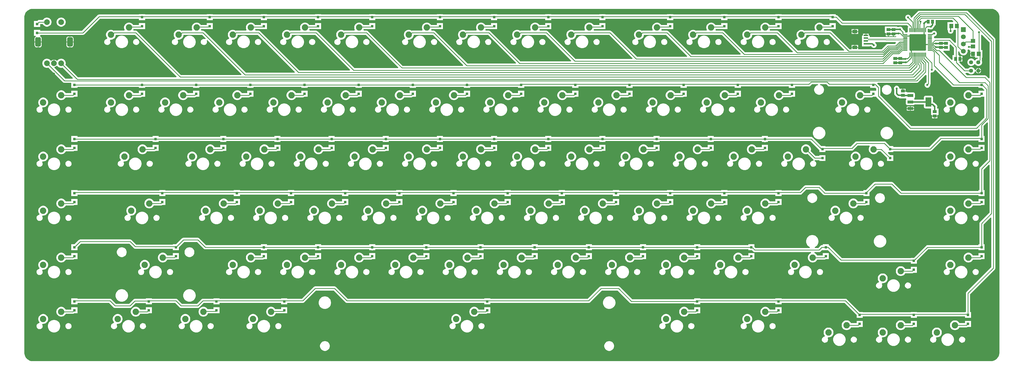
<source format=gbr>
G04*
G04 #@! TF.GenerationSoftware,Altium Limited,Altium Designer,25.6.2 (33)*
G04*
G04 Layer_Physical_Order=4*
G04 Layer_Color=16711680*
%FSLAX25Y25*%
%MOIN*%
G70*
G04*
G04 #@! TF.SameCoordinates,382BDFDD-3B37-4485-9E84-E16E40AE936B*
G04*
G04*
G04 #@! TF.FilePolarity,Positive*
G04*
G01*
G75*
%ADD10C,0.01000*%
%ADD19C,0.01968*%
%ADD20C,0.08858*%
G04:AMPARAMS|DCode=21|XSize=66.93mil|YSize=66.93mil|CornerRadius=33.47mil|HoleSize=0mil|Usage=FLASHONLY|Rotation=0.000|XOffset=0mil|YOffset=0mil|HoleType=Round|Shape=RoundedRectangle|*
%AMROUNDEDRECTD21*
21,1,0.06693,0.00000,0,0,0.0*
21,1,0.00000,0.06693,0,0,0.0*
1,1,0.06693,0.00000,0.00000*
1,1,0.06693,0.00000,0.00000*
1,1,0.06693,0.00000,0.00000*
1,1,0.06693,0.00000,0.00000*
%
%ADD21ROUNDEDRECTD21*%
%ADD22R,0.06693X0.06693*%
%ADD23C,0.07874*%
G04:AMPARAMS|DCode=24|XSize=129.92mil|YSize=78.74mil|CornerRadius=19.68mil|HoleSize=0mil|Usage=FLASHONLY|Rotation=90.000|XOffset=0mil|YOffset=0mil|HoleType=Round|Shape=RoundedRectangle|*
%AMROUNDEDRECTD24*
21,1,0.12992,0.03937,0,0,90.0*
21,1,0.09055,0.07874,0,0,90.0*
1,1,0.03937,0.01968,0.04528*
1,1,0.03937,0.01968,-0.04528*
1,1,0.03937,-0.01968,-0.04528*
1,1,0.03937,-0.01968,0.04528*
%
%ADD24ROUNDEDRECTD24*%
%ADD27C,0.02756*%
%ADD38R,0.07087X0.04724*%
%ADD39R,0.06102X0.02362*%
%ADD40R,0.03740X0.03543*%
%ADD41O,0.06496X0.01181*%
%ADD42O,0.01181X0.06496*%
G04:AMPARAMS|DCode=43|XSize=39.37mil|YSize=80.71mil|CornerRadius=1.97mil|HoleSize=0mil|Usage=FLASHONLY|Rotation=270.000|XOffset=0mil|YOffset=0mil|HoleType=Round|Shape=RoundedRectangle|*
%AMROUNDEDRECTD43*
21,1,0.03937,0.07677,0,0,270.0*
21,1,0.03543,0.08071,0,0,270.0*
1,1,0.00394,-0.03839,-0.01772*
1,1,0.00394,-0.03839,0.01772*
1,1,0.00394,0.03839,0.01772*
1,1,0.00394,0.03839,-0.01772*
%
%ADD43ROUNDEDRECTD43*%
G04:AMPARAMS|DCode=44|XSize=127.95mil|YSize=80.71mil|CornerRadius=2.02mil|HoleSize=0mil|Usage=FLASHONLY|Rotation=270.000|XOffset=0mil|YOffset=0mil|HoleType=Round|Shape=RoundedRectangle|*
%AMROUNDEDRECTD44*
21,1,0.12795,0.07667,0,0,270.0*
21,1,0.12392,0.08071,0,0,270.0*
1,1,0.00404,-0.03834,-0.06196*
1,1,0.00404,-0.03834,0.06196*
1,1,0.00404,0.03834,0.06196*
1,1,0.00404,0.03834,-0.06196*
%
%ADD44ROUNDEDRECTD44*%
%ADD45R,0.05906X0.05512*%
%ADD46R,0.05512X0.05906*%
%ADD47R,0.05512X0.04331*%
%ADD48R,0.04331X0.05512*%
%ADD49C,0.01181*%
%ADD50C,0.00612*%
%ADD51C,0.05512*%
G36*
X1384104Y570681D02*
X1385541Y570314D01*
X1386922Y569769D01*
X1388223Y569057D01*
X1389426Y568188D01*
X1390510Y567176D01*
X1391460Y566036D01*
X1392260Y564787D01*
X1392898Y563447D01*
X1393363Y562038D01*
X1393576Y560959D01*
X1393700Y559845D01*
X1393701Y559842D01*
X1393701Y559842D01*
X1393701Y559842D01*
X1393701Y94488D01*
X1393656Y93692D01*
X1393365Y92124D01*
X1392877Y90605D01*
X1392201Y89160D01*
X1391346Y87814D01*
X1390328Y86586D01*
X1389162Y85498D01*
X1387867Y84566D01*
X1386465Y83806D01*
X1384977Y83231D01*
X1383428Y82849D01*
X1382138Y82701D01*
X1381046Y82677D01*
X1381046Y82677D01*
X55118Y82677D01*
X54344Y82677D01*
X52809Y82879D01*
X51313Y83280D01*
X49883Y83872D01*
X48542Y84646D01*
X47314Y85589D01*
X46219Y86684D01*
X45276Y87912D01*
X44502Y89253D01*
X43910Y90684D01*
X43509Y92179D01*
X43307Y93714D01*
X43307Y94488D01*
Y560630D01*
X43443Y561642D01*
X44058Y563590D01*
X44998Y565404D01*
X46234Y567030D01*
X47731Y568421D01*
X49444Y569533D01*
X51323Y570336D01*
X53311Y570805D01*
X54331Y570866D01*
X54331Y570866D01*
X1381890Y570866D01*
X1382632Y570866D01*
X1384104Y570681D01*
D02*
G37*
%LPC*%
G36*
X1282677Y568241D02*
X1281930Y568143D01*
X1281234Y567854D01*
X1280636Y567396D01*
X1280636Y567396D01*
X1273255Y560014D01*
X1272796Y559417D01*
X1272657Y559081D01*
X1271991Y558784D01*
X1271786Y558737D01*
X1271320Y558747D01*
X1270669Y559398D01*
Y559548D01*
X1270414Y560499D01*
X1269922Y561352D01*
X1269226Y562048D01*
X1268373Y562540D01*
X1267422Y562795D01*
X1266437D01*
X1265485Y562540D01*
X1264633Y562048D01*
X1263936Y561352D01*
X1263444Y560499D01*
X1263189Y559548D01*
Y558563D01*
X1263444Y557612D01*
X1263936Y556759D01*
X1264633Y556062D01*
X1265485Y555570D01*
X1265631Y555531D01*
X1265756Y555249D01*
X1264987Y554068D01*
X1176786D01*
X1169487Y561367D01*
X1168889Y561826D01*
X1168193Y562114D01*
X1167446Y562213D01*
X1166732D01*
Y563460D01*
X1158268D01*
Y563043D01*
X1091732D01*
Y563460D01*
X1083268D01*
Y563043D01*
X1016732D01*
Y563460D01*
X1008268D01*
Y563043D01*
X941732D01*
Y563460D01*
X933268D01*
Y563043D01*
X847982D01*
Y563460D01*
X839518D01*
Y563043D01*
X772982D01*
Y563460D01*
X764518D01*
Y563043D01*
X697982D01*
Y563460D01*
X689518D01*
Y563043D01*
X622982D01*
Y563460D01*
X614518D01*
Y563043D01*
X529232D01*
Y563460D01*
X520768D01*
Y563043D01*
X454232D01*
Y563460D01*
X445768D01*
Y563043D01*
X379232D01*
Y563460D01*
X370768D01*
Y563043D01*
X304232D01*
Y563460D01*
X295768D01*
Y563043D01*
X210482D01*
Y563460D01*
X202018D01*
Y563043D01*
X146754D01*
X146754Y563043D01*
X146007Y562944D01*
X145310Y562656D01*
X144712Y562197D01*
X122951Y540436D01*
X65170D01*
Y541683D01*
X56705D01*
Y533415D01*
X58902D01*
X59137Y532234D01*
X58862Y532121D01*
X58242Y531645D01*
X57766Y531025D01*
X57467Y530302D01*
X57365Y529528D01*
Y525500D01*
X62328D01*
X67290D01*
Y529528D01*
X67188Y530302D01*
X66889Y531025D01*
X66413Y531645D01*
X65793Y532121D01*
X65344Y532306D01*
X65170Y533415D01*
Y533481D01*
X65452Y534662D01*
X124147D01*
X124894Y534761D01*
X125591Y535049D01*
X126189Y535508D01*
X147950Y557269D01*
X202018D01*
Y555192D01*
X210482D01*
Y557269D01*
X295768D01*
Y555192D01*
X304232D01*
Y557269D01*
X370768D01*
Y555192D01*
X379232D01*
Y557269D01*
X445768D01*
Y555192D01*
X454232D01*
Y557269D01*
X520768D01*
Y555192D01*
X529232D01*
Y557269D01*
X614518D01*
Y555192D01*
X622982D01*
Y557269D01*
X689518D01*
Y555192D01*
X697982D01*
Y557269D01*
X764518D01*
Y555192D01*
X772982D01*
Y557269D01*
X839518D01*
Y555192D01*
X847982D01*
Y557269D01*
X933268D01*
Y555192D01*
X941732D01*
Y557269D01*
X1008268D01*
Y555192D01*
X1016732D01*
Y557269D01*
X1083268D01*
Y555192D01*
X1091732D01*
Y557269D01*
X1158268D01*
Y555192D01*
X1166732D01*
Y555192D01*
X1167273Y555416D01*
X1173549Y549140D01*
X1174147Y548681D01*
X1174843Y548393D01*
X1175591Y548294D01*
X1265325D01*
X1267379Y546241D01*
X1267375Y546181D01*
X1266902Y545565D01*
X1266604Y544846D01*
X1266503Y544076D01*
Y539312D01*
X1266127Y538571D01*
X1265386Y538196D01*
X1262821D01*
Y538583D01*
X1262719Y539354D01*
X1262422Y540072D01*
X1261948Y540689D01*
X1261948Y540689D01*
X1259646Y542991D01*
Y543012D01*
X1259391Y543963D01*
X1258898Y544816D01*
X1258202Y545513D01*
X1257349Y546005D01*
X1256398Y546260D01*
X1255413D01*
X1254462Y546005D01*
X1254272Y545895D01*
X1251992D01*
Y546542D01*
X1234725D01*
Y537487D01*
X1236087D01*
Y536609D01*
X1239843D01*
Y536109D01*
X1240343D01*
Y532944D01*
X1246374D01*
Y536109D01*
X1247374D01*
Y532944D01*
X1250394D01*
Y531718D01*
X1237257D01*
X1237113Y531737D01*
X1213976D01*
Y533858D01*
X1212614D01*
Y536433D01*
X1209063D01*
Y534252D01*
X1208063D01*
Y536433D01*
X1204512D01*
Y533858D01*
X1203150D01*
Y526772D01*
Y522835D01*
Y518898D01*
X1213976D01*
Y519066D01*
X1216105D01*
X1216278Y518892D01*
X1216692Y518176D01*
X1217389Y517480D01*
X1218241Y516987D01*
X1219193Y516732D01*
X1220177D01*
X1221129Y516987D01*
X1221982Y517480D01*
X1222678Y518176D01*
X1223170Y519029D01*
X1223425Y519980D01*
Y520965D01*
X1223170Y521916D01*
X1222678Y522769D01*
X1221982Y523465D01*
X1221446Y523775D01*
X1221762Y524956D01*
X1236409D01*
X1236553Y524937D01*
X1249689D01*
X1250140Y523846D01*
X1248568Y522273D01*
X1239071D01*
X1238324Y522174D01*
X1237627Y521886D01*
X1237029Y521427D01*
X1237029Y521427D01*
X1230513Y514911D01*
X1197850D01*
Y516823D01*
X1193307D01*
X1188764D01*
Y514911D01*
X1186023D01*
X1161096Y539837D01*
X1160499Y540295D01*
X1159802Y540584D01*
X1159055Y540682D01*
X1150911D01*
X1150354Y541724D01*
X1150393Y541783D01*
X1150800Y542766D01*
X1161228D01*
X1161416Y542790D01*
X1166732D01*
Y551058D01*
X1158268D01*
Y548539D01*
X1150178D01*
X1149650Y549329D01*
X1148704Y550275D01*
X1147592Y551018D01*
X1146356Y551530D01*
X1145044Y551791D01*
X1143706D01*
X1142394Y551530D01*
X1141158Y551018D01*
X1140046Y550275D01*
X1139100Y549329D01*
X1138357Y548217D01*
X1137845Y546981D01*
X1137584Y545669D01*
Y544331D01*
X1137845Y543019D01*
X1138357Y541783D01*
X1138396Y541724D01*
X1137839Y540682D01*
X1123890D01*
X1123226Y540595D01*
X1122592Y541018D01*
X1121356Y541530D01*
X1120044Y541791D01*
X1118706D01*
X1117394Y541530D01*
X1116158Y541018D01*
X1115046Y540275D01*
X1114100Y539329D01*
X1113357Y538217D01*
X1112845Y536981D01*
X1112584Y535669D01*
Y534331D01*
X1112845Y533019D01*
X1113357Y531783D01*
X1114100Y530671D01*
X1114351Y530420D01*
X1113888Y529212D01*
X1113590Y529196D01*
X1112531Y528850D01*
X1111597Y528241D01*
X1110853Y527412D01*
X1110349Y526418D01*
X1110119Y525327D01*
X1110179Y524215D01*
X1110525Y523155D01*
X1111134Y522222D01*
X1111963Y521478D01*
X1112957Y520974D01*
X1114048Y520744D01*
X1115160Y520804D01*
X1116220Y521150D01*
X1117153Y521759D01*
X1117897Y522588D01*
X1118401Y523582D01*
X1118631Y524673D01*
X1118571Y525785D01*
X1118225Y526845D01*
X1118033Y527138D01*
X1118644Y528110D01*
X1118745Y528209D01*
X1120044D01*
X1121356Y528470D01*
X1122592Y528982D01*
X1123704Y529725D01*
X1124650Y530671D01*
X1125393Y531783D01*
X1125905Y533019D01*
X1126166Y534331D01*
Y534908D01*
X1157859D01*
X1178553Y514214D01*
X1178101Y513123D01*
X1114582D01*
X1087868Y539837D01*
X1087270Y540295D01*
X1086574Y540584D01*
X1085827Y540682D01*
X1075911D01*
X1075354Y541724D01*
X1075393Y541783D01*
X1075800Y542766D01*
X1086228D01*
X1086416Y542790D01*
X1091732D01*
Y551058D01*
X1083268D01*
Y548539D01*
X1075178D01*
X1074650Y549329D01*
X1073704Y550275D01*
X1072592Y551018D01*
X1071356Y551530D01*
X1070044Y551791D01*
X1068706D01*
X1067394Y551530D01*
X1066158Y551018D01*
X1065046Y550275D01*
X1064100Y549329D01*
X1063357Y548217D01*
X1062845Y546981D01*
X1062584Y545669D01*
Y544331D01*
X1062845Y543019D01*
X1063357Y541783D01*
X1063396Y541724D01*
X1062839Y540682D01*
X1048890D01*
X1048226Y540595D01*
X1047592Y541018D01*
X1046356Y541530D01*
X1045044Y541791D01*
X1043706D01*
X1042394Y541530D01*
X1041158Y541018D01*
X1040046Y540275D01*
X1039100Y539329D01*
X1038357Y538217D01*
X1037845Y536981D01*
X1037584Y535669D01*
Y534331D01*
X1037845Y533019D01*
X1038357Y531783D01*
X1039100Y530671D01*
X1039351Y530420D01*
X1038888Y529212D01*
X1038590Y529196D01*
X1037531Y528850D01*
X1036597Y528241D01*
X1035853Y527412D01*
X1035349Y526418D01*
X1035119Y525327D01*
X1035179Y524215D01*
X1035525Y523155D01*
X1036134Y522222D01*
X1036963Y521478D01*
X1037957Y520974D01*
X1039048Y520744D01*
X1040160Y520804D01*
X1041220Y521150D01*
X1042153Y521759D01*
X1042897Y522588D01*
X1043401Y523582D01*
X1043631Y524673D01*
X1043571Y525785D01*
X1043225Y526845D01*
X1043033Y527138D01*
X1043644Y528110D01*
X1043745Y528209D01*
X1045044D01*
X1046356Y528470D01*
X1047592Y528982D01*
X1048704Y529725D01*
X1049650Y530671D01*
X1050393Y531783D01*
X1050905Y533019D01*
X1051166Y534331D01*
Y534908D01*
X1084631D01*
X1107687Y511852D01*
X1107235Y510761D01*
X1041353D01*
X1012278Y539837D01*
X1011680Y540295D01*
X1010983Y540584D01*
X1010236Y540682D01*
X1000911D01*
X1000354Y541724D01*
X1000393Y541783D01*
X1000800Y542766D01*
X1011228D01*
X1011416Y542790D01*
X1016732D01*
Y551058D01*
X1008268D01*
Y548539D01*
X1000178D01*
X999650Y549329D01*
X998704Y550275D01*
X997592Y551018D01*
X996356Y551530D01*
X995044Y551791D01*
X993706D01*
X992394Y551530D01*
X991158Y551018D01*
X990046Y550275D01*
X989100Y549329D01*
X988357Y548217D01*
X987845Y546981D01*
X987584Y545669D01*
Y544331D01*
X987845Y543019D01*
X988357Y541783D01*
X988396Y541724D01*
X987839Y540682D01*
X973890D01*
X973226Y540595D01*
X972592Y541018D01*
X971356Y541530D01*
X970044Y541791D01*
X968706D01*
X967394Y541530D01*
X966158Y541018D01*
X965046Y540275D01*
X964100Y539329D01*
X963357Y538217D01*
X962845Y536981D01*
X962584Y535669D01*
Y534331D01*
X962845Y533019D01*
X963357Y531783D01*
X964100Y530671D01*
X964351Y530420D01*
X963888Y529212D01*
X963590Y529196D01*
X962531Y528850D01*
X961597Y528241D01*
X960853Y527412D01*
X960349Y526418D01*
X960119Y525327D01*
X960179Y524215D01*
X960525Y523155D01*
X961134Y522222D01*
X961963Y521478D01*
X962957Y520974D01*
X964048Y520744D01*
X965160Y520804D01*
X966220Y521150D01*
X967153Y521759D01*
X967897Y522588D01*
X968401Y523582D01*
X968631Y524673D01*
X968571Y525785D01*
X968225Y526845D01*
X968033Y527138D01*
X968644Y528110D01*
X968745Y528209D01*
X970044D01*
X971356Y528470D01*
X972592Y528982D01*
X973704Y529725D01*
X974650Y530671D01*
X975393Y531783D01*
X975905Y533019D01*
X976166Y534331D01*
Y534908D01*
X1009040D01*
X1035246Y508703D01*
X1034794Y507611D01*
X967338D01*
X935112Y539837D01*
X934514Y540295D01*
X933818Y540584D01*
X933071Y540682D01*
X925911D01*
X925354Y541724D01*
X925393Y541783D01*
X925800Y542766D01*
X936228D01*
X936416Y542790D01*
X941732D01*
Y551058D01*
X933268D01*
Y548539D01*
X925178D01*
X924650Y549329D01*
X923704Y550275D01*
X922592Y551018D01*
X921356Y551530D01*
X920044Y551791D01*
X918706D01*
X917394Y551530D01*
X916158Y551018D01*
X915046Y550275D01*
X914100Y549329D01*
X913357Y548217D01*
X912845Y546981D01*
X912584Y545669D01*
Y544331D01*
X912845Y543019D01*
X913357Y541783D01*
X913396Y541724D01*
X912839Y540682D01*
X899297D01*
X899297Y540682D01*
X898549Y540584D01*
X898360Y540505D01*
X897592Y541018D01*
X896356Y541530D01*
X895044Y541791D01*
X893706D01*
X892394Y541530D01*
X891158Y541018D01*
X890046Y540275D01*
X889100Y539329D01*
X888357Y538217D01*
X887845Y536981D01*
X887584Y535669D01*
Y534331D01*
X887845Y533019D01*
X888357Y531783D01*
X889100Y530671D01*
X889351Y530420D01*
X888888Y529212D01*
X888590Y529196D01*
X887531Y528850D01*
X886597Y528241D01*
X885853Y527412D01*
X885349Y526418D01*
X885119Y525327D01*
X885179Y524215D01*
X885525Y523155D01*
X886134Y522222D01*
X886963Y521478D01*
X887957Y520974D01*
X889048Y520744D01*
X890160Y520804D01*
X891220Y521150D01*
X892153Y521759D01*
X892897Y522588D01*
X893401Y523582D01*
X893631Y524673D01*
X893571Y525785D01*
X893225Y526845D01*
X893033Y527138D01*
X893644Y528110D01*
X893745Y528209D01*
X895044D01*
X896356Y528470D01*
X897592Y528982D01*
X898704Y529725D01*
X899650Y530671D01*
X900393Y531783D01*
X900905Y533019D01*
X901166Y534331D01*
Y534908D01*
X931875D01*
X961231Y505553D01*
X960779Y504462D01*
X891747D01*
X856372Y539837D01*
X855774Y540295D01*
X855078Y540584D01*
X854331Y540682D01*
X832161D01*
X831604Y541724D01*
X831643Y541783D01*
X832050Y542766D01*
X842478D01*
X842666Y542790D01*
X847982D01*
Y551058D01*
X839518D01*
Y548539D01*
X831428D01*
X830900Y549329D01*
X829954Y550275D01*
X828842Y551018D01*
X827606Y551530D01*
X826294Y551791D01*
X824956D01*
X823644Y551530D01*
X822408Y551018D01*
X821296Y550275D01*
X820350Y549329D01*
X819607Y548217D01*
X819095Y546981D01*
X818834Y545669D01*
Y544331D01*
X819095Y543019D01*
X819607Y541783D01*
X819646Y541724D01*
X819089Y540682D01*
X805140D01*
X805140Y540682D01*
X804476Y540595D01*
X803842Y541018D01*
X802606Y541530D01*
X801294Y541791D01*
X799956D01*
X798644Y541530D01*
X797408Y541018D01*
X796296Y540275D01*
X795350Y539329D01*
X794607Y538217D01*
X794095Y536981D01*
X793834Y535669D01*
Y534331D01*
X794095Y533019D01*
X794607Y531783D01*
X795350Y530671D01*
X795601Y530420D01*
X795138Y529212D01*
X794840Y529196D01*
X793781Y528850D01*
X792847Y528241D01*
X792103Y527412D01*
X791599Y526418D01*
X791369Y525327D01*
X791429Y524215D01*
X791775Y523155D01*
X792384Y522222D01*
X793213Y521478D01*
X794207Y520974D01*
X795297Y520744D01*
X796410Y520804D01*
X797470Y521150D01*
X798403Y521759D01*
X799147Y522588D01*
X799651Y523582D01*
X799881Y524673D01*
X799821Y525785D01*
X799475Y526845D01*
X799283Y527138D01*
X799894Y528110D01*
X799995Y528209D01*
X801294D01*
X802606Y528470D01*
X803842Y528982D01*
X804954Y529725D01*
X805900Y530671D01*
X806643Y531783D01*
X807155Y533019D01*
X807416Y534331D01*
Y534908D01*
X853135D01*
X885640Y502403D01*
X885188Y501312D01*
X806708D01*
X768183Y539837D01*
X767585Y540295D01*
X766889Y540584D01*
X766142Y540682D01*
X757161D01*
X756604Y541724D01*
X756643Y541783D01*
X757050Y542766D01*
X768309D01*
X768496Y542790D01*
X772982D01*
Y551058D01*
X764518D01*
Y548539D01*
X756428D01*
X755900Y549329D01*
X754954Y550275D01*
X753842Y551018D01*
X752606Y551530D01*
X751294Y551791D01*
X749956D01*
X748644Y551530D01*
X747408Y551018D01*
X746296Y550275D01*
X745350Y549329D01*
X744607Y548217D01*
X744095Y546981D01*
X743834Y545669D01*
Y544331D01*
X744095Y543019D01*
X744607Y541783D01*
X744646Y541724D01*
X744089Y540682D01*
X730547D01*
X730547Y540682D01*
X729800Y540584D01*
X729610Y540505D01*
X728842Y541018D01*
X727606Y541530D01*
X726294Y541791D01*
X724956D01*
X723644Y541530D01*
X722408Y541018D01*
X721296Y540275D01*
X720350Y539329D01*
X719607Y538217D01*
X719095Y536981D01*
X718834Y535669D01*
Y534331D01*
X719095Y533019D01*
X719607Y531783D01*
X720350Y530671D01*
X720601Y530420D01*
X720138Y529212D01*
X719840Y529196D01*
X718781Y528850D01*
X717847Y528241D01*
X717103Y527412D01*
X716599Y526418D01*
X716369Y525327D01*
X716429Y524215D01*
X716775Y523155D01*
X717384Y522222D01*
X718213Y521478D01*
X719207Y520974D01*
X720297Y520744D01*
X721410Y520804D01*
X722470Y521150D01*
X723403Y521759D01*
X724147Y522588D01*
X724651Y523582D01*
X724881Y524673D01*
X724821Y525785D01*
X724475Y526845D01*
X724283Y527138D01*
X724894Y528110D01*
X724995Y528209D01*
X726294D01*
X727606Y528470D01*
X728842Y528982D01*
X729954Y529725D01*
X730900Y530671D01*
X731643Y531783D01*
X732155Y533019D01*
X732416Y534331D01*
Y534908D01*
X764946D01*
X800601Y499254D01*
X800149Y498163D01*
X730330D01*
X688656Y539837D01*
X688058Y540295D01*
X687361Y540584D01*
X686614Y540682D01*
X682161D01*
X681604Y541724D01*
X681643Y541783D01*
X682050Y542766D01*
X693309D01*
X693496Y542790D01*
X697982D01*
Y551058D01*
X689518D01*
Y548539D01*
X681428D01*
X680900Y549329D01*
X679954Y550275D01*
X678842Y551018D01*
X677606Y551530D01*
X676294Y551791D01*
X674956D01*
X673644Y551530D01*
X672408Y551018D01*
X671296Y550275D01*
X670350Y549329D01*
X669607Y548217D01*
X669095Y546981D01*
X668834Y545669D01*
Y544331D01*
X669095Y543019D01*
X669607Y541783D01*
X669646Y541724D01*
X669089Y540682D01*
X655140D01*
X654476Y540595D01*
X653842Y541018D01*
X652606Y541530D01*
X651294Y541791D01*
X649956D01*
X648644Y541530D01*
X647408Y541018D01*
X646296Y540275D01*
X645350Y539329D01*
X644607Y538217D01*
X644095Y536981D01*
X643834Y535669D01*
Y534331D01*
X644095Y533019D01*
X644607Y531783D01*
X645350Y530671D01*
X645601Y530420D01*
X645138Y529212D01*
X644840Y529196D01*
X643781Y528850D01*
X642847Y528241D01*
X642103Y527412D01*
X641599Y526418D01*
X641369Y525327D01*
X641429Y524215D01*
X641775Y523155D01*
X642384Y522222D01*
X643213Y521478D01*
X644207Y520974D01*
X645297Y520744D01*
X646410Y520804D01*
X647470Y521150D01*
X648403Y521759D01*
X649147Y522588D01*
X649651Y523582D01*
X649881Y524673D01*
X649821Y525785D01*
X649475Y526845D01*
X649283Y527138D01*
X649894Y528110D01*
X649995Y528209D01*
X651294D01*
X652606Y528470D01*
X653842Y528982D01*
X654954Y529725D01*
X655900Y530671D01*
X656643Y531783D01*
X657155Y533019D01*
X657416Y534331D01*
Y534908D01*
X685418D01*
X724223Y496104D01*
X723771Y495013D01*
X657101D01*
X645348Y506766D01*
X645348Y506766D01*
X612278Y539837D01*
X611680Y540295D01*
X610983Y540584D01*
X610236Y540682D01*
X607161D01*
X606604Y541724D01*
X606643Y541783D01*
X607050Y542766D01*
X617478D01*
X617666Y542790D01*
X622982D01*
Y551058D01*
X614518D01*
Y548539D01*
X606428D01*
X605900Y549329D01*
X604954Y550275D01*
X603842Y551018D01*
X602606Y551530D01*
X601294Y551791D01*
X599956D01*
X598644Y551530D01*
X597408Y551018D01*
X596296Y550275D01*
X595350Y549329D01*
X594607Y548217D01*
X594095Y546981D01*
X593834Y545669D01*
Y544331D01*
X594095Y543019D01*
X594607Y541783D01*
X594646Y541724D01*
X594089Y540682D01*
X580140D01*
X579476Y540595D01*
X578842Y541018D01*
X577606Y541530D01*
X576294Y541791D01*
X574956D01*
X573644Y541530D01*
X572408Y541018D01*
X571296Y540275D01*
X570350Y539329D01*
X569607Y538217D01*
X569095Y536981D01*
X568834Y535669D01*
Y534331D01*
X569095Y533019D01*
X569607Y531783D01*
X570350Y530671D01*
X570601Y530420D01*
X570138Y529212D01*
X569840Y529196D01*
X568781Y528850D01*
X567847Y528241D01*
X567103Y527412D01*
X566599Y526418D01*
X566369Y525327D01*
X566429Y524215D01*
X566775Y523155D01*
X567384Y522222D01*
X568213Y521478D01*
X569207Y520974D01*
X570297Y520744D01*
X571410Y520804D01*
X572470Y521150D01*
X573403Y521759D01*
X574147Y522588D01*
X574651Y523582D01*
X574881Y524673D01*
X574821Y525785D01*
X574475Y526845D01*
X574283Y527138D01*
X574894Y528110D01*
X574995Y528209D01*
X576294D01*
X577606Y528470D01*
X578842Y528982D01*
X579954Y529725D01*
X580900Y530671D01*
X581643Y531783D01*
X582155Y533019D01*
X582416Y534331D01*
Y534908D01*
X609040D01*
X641266Y502683D01*
X641266Y502683D01*
X650994Y492954D01*
X650542Y491863D01*
X567338D01*
X560309Y498892D01*
X519364Y539837D01*
X518766Y540295D01*
X518070Y540584D01*
X517323Y540682D01*
X513411D01*
X512854Y541724D01*
X512893Y541783D01*
X513300Y542766D01*
X523728D01*
X523916Y542790D01*
X529232D01*
Y551058D01*
X520768D01*
Y548539D01*
X512678D01*
X512150Y549329D01*
X511204Y550275D01*
X510092Y551018D01*
X508856Y551530D01*
X507544Y551791D01*
X506206D01*
X504894Y551530D01*
X503658Y551018D01*
X502546Y550275D01*
X501600Y549329D01*
X500857Y548217D01*
X500345Y546981D01*
X500084Y545669D01*
Y544331D01*
X500345Y543019D01*
X500857Y541783D01*
X500896Y541724D01*
X500339Y540682D01*
X486390D01*
X485726Y540595D01*
X485092Y541018D01*
X483856Y541530D01*
X482544Y541791D01*
X481206D01*
X479894Y541530D01*
X478658Y541018D01*
X477546Y540275D01*
X476600Y539329D01*
X475857Y538217D01*
X475345Y536981D01*
X475084Y535669D01*
Y534331D01*
X475345Y533019D01*
X475857Y531783D01*
X476600Y530671D01*
X476851Y530420D01*
X476388Y529212D01*
X476090Y529196D01*
X475031Y528850D01*
X474097Y528241D01*
X473353Y527412D01*
X472849Y526418D01*
X472619Y525327D01*
X472679Y524215D01*
X473025Y523155D01*
X473634Y522222D01*
X474463Y521478D01*
X475457Y520974D01*
X476547Y520744D01*
X477660Y520804D01*
X478720Y521150D01*
X479653Y521759D01*
X480397Y522588D01*
X480901Y523582D01*
X481131Y524673D01*
X481071Y525785D01*
X480725Y526845D01*
X480533Y527138D01*
X481144Y528110D01*
X481245Y528209D01*
X482544D01*
X483856Y528470D01*
X485092Y528982D01*
X486204Y529725D01*
X487150Y530671D01*
X487893Y531783D01*
X488405Y533019D01*
X488666Y534331D01*
Y534908D01*
X516127D01*
X556226Y494809D01*
X561231Y489805D01*
X560779Y488714D01*
X500408D01*
X483144Y505978D01*
X483144Y505978D01*
X449285Y539837D01*
X448688Y540295D01*
X447991Y540584D01*
X447244Y540682D01*
X438411D01*
X437854Y541724D01*
X437893Y541783D01*
X438300Y542766D01*
X448728D01*
X448916Y542790D01*
X454232D01*
Y551058D01*
X445768D01*
Y548539D01*
X437678D01*
X437150Y549329D01*
X436204Y550275D01*
X435092Y551018D01*
X433856Y551530D01*
X432544Y551791D01*
X431206D01*
X429894Y551530D01*
X428658Y551018D01*
X427546Y550275D01*
X426600Y549329D01*
X425857Y548217D01*
X425345Y546981D01*
X425084Y545669D01*
Y544331D01*
X425345Y543019D01*
X425857Y541783D01*
X425896Y541724D01*
X425339Y540682D01*
X411797D01*
X411050Y540584D01*
X410860Y540505D01*
X410092Y541018D01*
X408856Y541530D01*
X407544Y541791D01*
X406206D01*
X404894Y541530D01*
X403658Y541018D01*
X402546Y540275D01*
X401600Y539329D01*
X400857Y538217D01*
X400345Y536981D01*
X400084Y535669D01*
Y534331D01*
X400345Y533019D01*
X400857Y531783D01*
X401600Y530671D01*
X401851Y530420D01*
X401388Y529212D01*
X401090Y529196D01*
X400031Y528850D01*
X399097Y528241D01*
X398353Y527412D01*
X397849Y526418D01*
X397619Y525327D01*
X397679Y524215D01*
X398025Y523155D01*
X398634Y522222D01*
X399463Y521478D01*
X400457Y520974D01*
X401547Y520744D01*
X402660Y520804D01*
X403720Y521150D01*
X404653Y521759D01*
X405397Y522588D01*
X405901Y523582D01*
X406131Y524673D01*
X406071Y525785D01*
X405725Y526845D01*
X405533Y527138D01*
X406144Y528110D01*
X406245Y528209D01*
X407544D01*
X408856Y528470D01*
X410092Y528982D01*
X411204Y529725D01*
X412150Y530671D01*
X412893Y531783D01*
X413405Y533019D01*
X413666Y534331D01*
Y534908D01*
X446048D01*
X479061Y501896D01*
X479061Y501896D01*
X494301Y486655D01*
X493849Y485564D01*
X424030D01*
X406766Y502829D01*
X406766Y502829D01*
X369758Y539837D01*
X369160Y540295D01*
X368464Y540584D01*
X367717Y540682D01*
X363411D01*
X362854Y541724D01*
X362893Y541783D01*
X363300Y542766D01*
X373728D01*
X373916Y542790D01*
X379232D01*
Y551058D01*
X370768D01*
Y548539D01*
X362678D01*
X362150Y549329D01*
X361204Y550275D01*
X360092Y551018D01*
X358856Y551530D01*
X357544Y551791D01*
X356206D01*
X354894Y551530D01*
X353658Y551018D01*
X352546Y550275D01*
X351600Y549329D01*
X350857Y548217D01*
X350345Y546981D01*
X350084Y545669D01*
Y544331D01*
X350345Y543019D01*
X350857Y541783D01*
X350896Y541724D01*
X350339Y540682D01*
X336390D01*
X335726Y540595D01*
X335092Y541018D01*
X333856Y541530D01*
X332544Y541791D01*
X331206D01*
X329894Y541530D01*
X328658Y541018D01*
X327546Y540275D01*
X326600Y539329D01*
X325857Y538217D01*
X325345Y536981D01*
X325084Y535669D01*
Y534331D01*
X325345Y533019D01*
X325857Y531783D01*
X326600Y530671D01*
X326851Y530420D01*
X326388Y529212D01*
X326090Y529196D01*
X325030Y528850D01*
X324097Y528241D01*
X323353Y527412D01*
X322849Y526418D01*
X322619Y525327D01*
X322679Y524215D01*
X323025Y523155D01*
X323634Y522222D01*
X324463Y521478D01*
X325457Y520974D01*
X326548Y520744D01*
X327660Y520804D01*
X328719Y521150D01*
X329653Y521759D01*
X330397Y522588D01*
X330901Y523582D01*
X331131Y524673D01*
X331071Y525785D01*
X330725Y526845D01*
X330533Y527138D01*
X331144Y528110D01*
X331245Y528209D01*
X332544D01*
X333856Y528470D01*
X335092Y528982D01*
X336204Y529725D01*
X337150Y530671D01*
X337893Y531783D01*
X338405Y533019D01*
X338666Y534331D01*
Y534908D01*
X366521D01*
X402683Y498746D01*
X402683Y498746D01*
X417923Y483506D01*
X417472Y482414D01*
X350015D01*
X330388Y502041D01*
X330388Y502041D01*
X292593Y539837D01*
X291995Y540295D01*
X291298Y540584D01*
X290551Y540682D01*
X288411D01*
X287854Y541724D01*
X287893Y541783D01*
X288300Y542766D01*
X298728D01*
X298916Y542790D01*
X304232D01*
Y551058D01*
X295768D01*
Y548539D01*
X287678D01*
X287150Y549329D01*
X286204Y550275D01*
X285092Y551018D01*
X283856Y551530D01*
X282544Y551791D01*
X281206D01*
X279894Y551530D01*
X278658Y551018D01*
X277546Y550275D01*
X276600Y549329D01*
X275857Y548217D01*
X275345Y546981D01*
X275084Y545669D01*
Y544331D01*
X275345Y543019D01*
X275857Y541783D01*
X275896Y541724D01*
X275339Y540682D01*
X261797D01*
X261050Y540584D01*
X260860Y540505D01*
X260092Y541018D01*
X258856Y541530D01*
X257544Y541791D01*
X256206D01*
X254894Y541530D01*
X253658Y541018D01*
X252546Y540275D01*
X251600Y539329D01*
X250857Y538217D01*
X250345Y536981D01*
X250084Y535669D01*
Y534331D01*
X250345Y533019D01*
X250857Y531783D01*
X251600Y530671D01*
X251851Y530420D01*
X251388Y529212D01*
X251090Y529196D01*
X250030Y528850D01*
X249097Y528241D01*
X248353Y527412D01*
X247849Y526418D01*
X247619Y525327D01*
X247679Y524215D01*
X248025Y523155D01*
X248634Y522222D01*
X249463Y521478D01*
X250457Y520974D01*
X251548Y520744D01*
X252660Y520804D01*
X253719Y521150D01*
X254653Y521759D01*
X255397Y522588D01*
X255901Y523582D01*
X256131Y524673D01*
X256071Y525785D01*
X255725Y526845D01*
X255533Y527138D01*
X256144Y528110D01*
X256245Y528209D01*
X257544D01*
X258856Y528470D01*
X260092Y528982D01*
X261204Y529725D01*
X262150Y530671D01*
X262893Y531783D01*
X263405Y533019D01*
X263666Y534331D01*
Y534908D01*
X289355D01*
X294551Y529712D01*
X293849Y528744D01*
X293293Y529026D01*
X292202Y529256D01*
X291090Y529196D01*
X290031Y528850D01*
X289097Y528241D01*
X288353Y527412D01*
X287849Y526418D01*
X287619Y525327D01*
X287679Y524215D01*
X288025Y523155D01*
X288634Y522222D01*
X289463Y521478D01*
X290457Y520974D01*
X291547Y520744D01*
X292660Y520804D01*
X293720Y521150D01*
X294653Y521759D01*
X295397Y522588D01*
X295901Y523582D01*
X296131Y524673D01*
X296071Y525785D01*
X295725Y526845D01*
X295679Y526914D01*
X296602Y527662D01*
X326305Y497959D01*
X326305Y497959D01*
X343908Y480356D01*
X343456Y479265D01*
X260251D01*
X246923Y492592D01*
X246923Y492593D01*
X199679Y539837D01*
X199081Y540295D01*
X198385Y540584D01*
X197638Y540682D01*
X194661D01*
X194104Y541724D01*
X194143Y541783D01*
X194550Y542766D01*
X204978D01*
X205166Y542790D01*
X210482D01*
Y551058D01*
X202018D01*
Y548539D01*
X193928D01*
X193400Y549329D01*
X192454Y550275D01*
X191342Y551018D01*
X190106Y551530D01*
X188794Y551791D01*
X187456D01*
X186144Y551530D01*
X184908Y551018D01*
X183796Y550275D01*
X182850Y549329D01*
X182107Y548217D01*
X181595Y546981D01*
X181334Y545669D01*
Y544331D01*
X181595Y543019D01*
X182107Y541783D01*
X182146Y541724D01*
X181589Y540682D01*
X167640D01*
X166976Y540595D01*
X166342Y541018D01*
X165106Y541530D01*
X163794Y541791D01*
X162456D01*
X161144Y541530D01*
X159908Y541018D01*
X158796Y540275D01*
X157850Y539329D01*
X157107Y538217D01*
X156595Y536981D01*
X156334Y535669D01*
Y534331D01*
X156595Y533019D01*
X157107Y531783D01*
X157850Y530671D01*
X158101Y530420D01*
X157638Y529212D01*
X157340Y529196D01*
X156281Y528850D01*
X155347Y528241D01*
X154603Y527412D01*
X154099Y526418D01*
X153869Y525327D01*
X153929Y524215D01*
X154275Y523155D01*
X154884Y522222D01*
X155713Y521478D01*
X156707Y520974D01*
X157798Y520744D01*
X158910Y520804D01*
X159969Y521150D01*
X160903Y521759D01*
X161647Y522588D01*
X162151Y523582D01*
X162381Y524673D01*
X162321Y525785D01*
X161975Y526845D01*
X161783Y527138D01*
X162394Y528110D01*
X162495Y528209D01*
X163794D01*
X165106Y528470D01*
X166342Y528982D01*
X167454Y529725D01*
X168400Y530671D01*
X169143Y531783D01*
X169655Y533019D01*
X169916Y534331D01*
Y534908D01*
X196442D01*
X242841Y488510D01*
X242841Y488510D01*
X254144Y477207D01*
X253692Y476115D01*
X117657D01*
X100234Y493538D01*
X100275Y493635D01*
X100517Y494852D01*
Y496093D01*
X100275Y497310D01*
X99800Y498456D01*
X99110Y499488D01*
X98233Y500365D01*
X97201Y501055D01*
X96055Y501530D01*
X94838Y501772D01*
X93597D01*
X92380Y501530D01*
X91234Y501055D01*
X90202Y500365D01*
X89325Y499488D01*
X89185Y499280D01*
X87679Y499151D01*
X87406Y499423D01*
X86281Y500073D01*
X85025Y500410D01*
X84875D01*
Y495472D01*
X83875D01*
Y500410D01*
X83725D01*
X82469Y500073D01*
X81344Y499423D01*
X81071Y499151D01*
X79565Y499280D01*
X79425Y499488D01*
X78548Y500365D01*
X77516Y501055D01*
X76370Y501530D01*
X75153Y501772D01*
X73912D01*
X72695Y501530D01*
X71549Y501055D01*
X70517Y500365D01*
X69640Y499488D01*
X68950Y498456D01*
X68475Y497310D01*
X68233Y496093D01*
Y494852D01*
X68475Y493635D01*
X68950Y492489D01*
X69640Y491457D01*
X70517Y490580D01*
X71549Y489890D01*
X72695Y489415D01*
X73912Y489173D01*
X75153D01*
X76370Y489415D01*
X76467Y489455D01*
X96735Y469187D01*
X97333Y468728D01*
X98029Y468440D01*
X98777Y468341D01*
X108268D01*
Y461442D01*
X116732D01*
Y462689D01*
X202018D01*
Y461442D01*
X210482D01*
Y462689D01*
X277018D01*
Y461442D01*
X285482D01*
Y462689D01*
X352018D01*
Y461442D01*
X360482D01*
Y462689D01*
X427018D01*
Y461442D01*
X435482D01*
Y462689D01*
X502018D01*
Y461442D01*
X510482D01*
Y462689D01*
X577018D01*
Y461442D01*
X585482D01*
Y462689D01*
X652018D01*
Y461442D01*
X660482D01*
Y462689D01*
X727018D01*
Y461442D01*
X735482D01*
Y463519D01*
X802018D01*
Y461442D01*
X810482D01*
Y463519D01*
X877018D01*
Y461442D01*
X885482D01*
Y463519D01*
X952018D01*
Y461442D01*
X960482D01*
Y463519D01*
X1027018D01*
Y461442D01*
X1035482D01*
Y463519D01*
X1102018D01*
Y461442D01*
X1110482D01*
Y463519D01*
X1129687D01*
X1130434Y463617D01*
X1131130Y463906D01*
X1131728Y464364D01*
X1133917Y466554D01*
X1142138D01*
X1142255Y465373D01*
X1141770Y465277D01*
X1140535Y464765D01*
X1139423Y464022D01*
X1138478Y463077D01*
X1137735Y461965D01*
X1137223Y460730D01*
X1136963Y459418D01*
Y458081D01*
X1137223Y456770D01*
X1137735Y455535D01*
X1138478Y454423D01*
X1139423Y453478D01*
X1140535Y452735D01*
X1141770Y452223D01*
X1143081Y451963D01*
X1144419D01*
X1145730Y452223D01*
X1146965Y452735D01*
X1148077Y453478D01*
X1149022Y454423D01*
X1149765Y455535D01*
X1150277Y456770D01*
X1150537Y458081D01*
Y459418D01*
X1150277Y460730D01*
X1149765Y461965D01*
X1149022Y463077D01*
X1148077Y464022D01*
X1146965Y464765D01*
X1145730Y465277D01*
X1145245Y465373D01*
X1145362Y466554D01*
X1153581D01*
X1155770Y464364D01*
X1155770Y464364D01*
X1156368Y463906D01*
X1157064Y463617D01*
X1157812Y463519D01*
X1157812Y463519D01*
X1214518D01*
Y461442D01*
X1221974D01*
X1222893Y460523D01*
Y457308D01*
X1214518D01*
Y454068D01*
X1206809D01*
X1206643Y454467D01*
X1205900Y455579D01*
X1204954Y456525D01*
X1203842Y457268D01*
X1202606Y457780D01*
X1201294Y458041D01*
X1199956D01*
X1198644Y457780D01*
X1197408Y457268D01*
X1196296Y456525D01*
X1195350Y455579D01*
X1194607Y454467D01*
X1194095Y453231D01*
X1193834Y451919D01*
Y450581D01*
X1194095Y449269D01*
X1194607Y448033D01*
X1195350Y446921D01*
X1196296Y445975D01*
X1197408Y445232D01*
X1198644Y444720D01*
X1199956Y444459D01*
X1201294D01*
X1202606Y444720D01*
X1203842Y445232D01*
X1204954Y445975D01*
X1205900Y446921D01*
X1206643Y448033D01*
X1206752Y448294D01*
X1216757D01*
X1217504Y448393D01*
X1218200Y448681D01*
X1218669Y449040D01*
X1222982D01*
X1223280Y448556D01*
X1223739Y447958D01*
X1268270Y403427D01*
X1268868Y402968D01*
X1269564Y402680D01*
X1270311Y402582D01*
X1270312Y402582D01*
X1361718D01*
X1362465Y402680D01*
X1363161Y402968D01*
X1363759Y403427D01*
X1364772Y404440D01*
X1365863Y403988D01*
Y394710D01*
X1364518D01*
Y394293D01*
X1312428D01*
X1312428Y394293D01*
X1311681Y394195D01*
X1310984Y393906D01*
X1310386Y393447D01*
X1296339Y379400D01*
X1246420D01*
Y380647D01*
X1242038D01*
X1236269Y386416D01*
X1235671Y386875D01*
X1234975Y387163D01*
X1234228Y387262D01*
X1196084D01*
X1196084Y387262D01*
X1195337Y387163D01*
X1194641Y386875D01*
X1194043Y386416D01*
X1187857Y380230D01*
X1152670D01*
Y380647D01*
X1146872D01*
X1134902Y392617D01*
X1134304Y393076D01*
X1133608Y393364D01*
X1132860Y393463D01*
X1072982D01*
Y394710D01*
X1064518D01*
Y393463D01*
X997982D01*
Y394710D01*
X989518D01*
Y393463D01*
X922982D01*
Y394710D01*
X914518D01*
Y393463D01*
X847982D01*
Y394710D01*
X839518D01*
Y393463D01*
X772982D01*
Y394710D01*
X764518D01*
Y393463D01*
X697982D01*
Y394710D01*
X689518D01*
Y393463D01*
X622982D01*
Y394710D01*
X614518D01*
Y393463D01*
X547982D01*
Y394710D01*
X539518D01*
Y393463D01*
X472982D01*
Y394710D01*
X464518D01*
Y393463D01*
X397982D01*
Y394710D01*
X389518D01*
Y393463D01*
X322982D01*
Y394710D01*
X314518D01*
Y393463D01*
X229232D01*
Y394709D01*
X220767D01*
Y393462D01*
X116732D01*
Y394709D01*
X108268D01*
Y386442D01*
X116732D01*
Y387689D01*
X220767D01*
Y386442D01*
X229232D01*
Y387689D01*
X314518D01*
Y386442D01*
X322982D01*
Y387689D01*
X389518D01*
Y386442D01*
X397982D01*
Y387689D01*
X464518D01*
Y386442D01*
X472982D01*
Y387689D01*
X539518D01*
Y386442D01*
X547982D01*
Y387689D01*
X614518D01*
Y386442D01*
X622982D01*
Y387689D01*
X689518D01*
Y386442D01*
X697982D01*
Y387689D01*
X764518D01*
Y386442D01*
X772982D01*
Y387689D01*
X839518D01*
Y386442D01*
X847982D01*
Y387689D01*
X914518D01*
Y386442D01*
X922982D01*
Y387689D01*
X989518D01*
Y386442D01*
X997982D01*
Y387689D01*
X1064518D01*
Y386442D01*
X1067596D01*
X1068002Y386274D01*
X1068749Y386175D01*
X1069496Y386274D01*
X1069903Y386442D01*
X1072982D01*
Y387689D01*
X1131665D01*
X1144051Y375302D01*
X1144051Y375302D01*
X1144205Y375184D01*
Y372379D01*
X1152670D01*
Y374457D01*
X1189053D01*
X1189800Y374555D01*
X1190496Y374843D01*
X1191094Y375302D01*
X1197280Y381488D01*
X1213496D01*
X1213918Y380307D01*
X1213357Y379467D01*
X1212845Y378231D01*
X1212584Y376919D01*
Y375581D01*
X1212845Y374269D01*
X1213357Y373033D01*
X1214100Y371921D01*
X1215046Y370975D01*
X1216158Y370232D01*
X1217394Y369720D01*
X1218706Y369459D01*
X1220044D01*
X1221356Y369720D01*
X1222592Y370232D01*
X1223704Y370975D01*
X1224650Y371921D01*
X1225393Y373033D01*
X1225530Y373363D01*
X1228755D01*
X1237955Y364163D01*
Y359978D01*
X1246420D01*
Y368246D01*
X1242038D01*
X1239085Y371198D01*
X1239574Y372379D01*
X1246420D01*
Y373626D01*
X1297535D01*
X1298282Y373725D01*
X1298979Y374013D01*
X1299576Y374472D01*
X1313624Y388519D01*
X1364518D01*
Y386442D01*
X1372982D01*
Y394710D01*
X1371637D01*
Y408777D01*
X1376337Y413477D01*
X1377428Y413025D01*
Y361826D01*
X1366709Y351106D01*
X1366250Y350508D01*
X1365961Y349812D01*
X1365863Y349065D01*
Y319710D01*
X1364518D01*
Y318463D01*
X1258275D01*
X1246572Y330166D01*
X1245974Y330625D01*
X1245277Y330913D01*
X1244530Y331012D01*
X1221093D01*
X1220345Y330913D01*
X1219649Y330625D01*
X1219051Y330166D01*
X1208595Y319710D01*
X1205143D01*
Y318463D01*
X1152806D01*
X1145790Y325479D01*
X1145193Y325937D01*
X1144496Y326226D01*
X1143749Y326324D01*
X1124999D01*
X1124999Y326324D01*
X1124252Y326226D01*
X1123556Y325937D01*
X1122958Y325479D01*
X1116772Y319293D01*
X1091732D01*
Y319710D01*
X1083268D01*
Y319293D01*
X1016732Y319293D01*
Y319710D01*
X1008268D01*
Y319293D01*
X941732D01*
Y319710D01*
X933268D01*
Y319293D01*
X866732D01*
Y319710D01*
X858268D01*
Y319293D01*
X791732D01*
Y319710D01*
X783268D01*
Y319293D01*
X716732D01*
Y319710D01*
X708268D01*
Y319293D01*
X641732D01*
Y319710D01*
X633268D01*
Y319293D01*
X566732D01*
Y319710D01*
X558268D01*
Y319293D01*
X491732D01*
Y319710D01*
X483268D01*
Y319293D01*
X416732D01*
Y319710D01*
X408268D01*
Y319293D01*
X341732D01*
Y319710D01*
X333268D01*
Y319293D01*
X238607D01*
Y319710D01*
X230143D01*
Y319293D01*
X116732D01*
Y319710D01*
X108268D01*
Y311442D01*
X116732D01*
Y313519D01*
X230143D01*
Y311442D01*
X238607D01*
Y313519D01*
X333268D01*
Y311442D01*
X341732D01*
Y313519D01*
X408268D01*
Y311442D01*
X416732D01*
Y313519D01*
X483268D01*
Y311442D01*
X491732D01*
Y313519D01*
X558268D01*
Y311442D01*
X566732D01*
Y313519D01*
X633268D01*
Y311442D01*
X641732D01*
Y313519D01*
X708268D01*
Y311442D01*
X716732D01*
Y313519D01*
X783268D01*
Y311442D01*
X791732D01*
Y313519D01*
X858268D01*
Y311442D01*
X866732D01*
Y313519D01*
X933268D01*
Y311442D01*
X941732D01*
Y313519D01*
X1008268D01*
Y311442D01*
X1016732D01*
Y313519D01*
X1083268Y313519D01*
Y311442D01*
X1091732D01*
Y313519D01*
X1117968D01*
X1118715Y313617D01*
X1119411Y313906D01*
X1120009Y314365D01*
X1126195Y320550D01*
X1142553D01*
X1149569Y313534D01*
X1149569Y313534D01*
X1150167Y313076D01*
X1150863Y312787D01*
X1151610Y312689D01*
X1151611Y312689D01*
X1205143D01*
Y311442D01*
X1213607D01*
Y316557D01*
X1222289Y325238D01*
X1243334D01*
X1255038Y313534D01*
X1255038Y313534D01*
X1255636Y313076D01*
X1256332Y312787D01*
X1257079Y312689D01*
X1257079Y312689D01*
X1364518D01*
Y311442D01*
X1372982D01*
Y319710D01*
X1371637D01*
Y347869D01*
X1378699Y354931D01*
X1379790Y354479D01*
Y288597D01*
X1366709Y275516D01*
X1366250Y274918D01*
X1365961Y274222D01*
X1365863Y273474D01*
Y244710D01*
X1364518D01*
Y243463D01*
X1293849D01*
X1293848Y243463D01*
X1293101Y243364D01*
X1292405Y243076D01*
X1291807Y242617D01*
X1291807Y242617D01*
X1275150Y225960D01*
X1270768D01*
Y225543D01*
X1175390D01*
X1158316Y242617D01*
X1157718Y243076D01*
X1157357Y243225D01*
Y244710D01*
X1148893D01*
Y243463D01*
X1147606D01*
X1146859Y243364D01*
X1146163Y243076D01*
X1145565Y242617D01*
X1142553Y239605D01*
X1137955D01*
X1137720Y240787D01*
X1138466Y241096D01*
X1139881Y242041D01*
X1141084Y243244D01*
X1142029Y244659D01*
X1142680Y246231D01*
X1143012Y247899D01*
Y249601D01*
X1142680Y251269D01*
X1142029Y252841D01*
X1141084Y254256D01*
X1139881Y255459D01*
X1138466Y256404D01*
X1136894Y257055D01*
X1135226Y257387D01*
X1133524D01*
X1131856Y257055D01*
X1130284Y256404D01*
X1128869Y255459D01*
X1127666Y254256D01*
X1126721Y252841D01*
X1126070Y251269D01*
X1125738Y249601D01*
Y247899D01*
X1126070Y246231D01*
X1126721Y244659D01*
X1127666Y243244D01*
X1128869Y242041D01*
X1130284Y241096D01*
X1131030Y240787D01*
X1130795Y239605D01*
X1055882D01*
X1054232Y241256D01*
Y244710D01*
X1045768D01*
Y243463D01*
X979232D01*
Y244710D01*
X970768D01*
Y243463D01*
X904232D01*
Y244710D01*
X895768D01*
Y243463D01*
X829232D01*
Y244710D01*
X820768D01*
Y243463D01*
X754232D01*
Y244710D01*
X745768D01*
Y243463D01*
X679232D01*
Y244710D01*
X670768D01*
Y243463D01*
X604232D01*
Y244710D01*
X595768D01*
Y243463D01*
X529232D01*
Y244710D01*
X520768D01*
Y243463D01*
X454232D01*
Y244710D01*
X445768D01*
Y243463D01*
X379232D01*
Y244710D01*
X370768D01*
Y243463D01*
X294994D01*
X285635Y252822D01*
X285037Y253281D01*
X284341Y253570D01*
X283594Y253668D01*
X263429D01*
X263429Y253668D01*
X262682Y253570D01*
X261985Y253281D01*
X261387Y252822D01*
X253275Y244710D01*
X248893D01*
Y244293D01*
X198071D01*
X191885Y250479D01*
X191287Y250937D01*
X190591Y251226D01*
X189844Y251324D01*
X120460D01*
X119713Y251226D01*
X119017Y250937D01*
X118419Y250479D01*
X118419Y250479D01*
X112650Y244710D01*
X108268D01*
Y236442D01*
X116732D01*
Y240627D01*
X121656Y245550D01*
X188648D01*
X194833Y239365D01*
X194834Y239365D01*
X195431Y238906D01*
X196128Y238617D01*
X196875Y238519D01*
X248893D01*
Y236442D01*
X257357D01*
Y240627D01*
X264625Y247894D01*
X282398D01*
X291757Y238534D01*
X291757Y238534D01*
X292355Y238076D01*
X293052Y237787D01*
X293799Y237689D01*
X370768D01*
Y236442D01*
X373847D01*
X374253Y236274D01*
X375000Y236175D01*
X375747Y236274D01*
X376153Y236442D01*
X379232D01*
Y237689D01*
X445768D01*
Y236442D01*
X454232D01*
Y237689D01*
X520768D01*
Y236442D01*
X523846D01*
X524252Y236274D01*
X525000Y236175D01*
X525747Y236274D01*
X526153Y236442D01*
X529232D01*
Y237689D01*
X595768D01*
Y236442D01*
X604232D01*
Y237689D01*
X670768D01*
Y236442D01*
X679232D01*
Y237689D01*
X745768D01*
Y236442D01*
X754232D01*
Y237689D01*
X820768D01*
Y236442D01*
X829232D01*
Y237689D01*
X895768D01*
Y236442D01*
X904232D01*
Y237689D01*
X970768D01*
Y236442D01*
X979232D01*
Y237689D01*
X1045768D01*
Y236442D01*
X1050881D01*
X1052645Y234677D01*
X1052645Y234677D01*
X1053243Y234218D01*
X1053939Y233930D01*
X1054687Y233832D01*
X1132471D01*
X1132706Y232651D01*
X1131783Y232268D01*
X1130671Y231525D01*
X1129725Y230579D01*
X1128982Y229467D01*
X1128470Y228231D01*
X1128209Y226919D01*
Y225581D01*
X1128470Y224269D01*
X1128982Y223033D01*
X1129725Y221921D01*
X1130671Y220975D01*
X1131783Y220232D01*
X1133019Y219720D01*
X1134331Y219459D01*
X1135669D01*
X1136981Y219720D01*
X1138217Y220232D01*
X1139329Y220975D01*
X1140275Y221921D01*
X1141018Y223033D01*
X1141155Y223363D01*
X1151102D01*
X1151850Y223462D01*
X1152546Y223750D01*
X1152924Y224040D01*
X1157357D01*
Y232308D01*
X1148893D01*
Y229137D01*
X1141155D01*
X1141018Y229467D01*
X1140275Y230579D01*
X1139329Y231525D01*
X1138217Y232268D01*
X1137294Y232651D01*
X1137529Y233832D01*
X1143749D01*
X1144496Y233930D01*
X1145193Y234218D01*
X1145790Y234677D01*
X1147712Y236598D01*
X1148893Y236442D01*
Y236442D01*
X1156326D01*
X1172153Y220615D01*
X1172751Y220156D01*
X1173447Y219867D01*
X1174194Y219769D01*
X1270768D01*
Y217692D01*
X1279232D01*
Y221877D01*
X1295044Y237689D01*
X1364518D01*
Y236442D01*
X1372982D01*
Y244710D01*
X1371637D01*
Y272279D01*
X1381177Y281819D01*
X1382268Y281367D01*
Y213123D01*
X1347958Y178812D01*
X1347499Y178214D01*
X1347210Y177518D01*
X1347112Y176770D01*
Y150960D01*
X1345768D01*
Y150543D01*
X1279232D01*
Y150960D01*
X1270768D01*
Y150543D01*
X1204232D01*
Y150960D01*
X1199850D01*
X1182363Y168447D01*
X1181765Y168906D01*
X1181069Y169195D01*
X1180321Y169293D01*
X1091732D01*
Y169710D01*
X1083268D01*
Y169293D01*
X979232D01*
Y169710D01*
X970768D01*
Y168463D01*
X885226D01*
X868183Y185506D01*
X867585Y185965D01*
X866889Y186253D01*
X866142Y186352D01*
X841732D01*
X841732Y186352D01*
X840985Y186253D01*
X840289Y185965D01*
X839691Y185506D01*
X839691Y185506D01*
X823478Y169293D01*
X688607D01*
Y169710D01*
X680143D01*
Y169293D01*
X491039D01*
X474826Y185506D01*
X474228Y185965D01*
X473532Y186253D01*
X472785Y186352D01*
X445964D01*
X445964Y186352D01*
X445217Y186253D01*
X444521Y185965D01*
X443923Y185506D01*
X443923Y185506D01*
X427710Y169293D01*
X407357D01*
Y169710D01*
X398893D01*
Y169293D01*
X313607D01*
Y169710D01*
X305143D01*
Y169293D01*
X290625D01*
X289878Y169195D01*
X289181Y168906D01*
X288583Y168447D01*
X288583Y168447D01*
X282398Y162262D01*
X261352D01*
X255166Y168447D01*
X254568Y168906D01*
X253872Y169195D01*
X253125Y169293D01*
X219857D01*
Y169710D01*
X211393D01*
Y169029D01*
X196341D01*
X196341Y169029D01*
X195594Y168930D01*
X194897Y168642D01*
X194299Y168183D01*
X194299Y168183D01*
X188378Y162262D01*
X169946D01*
X163760Y168447D01*
X163162Y168906D01*
X162466Y169195D01*
X161719Y169293D01*
X116732D01*
Y169710D01*
X108268D01*
Y161442D01*
X116732D01*
Y163519D01*
X160523D01*
X166709Y157334D01*
X166709Y157334D01*
X167306Y156875D01*
X168003Y156586D01*
X168750Y156488D01*
X189574D01*
X190321Y156586D01*
X191017Y156875D01*
X191615Y157334D01*
X197537Y163255D01*
X211393D01*
Y161442D01*
X219857D01*
Y163519D01*
X251929D01*
X258115Y157334D01*
X258115Y157334D01*
X258713Y156875D01*
X259409Y156586D01*
X260156Y156488D01*
X283594D01*
X284341Y156586D01*
X285037Y156875D01*
X285635Y157334D01*
X291821Y163519D01*
X305143D01*
Y161442D01*
X313607D01*
Y163519D01*
X398893D01*
Y161442D01*
X407357D01*
Y163519D01*
X428906D01*
X429653Y163618D01*
X430349Y163906D01*
X430947Y164365D01*
X447160Y180578D01*
X471589D01*
X487802Y164365D01*
X487802Y164365D01*
X488400Y163906D01*
X489096Y163618D01*
X489843Y163519D01*
X489843Y163519D01*
X680143D01*
Y161442D01*
X688607D01*
Y163519D01*
X824674D01*
X825421Y163618D01*
X826117Y163906D01*
X826715Y164365D01*
X842928Y180578D01*
X864946D01*
X881989Y163534D01*
X881989Y163534D01*
X882587Y163076D01*
X883283Y162787D01*
X884031Y162689D01*
X884031Y162689D01*
X970768D01*
Y161442D01*
X979232D01*
Y163519D01*
X1083268D01*
Y161442D01*
X1091732D01*
Y163519D01*
X1179125D01*
X1195768Y146877D01*
Y142692D01*
X1204232D01*
Y144769D01*
X1270768D01*
Y142692D01*
X1279232D01*
Y144769D01*
X1345768D01*
Y142692D01*
X1354232D01*
Y150960D01*
X1352886D01*
Y175575D01*
X1387196Y209885D01*
X1387197Y209885D01*
X1387655Y210483D01*
X1387944Y211180D01*
X1388042Y211927D01*
X1388042Y211927D01*
Y528231D01*
X1388042Y528231D01*
X1387944Y528978D01*
X1387655Y529674D01*
X1387197Y530272D01*
X1350073Y567396D01*
X1349475Y567854D01*
X1348779Y568143D01*
X1348032Y568241D01*
X1282677D01*
X1282677Y568241D01*
D02*
G37*
G36*
X94838Y558858D02*
X93597D01*
X92380Y558616D01*
X91234Y558141D01*
X90202Y557452D01*
X89325Y556575D01*
X88635Y555543D01*
X88160Y554396D01*
X87918Y553180D01*
Y551939D01*
X88160Y550722D01*
X88635Y549575D01*
X89325Y548544D01*
X90202Y547666D01*
X91234Y546977D01*
X92380Y546502D01*
X93597Y546260D01*
X94838D01*
X96055Y546502D01*
X97201Y546977D01*
X98233Y547666D01*
X99110Y548544D01*
X99800Y549575D01*
X100275Y550722D01*
X100517Y551939D01*
Y553180D01*
X100275Y554396D01*
X99800Y555543D01*
X99110Y556575D01*
X98233Y557452D01*
X97201Y558141D01*
X96055Y558616D01*
X94838Y558858D01*
D02*
G37*
G36*
X75153D02*
X73912D01*
X72695Y558616D01*
X71549Y558141D01*
X70517Y557452D01*
X69640Y556575D01*
X68950Y555543D01*
X68910Y555446D01*
X63644D01*
X62897Y555348D01*
X62201Y555059D01*
X61603Y554600D01*
X61603Y554600D01*
X61087Y554085D01*
X56705D01*
Y545817D01*
X65170D01*
Y549672D01*
X68910D01*
X68950Y549575D01*
X69640Y548544D01*
X70517Y547666D01*
X71549Y546977D01*
X72695Y546502D01*
X73912Y546260D01*
X75153D01*
X76370Y546502D01*
X77516Y546977D01*
X78548Y547666D01*
X79425Y548544D01*
X80115Y549575D01*
X80590Y550722D01*
X80832Y551939D01*
Y553180D01*
X80590Y554396D01*
X80115Y555543D01*
X79425Y556575D01*
X78548Y557452D01*
X77516Y558141D01*
X76370Y558616D01*
X75153Y558858D01*
D02*
G37*
G36*
X1197850Y542732D02*
X1193807D01*
Y539870D01*
X1197850D01*
Y542732D01*
D02*
G37*
G36*
X1192807D02*
X1188764D01*
Y539870D01*
X1192807D01*
Y542732D01*
D02*
G37*
G36*
X1197850Y538870D02*
X1193807D01*
Y536008D01*
X1197850D01*
Y538870D01*
D02*
G37*
G36*
X1192807D02*
X1188764D01*
Y536008D01*
X1192807D01*
Y538870D01*
D02*
G37*
G36*
X1239343Y535609D02*
X1236087D01*
Y532944D01*
X1239343D01*
Y535609D01*
D02*
G37*
G36*
X108391Y532522D02*
X106922D01*
Y525500D01*
X111385D01*
Y529528D01*
X111283Y530302D01*
X110984Y531025D01*
X110508Y531645D01*
X109888Y532121D01*
X109166Y532420D01*
X108391Y532522D01*
D02*
G37*
G36*
X105922D02*
X104454D01*
X103679Y532420D01*
X102957Y532121D01*
X102337Y531645D01*
X101861Y531025D01*
X101562Y530302D01*
X101460Y529528D01*
Y525500D01*
X105922D01*
Y532522D01*
D02*
G37*
G36*
X1154702Y529256D02*
X1153590Y529196D01*
X1152530Y528850D01*
X1151597Y528241D01*
X1150853Y527412D01*
X1150349Y526418D01*
X1150119Y525327D01*
X1150179Y524215D01*
X1150525Y523155D01*
X1151134Y522222D01*
X1151963Y521478D01*
X1152957Y520974D01*
X1154047Y520744D01*
X1155160Y520804D01*
X1156219Y521150D01*
X1157153Y521759D01*
X1157897Y522588D01*
X1158401Y523582D01*
X1158631Y524673D01*
X1158571Y525785D01*
X1158225Y526845D01*
X1157616Y527778D01*
X1156787Y528522D01*
X1155793Y529026D01*
X1154702Y529256D01*
D02*
G37*
G36*
X1079702D02*
X1078590Y529196D01*
X1077530Y528850D01*
X1076597Y528241D01*
X1075853Y527412D01*
X1075349Y526418D01*
X1075119Y525327D01*
X1075179Y524215D01*
X1075525Y523155D01*
X1076134Y522222D01*
X1076963Y521478D01*
X1077957Y520974D01*
X1079047Y520744D01*
X1080160Y520804D01*
X1081219Y521150D01*
X1082153Y521759D01*
X1082897Y522588D01*
X1083401Y523582D01*
X1083631Y524673D01*
X1083571Y525785D01*
X1083225Y526845D01*
X1082616Y527778D01*
X1081787Y528522D01*
X1080793Y529026D01*
X1079702Y529256D01*
D02*
G37*
G36*
X1004702D02*
X1003590Y529196D01*
X1002530Y528850D01*
X1001597Y528241D01*
X1000853Y527412D01*
X1000349Y526418D01*
X1000119Y525327D01*
X1000179Y524215D01*
X1000525Y523155D01*
X1001134Y522222D01*
X1001963Y521478D01*
X1002957Y520974D01*
X1004047Y520744D01*
X1005160Y520804D01*
X1006219Y521150D01*
X1007153Y521759D01*
X1007897Y522588D01*
X1008401Y523582D01*
X1008631Y524673D01*
X1008571Y525785D01*
X1008225Y526845D01*
X1007616Y527778D01*
X1006787Y528522D01*
X1005793Y529026D01*
X1004702Y529256D01*
D02*
G37*
G36*
X929702D02*
X928590Y529196D01*
X927530Y528850D01*
X926597Y528241D01*
X925853Y527412D01*
X925349Y526418D01*
X925119Y525327D01*
X925179Y524215D01*
X925525Y523155D01*
X926134Y522222D01*
X926963Y521478D01*
X927957Y520974D01*
X929047Y520744D01*
X930160Y520804D01*
X931219Y521150D01*
X932153Y521759D01*
X932897Y522588D01*
X933401Y523582D01*
X933631Y524673D01*
X933571Y525785D01*
X933225Y526845D01*
X932616Y527778D01*
X931787Y528522D01*
X930793Y529026D01*
X929702Y529256D01*
D02*
G37*
G36*
X835952D02*
X834840Y529196D01*
X833780Y528850D01*
X832847Y528241D01*
X832103Y527412D01*
X831599Y526418D01*
X831369Y525327D01*
X831429Y524215D01*
X831775Y523155D01*
X832384Y522222D01*
X833213Y521478D01*
X834207Y520974D01*
X835297Y520744D01*
X836410Y520804D01*
X837469Y521150D01*
X838403Y521759D01*
X839147Y522588D01*
X839651Y523582D01*
X839881Y524673D01*
X839821Y525785D01*
X839475Y526845D01*
X838866Y527778D01*
X838037Y528522D01*
X837043Y529026D01*
X835952Y529256D01*
D02*
G37*
G36*
X760953D02*
X759840Y529196D01*
X758780Y528850D01*
X757847Y528241D01*
X757103Y527412D01*
X756599Y526418D01*
X756369Y525327D01*
X756429Y524215D01*
X756775Y523155D01*
X757384Y522222D01*
X758213Y521478D01*
X759207Y520974D01*
X760297Y520744D01*
X761410Y520804D01*
X762469Y521150D01*
X763403Y521759D01*
X764147Y522588D01*
X764651Y523582D01*
X764881Y524673D01*
X764821Y525785D01*
X764475Y526845D01*
X763866Y527778D01*
X763037Y528522D01*
X762043Y529026D01*
X760953Y529256D01*
D02*
G37*
G36*
X685953D02*
X684840Y529196D01*
X683780Y528850D01*
X682847Y528241D01*
X682103Y527412D01*
X681599Y526418D01*
X681369Y525327D01*
X681429Y524215D01*
X681775Y523155D01*
X682384Y522222D01*
X683213Y521478D01*
X684207Y520974D01*
X685297Y520744D01*
X686410Y520804D01*
X687469Y521150D01*
X688403Y521759D01*
X689147Y522588D01*
X689651Y523582D01*
X689881Y524673D01*
X689821Y525785D01*
X689475Y526845D01*
X688866Y527778D01*
X688037Y528522D01*
X687043Y529026D01*
X685953Y529256D01*
D02*
G37*
G36*
X610953D02*
X609840Y529196D01*
X608780Y528850D01*
X607847Y528241D01*
X607103Y527412D01*
X606599Y526418D01*
X606369Y525327D01*
X606429Y524215D01*
X606775Y523155D01*
X607384Y522222D01*
X608213Y521478D01*
X609207Y520974D01*
X610297Y520744D01*
X611410Y520804D01*
X612469Y521150D01*
X613403Y521759D01*
X614147Y522588D01*
X614651Y523582D01*
X614881Y524673D01*
X614821Y525785D01*
X614475Y526845D01*
X613866Y527778D01*
X613037Y528522D01*
X612043Y529026D01*
X610953Y529256D01*
D02*
G37*
G36*
X517203D02*
X516090Y529196D01*
X515030Y528850D01*
X514097Y528241D01*
X513353Y527412D01*
X512849Y526418D01*
X512619Y525327D01*
X512679Y524215D01*
X513025Y523155D01*
X513634Y522222D01*
X514463Y521478D01*
X515457Y520974D01*
X516547Y520744D01*
X517660Y520804D01*
X518719Y521150D01*
X519653Y521759D01*
X520397Y522588D01*
X520901Y523582D01*
X521131Y524673D01*
X521071Y525785D01*
X520725Y526845D01*
X520116Y527778D01*
X519287Y528522D01*
X518293Y529026D01*
X517203Y529256D01*
D02*
G37*
G36*
X442203D02*
X441090Y529196D01*
X440030Y528850D01*
X439097Y528241D01*
X438353Y527412D01*
X437849Y526418D01*
X437619Y525327D01*
X437679Y524215D01*
X438025Y523155D01*
X438634Y522222D01*
X439463Y521478D01*
X440457Y520974D01*
X441547Y520744D01*
X442660Y520804D01*
X443719Y521150D01*
X444653Y521759D01*
X445397Y522588D01*
X445901Y523582D01*
X446131Y524673D01*
X446071Y525785D01*
X445725Y526845D01*
X445116Y527778D01*
X444287Y528522D01*
X443293Y529026D01*
X442203Y529256D01*
D02*
G37*
G36*
X367202D02*
X366090Y529196D01*
X365031Y528850D01*
X364097Y528241D01*
X363353Y527412D01*
X362849Y526418D01*
X362619Y525327D01*
X362679Y524215D01*
X363025Y523155D01*
X363634Y522222D01*
X364463Y521478D01*
X365457Y520974D01*
X366547Y520744D01*
X367660Y520804D01*
X368720Y521150D01*
X369653Y521759D01*
X370397Y522588D01*
X370901Y523582D01*
X371131Y524673D01*
X371071Y525785D01*
X370725Y526845D01*
X370116Y527778D01*
X369287Y528522D01*
X368293Y529026D01*
X367202Y529256D01*
D02*
G37*
G36*
X198452D02*
X197340Y529196D01*
X196281Y528850D01*
X195347Y528241D01*
X194603Y527412D01*
X194099Y526418D01*
X193869Y525327D01*
X193929Y524215D01*
X194275Y523155D01*
X194884Y522222D01*
X195713Y521478D01*
X196707Y520974D01*
X197798Y520744D01*
X198910Y520804D01*
X199969Y521150D01*
X200903Y521759D01*
X201647Y522588D01*
X202151Y523582D01*
X202381Y524673D01*
X202321Y525785D01*
X201975Y526845D01*
X201366Y527778D01*
X200537Y528522D01*
X199543Y529026D01*
X198452Y529256D01*
D02*
G37*
G36*
X1197850Y520685D02*
X1193807D01*
Y517823D01*
X1197850D01*
Y520685D01*
D02*
G37*
G36*
X1192807D02*
X1188764D01*
Y517823D01*
X1192807D01*
Y520685D01*
D02*
G37*
G36*
X111385Y524500D02*
X106922D01*
Y517478D01*
X108391D01*
X109166Y517580D01*
X109888Y517879D01*
X110508Y518355D01*
X110984Y518975D01*
X111283Y519698D01*
X111385Y520472D01*
Y524500D01*
D02*
G37*
G36*
X105922D02*
X101460D01*
Y520472D01*
X101562Y519698D01*
X101861Y518975D01*
X102337Y518355D01*
X102957Y517879D01*
X103679Y517580D01*
X104454Y517478D01*
X105922D01*
Y524500D01*
D02*
G37*
G36*
X67290D02*
X62828D01*
Y517478D01*
X64296D01*
X65071Y517580D01*
X65793Y517879D01*
X66413Y518355D01*
X66889Y518975D01*
X67188Y519698D01*
X67290Y520472D01*
Y524500D01*
D02*
G37*
G36*
X61828D02*
X57365D01*
Y520472D01*
X57467Y519698D01*
X57766Y518975D01*
X58242Y518355D01*
X58862Y517879D01*
X59584Y517580D01*
X60359Y517478D01*
X61828D01*
Y524500D01*
D02*
G37*
G36*
X1135226Y533637D02*
X1133524D01*
X1131856Y533306D01*
X1130284Y532654D01*
X1128869Y531709D01*
X1127666Y530506D01*
X1126721Y529091D01*
X1126070Y527519D01*
X1125738Y525851D01*
Y524149D01*
X1126070Y522481D01*
X1126721Y520909D01*
X1127666Y519494D01*
X1128869Y518291D01*
X1130284Y517346D01*
X1131856Y516694D01*
X1133524Y516363D01*
X1135226D01*
X1136894Y516694D01*
X1138466Y517346D01*
X1139881Y518291D01*
X1141084Y519494D01*
X1142029Y520909D01*
X1142680Y522481D01*
X1143012Y524149D01*
Y525851D01*
X1142680Y527519D01*
X1142029Y529091D01*
X1141084Y530506D01*
X1139881Y531709D01*
X1138466Y532654D01*
X1136894Y533306D01*
X1135226Y533637D01*
D02*
G37*
G36*
X1060226D02*
X1058524D01*
X1056856Y533306D01*
X1055284Y532654D01*
X1053869Y531709D01*
X1052666Y530506D01*
X1051721Y529091D01*
X1051070Y527519D01*
X1050738Y525851D01*
Y524149D01*
X1051070Y522481D01*
X1051721Y520909D01*
X1052666Y519494D01*
X1053869Y518291D01*
X1055284Y517346D01*
X1056856Y516694D01*
X1058524Y516363D01*
X1060226D01*
X1061894Y516694D01*
X1063466Y517346D01*
X1064881Y518291D01*
X1066084Y519494D01*
X1067029Y520909D01*
X1067680Y522481D01*
X1068012Y524149D01*
Y525851D01*
X1067680Y527519D01*
X1067029Y529091D01*
X1066084Y530506D01*
X1064881Y531709D01*
X1063466Y532654D01*
X1061894Y533306D01*
X1060226Y533637D01*
D02*
G37*
G36*
X985226D02*
X983524D01*
X981856Y533306D01*
X980284Y532654D01*
X978869Y531709D01*
X977666Y530506D01*
X976721Y529091D01*
X976070Y527519D01*
X975738Y525851D01*
Y524149D01*
X976070Y522481D01*
X976721Y520909D01*
X977666Y519494D01*
X978869Y518291D01*
X980284Y517346D01*
X981856Y516694D01*
X983524Y516363D01*
X985226D01*
X986894Y516694D01*
X988466Y517346D01*
X989881Y518291D01*
X991084Y519494D01*
X992029Y520909D01*
X992680Y522481D01*
X993012Y524149D01*
Y525851D01*
X992680Y527519D01*
X992029Y529091D01*
X991084Y530506D01*
X989881Y531709D01*
X988466Y532654D01*
X986894Y533306D01*
X985226Y533637D01*
D02*
G37*
G36*
X910226D02*
X908524D01*
X906856Y533306D01*
X905284Y532654D01*
X903869Y531709D01*
X902666Y530506D01*
X901721Y529091D01*
X901070Y527519D01*
X900738Y525851D01*
Y524149D01*
X901070Y522481D01*
X901721Y520909D01*
X902666Y519494D01*
X903869Y518291D01*
X905284Y517346D01*
X906856Y516694D01*
X908524Y516363D01*
X910226D01*
X911894Y516694D01*
X913466Y517346D01*
X914881Y518291D01*
X916084Y519494D01*
X917029Y520909D01*
X917680Y522481D01*
X918012Y524149D01*
Y525851D01*
X917680Y527519D01*
X917029Y529091D01*
X916084Y530506D01*
X914881Y531709D01*
X913466Y532654D01*
X911894Y533306D01*
X910226Y533637D01*
D02*
G37*
G36*
X816476D02*
X814774D01*
X813106Y533306D01*
X811534Y532654D01*
X810119Y531709D01*
X808916Y530506D01*
X807971Y529091D01*
X807320Y527519D01*
X806988Y525851D01*
Y524149D01*
X807320Y522481D01*
X807971Y520909D01*
X808916Y519494D01*
X810119Y518291D01*
X811534Y517346D01*
X813106Y516694D01*
X814774Y516363D01*
X816476D01*
X818144Y516694D01*
X819716Y517346D01*
X821131Y518291D01*
X822334Y519494D01*
X823279Y520909D01*
X823930Y522481D01*
X824262Y524149D01*
Y525851D01*
X823930Y527519D01*
X823279Y529091D01*
X822334Y530506D01*
X821131Y531709D01*
X819716Y532654D01*
X818144Y533306D01*
X816476Y533637D01*
D02*
G37*
G36*
X741476D02*
X739774D01*
X738106Y533306D01*
X736534Y532654D01*
X735119Y531709D01*
X733916Y530506D01*
X732971Y529091D01*
X732319Y527519D01*
X731988Y525851D01*
Y524149D01*
X732319Y522481D01*
X732971Y520909D01*
X733916Y519494D01*
X735119Y518291D01*
X736534Y517346D01*
X738106Y516694D01*
X739774Y516363D01*
X741476D01*
X743144Y516694D01*
X744716Y517346D01*
X746131Y518291D01*
X747334Y519494D01*
X748279Y520909D01*
X748931Y522481D01*
X749262Y524149D01*
Y525851D01*
X748931Y527519D01*
X748279Y529091D01*
X747334Y530506D01*
X746131Y531709D01*
X744716Y532654D01*
X743144Y533306D01*
X741476Y533637D01*
D02*
G37*
G36*
X666476D02*
X664774D01*
X663106Y533306D01*
X661534Y532654D01*
X660119Y531709D01*
X658916Y530506D01*
X657971Y529091D01*
X657319Y527519D01*
X656988Y525851D01*
Y524149D01*
X657319Y522481D01*
X657971Y520909D01*
X658916Y519494D01*
X660119Y518291D01*
X661534Y517346D01*
X663106Y516694D01*
X664774Y516363D01*
X666476D01*
X668144Y516694D01*
X669716Y517346D01*
X671131Y518291D01*
X672334Y519494D01*
X673279Y520909D01*
X673931Y522481D01*
X674262Y524149D01*
Y525851D01*
X673931Y527519D01*
X673279Y529091D01*
X672334Y530506D01*
X671131Y531709D01*
X669716Y532654D01*
X668144Y533306D01*
X666476Y533637D01*
D02*
G37*
G36*
X591476D02*
X589774D01*
X588106Y533306D01*
X586534Y532654D01*
X585119Y531709D01*
X583916Y530506D01*
X582971Y529091D01*
X582319Y527519D01*
X581988Y525851D01*
Y524149D01*
X582319Y522481D01*
X582971Y520909D01*
X583916Y519494D01*
X585119Y518291D01*
X586534Y517346D01*
X588106Y516694D01*
X589774Y516363D01*
X591476D01*
X593144Y516694D01*
X594716Y517346D01*
X596131Y518291D01*
X597334Y519494D01*
X598279Y520909D01*
X598931Y522481D01*
X599262Y524149D01*
Y525851D01*
X598931Y527519D01*
X598279Y529091D01*
X597334Y530506D01*
X596131Y531709D01*
X594716Y532654D01*
X593144Y533306D01*
X591476Y533637D01*
D02*
G37*
G36*
X497726D02*
X496024D01*
X494356Y533306D01*
X492784Y532654D01*
X491369Y531709D01*
X490166Y530506D01*
X489221Y529091D01*
X488569Y527519D01*
X488238Y525851D01*
Y524149D01*
X488569Y522481D01*
X489221Y520909D01*
X490166Y519494D01*
X491369Y518291D01*
X492784Y517346D01*
X494356Y516694D01*
X496024Y516363D01*
X497726D01*
X499394Y516694D01*
X500966Y517346D01*
X502381Y518291D01*
X503584Y519494D01*
X504529Y520909D01*
X505181Y522481D01*
X505512Y524149D01*
Y525851D01*
X505181Y527519D01*
X504529Y529091D01*
X503584Y530506D01*
X502381Y531709D01*
X500966Y532654D01*
X499394Y533306D01*
X497726Y533637D01*
D02*
G37*
G36*
X422726D02*
X421024D01*
X419356Y533306D01*
X417784Y532654D01*
X416369Y531709D01*
X415166Y530506D01*
X414221Y529091D01*
X413569Y527519D01*
X413238Y525851D01*
Y524149D01*
X413569Y522481D01*
X414221Y520909D01*
X415166Y519494D01*
X416369Y518291D01*
X417784Y517346D01*
X419356Y516694D01*
X421024Y516363D01*
X422726D01*
X424394Y516694D01*
X425966Y517346D01*
X427381Y518291D01*
X428584Y519494D01*
X429529Y520909D01*
X430181Y522481D01*
X430512Y524149D01*
Y525851D01*
X430181Y527519D01*
X429529Y529091D01*
X428584Y530506D01*
X427381Y531709D01*
X425966Y532654D01*
X424394Y533306D01*
X422726Y533637D01*
D02*
G37*
G36*
X347726D02*
X346024D01*
X344356Y533306D01*
X342784Y532654D01*
X341369Y531709D01*
X340166Y530506D01*
X339221Y529091D01*
X338569Y527519D01*
X338238Y525851D01*
Y524149D01*
X338569Y522481D01*
X339221Y520909D01*
X340166Y519494D01*
X341369Y518291D01*
X342784Y517346D01*
X344356Y516694D01*
X346024Y516363D01*
X347726D01*
X349394Y516694D01*
X350966Y517346D01*
X352381Y518291D01*
X353584Y519494D01*
X354529Y520909D01*
X355181Y522481D01*
X355512Y524149D01*
Y525851D01*
X355181Y527519D01*
X354529Y529091D01*
X353584Y530506D01*
X352381Y531709D01*
X350966Y532654D01*
X349394Y533306D01*
X347726Y533637D01*
D02*
G37*
G36*
X272726D02*
X271024D01*
X269356Y533306D01*
X267784Y532654D01*
X266369Y531709D01*
X265166Y530506D01*
X264221Y529091D01*
X263569Y527519D01*
X263238Y525851D01*
Y524149D01*
X263569Y522481D01*
X264221Y520909D01*
X265166Y519494D01*
X266369Y518291D01*
X267784Y517346D01*
X269356Y516694D01*
X271024Y516363D01*
X272726D01*
X274394Y516694D01*
X275966Y517346D01*
X277381Y518291D01*
X278584Y519494D01*
X279529Y520909D01*
X280181Y522481D01*
X280512Y524149D01*
Y525851D01*
X280181Y527519D01*
X279529Y529091D01*
X278584Y530506D01*
X277381Y531709D01*
X275966Y532654D01*
X274394Y533306D01*
X272726Y533637D01*
D02*
G37*
G36*
X178976D02*
X177274D01*
X175606Y533306D01*
X174034Y532654D01*
X172619Y531709D01*
X171416Y530506D01*
X170471Y529091D01*
X169819Y527519D01*
X169488Y525851D01*
Y524149D01*
X169819Y522481D01*
X170471Y520909D01*
X171416Y519494D01*
X172619Y518291D01*
X174034Y517346D01*
X175606Y516694D01*
X177274Y516363D01*
X178976D01*
X180644Y516694D01*
X182216Y517346D01*
X183631Y518291D01*
X184834Y519494D01*
X185779Y520909D01*
X186431Y522481D01*
X186762Y524149D01*
Y525851D01*
X186431Y527519D01*
X185779Y529091D01*
X184834Y530506D01*
X183631Y531709D01*
X182216Y532654D01*
X180644Y533306D01*
X178976Y533637D01*
D02*
G37*
G36*
X1088794Y458041D02*
X1087456D01*
X1086144Y457780D01*
X1084908Y457268D01*
X1083796Y456525D01*
X1082850Y455579D01*
X1082107Y454467D01*
X1081595Y453231D01*
X1081334Y451919D01*
Y450581D01*
X1081595Y449269D01*
X1082107Y448033D01*
X1082850Y446921D01*
X1083796Y445975D01*
X1084908Y445232D01*
X1086144Y444720D01*
X1087456Y444459D01*
X1088794D01*
X1090106Y444720D01*
X1091342Y445232D01*
X1092454Y445975D01*
X1093400Y446921D01*
X1094143Y448033D01*
X1094280Y448363D01*
X1104294D01*
X1105041Y448461D01*
X1105738Y448750D01*
X1106116Y449040D01*
X1110482D01*
Y457308D01*
X1102018D01*
Y454137D01*
X1094280D01*
X1094143Y454467D01*
X1093400Y455579D01*
X1092454Y456525D01*
X1091342Y457268D01*
X1090106Y457780D01*
X1088794Y458041D01*
D02*
G37*
G36*
X1013794D02*
X1012456D01*
X1011144Y457780D01*
X1009908Y457268D01*
X1008796Y456525D01*
X1007850Y455579D01*
X1007107Y454467D01*
X1006595Y453231D01*
X1006334Y451919D01*
Y450581D01*
X1006595Y449269D01*
X1007107Y448033D01*
X1007850Y446921D01*
X1008796Y445975D01*
X1009908Y445232D01*
X1011144Y444720D01*
X1012456Y444459D01*
X1013794D01*
X1015106Y444720D01*
X1016342Y445232D01*
X1017454Y445975D01*
X1018400Y446921D01*
X1019143Y448033D01*
X1019252Y448294D01*
X1029257D01*
X1030004Y448393D01*
X1030700Y448681D01*
X1031169Y449040D01*
X1035482D01*
Y457308D01*
X1027018D01*
Y454068D01*
X1019309D01*
X1019143Y454467D01*
X1018400Y455579D01*
X1017454Y456525D01*
X1016342Y457268D01*
X1015106Y457780D01*
X1013794Y458041D01*
D02*
G37*
G36*
X938794D02*
X937456D01*
X936144Y457780D01*
X934908Y457268D01*
X933796Y456525D01*
X932850Y455579D01*
X932107Y454467D01*
X931595Y453231D01*
X931334Y451919D01*
Y450581D01*
X931595Y449269D01*
X932107Y448033D01*
X932850Y446921D01*
X933796Y445975D01*
X934908Y445232D01*
X936144Y444720D01*
X937456Y444459D01*
X938794D01*
X940106Y444720D01*
X941342Y445232D01*
X942454Y445975D01*
X943400Y446921D01*
X944143Y448033D01*
X944280Y448363D01*
X954294D01*
X955041Y448461D01*
X955738Y448750D01*
X956116Y449040D01*
X960482D01*
Y457308D01*
X952018D01*
Y454137D01*
X944280D01*
X944143Y454467D01*
X943400Y455579D01*
X942454Y456525D01*
X941342Y457268D01*
X940106Y457780D01*
X938794Y458041D01*
D02*
G37*
G36*
X863794D02*
X862456D01*
X861144Y457780D01*
X859908Y457268D01*
X858796Y456525D01*
X857850Y455579D01*
X857107Y454467D01*
X856595Y453231D01*
X856334Y451919D01*
Y450581D01*
X856595Y449269D01*
X857107Y448033D01*
X857850Y446921D01*
X858796Y445975D01*
X859908Y445232D01*
X861144Y444720D01*
X862456Y444459D01*
X863794D01*
X865106Y444720D01*
X866342Y445232D01*
X867454Y445975D01*
X868400Y446921D01*
X869143Y448033D01*
X869252Y448294D01*
X879257D01*
X880004Y448393D01*
X880700Y448681D01*
X881169Y449040D01*
X885482D01*
Y457308D01*
X877018D01*
Y454068D01*
X869309D01*
X869143Y454467D01*
X868400Y455579D01*
X867454Y456525D01*
X866342Y457268D01*
X865106Y457780D01*
X863794Y458041D01*
D02*
G37*
G36*
X788794D02*
X787456D01*
X786144Y457780D01*
X784908Y457268D01*
X783796Y456525D01*
X782850Y455579D01*
X782107Y454467D01*
X781595Y453231D01*
X781334Y451919D01*
Y450581D01*
X781595Y449269D01*
X782107Y448033D01*
X782850Y446921D01*
X783796Y445975D01*
X784908Y445232D01*
X786144Y444720D01*
X787456Y444459D01*
X788794D01*
X790106Y444720D01*
X791342Y445232D01*
X792454Y445975D01*
X793400Y446921D01*
X794143Y448033D01*
X794252Y448294D01*
X804257D01*
X805004Y448393D01*
X805700Y448681D01*
X806169Y449040D01*
X810482D01*
Y457308D01*
X802018D01*
Y454068D01*
X794309D01*
X794143Y454467D01*
X793400Y455579D01*
X792454Y456525D01*
X791342Y457268D01*
X790106Y457780D01*
X788794Y458041D01*
D02*
G37*
G36*
X713794D02*
X712456D01*
X711144Y457780D01*
X709908Y457268D01*
X708796Y456525D01*
X707850Y455579D01*
X707107Y454467D01*
X706595Y453231D01*
X706334Y451919D01*
Y450581D01*
X706595Y449269D01*
X707107Y448033D01*
X707850Y446921D01*
X708796Y445975D01*
X709908Y445232D01*
X711144Y444720D01*
X712456Y444459D01*
X713794D01*
X715106Y444720D01*
X716342Y445232D01*
X717454Y445975D01*
X718400Y446921D01*
X719143Y448033D01*
X719252Y448294D01*
X729257D01*
X730004Y448393D01*
X730700Y448681D01*
X731169Y449040D01*
X735482D01*
Y457308D01*
X727018D01*
Y454068D01*
X719309D01*
X719143Y454467D01*
X718400Y455579D01*
X717454Y456525D01*
X716342Y457268D01*
X715106Y457780D01*
X713794Y458041D01*
D02*
G37*
G36*
X638794D02*
X637456D01*
X636144Y457780D01*
X634908Y457268D01*
X633796Y456525D01*
X632850Y455579D01*
X632107Y454467D01*
X631595Y453231D01*
X631334Y451919D01*
Y450581D01*
X631595Y449269D01*
X632107Y448033D01*
X632850Y446921D01*
X633796Y445975D01*
X634908Y445232D01*
X636144Y444720D01*
X637456Y444459D01*
X638794D01*
X640106Y444720D01*
X641342Y445232D01*
X642454Y445975D01*
X643400Y446921D01*
X644143Y448033D01*
X644252Y448294D01*
X654257D01*
X655004Y448393D01*
X655700Y448681D01*
X656169Y449040D01*
X660482D01*
Y457308D01*
X652018D01*
Y454068D01*
X644309D01*
X644143Y454467D01*
X643400Y455579D01*
X642454Y456525D01*
X641342Y457268D01*
X640106Y457780D01*
X638794Y458041D01*
D02*
G37*
G36*
X563794D02*
X562456D01*
X561144Y457780D01*
X559908Y457268D01*
X558796Y456525D01*
X557850Y455579D01*
X557107Y454467D01*
X556595Y453231D01*
X556334Y451919D01*
Y450581D01*
X556595Y449269D01*
X557107Y448033D01*
X557850Y446921D01*
X558796Y445975D01*
X559908Y445232D01*
X561144Y444720D01*
X562456Y444459D01*
X563794D01*
X565106Y444720D01*
X566342Y445232D01*
X567454Y445975D01*
X568400Y446921D01*
X569143Y448033D01*
X569252Y448294D01*
X579257D01*
X580004Y448393D01*
X580700Y448681D01*
X581169Y449040D01*
X585482D01*
Y457308D01*
X577018D01*
Y454068D01*
X569309D01*
X569143Y454467D01*
X568400Y455579D01*
X567454Y456525D01*
X566342Y457268D01*
X565106Y457780D01*
X563794Y458041D01*
D02*
G37*
G36*
X488794D02*
X487456D01*
X486144Y457780D01*
X484908Y457268D01*
X483796Y456525D01*
X482850Y455579D01*
X482107Y454467D01*
X481595Y453231D01*
X481334Y451919D01*
Y450581D01*
X481595Y449269D01*
X482107Y448033D01*
X482850Y446921D01*
X483796Y445975D01*
X484908Y445232D01*
X486144Y444720D01*
X487456Y444459D01*
X488794D01*
X490106Y444720D01*
X491342Y445232D01*
X492454Y445975D01*
X493400Y446921D01*
X494143Y448033D01*
X494252Y448294D01*
X504257D01*
X505004Y448393D01*
X505700Y448681D01*
X506169Y449040D01*
X510482D01*
Y457308D01*
X502018D01*
Y454068D01*
X494309D01*
X494143Y454467D01*
X493400Y455579D01*
X492454Y456525D01*
X491342Y457268D01*
X490106Y457780D01*
X488794Y458041D01*
D02*
G37*
G36*
X413794D02*
X412456D01*
X411144Y457780D01*
X409908Y457268D01*
X408796Y456525D01*
X407850Y455579D01*
X407107Y454467D01*
X406595Y453231D01*
X406334Y451919D01*
Y450581D01*
X406595Y449269D01*
X407107Y448033D01*
X407850Y446921D01*
X408796Y445975D01*
X409908Y445232D01*
X411144Y444720D01*
X412456Y444459D01*
X413794D01*
X415106Y444720D01*
X416342Y445232D01*
X417454Y445975D01*
X418400Y446921D01*
X419143Y448033D01*
X419252Y448294D01*
X429257D01*
X430004Y448393D01*
X430700Y448681D01*
X431169Y449040D01*
X435482D01*
Y457308D01*
X427018D01*
Y454068D01*
X419309D01*
X419143Y454467D01*
X418400Y455579D01*
X417454Y456525D01*
X416342Y457268D01*
X415106Y457780D01*
X413794Y458041D01*
D02*
G37*
G36*
X338794D02*
X337456D01*
X336144Y457780D01*
X334908Y457268D01*
X333796Y456525D01*
X332850Y455579D01*
X332107Y454467D01*
X331595Y453231D01*
X331334Y451919D01*
Y450581D01*
X331595Y449269D01*
X332107Y448033D01*
X332850Y446921D01*
X333796Y445975D01*
X334908Y445232D01*
X336144Y444720D01*
X337456Y444459D01*
X338794D01*
X340106Y444720D01*
X341342Y445232D01*
X342454Y445975D01*
X343400Y446921D01*
X344143Y448033D01*
X344251Y448294D01*
X354257D01*
X355004Y448393D01*
X355700Y448681D01*
X356169Y449040D01*
X360482D01*
Y457308D01*
X352018D01*
Y454068D01*
X344309D01*
X344143Y454467D01*
X343400Y455579D01*
X342454Y456525D01*
X341342Y457268D01*
X340106Y457780D01*
X338794Y458041D01*
D02*
G37*
G36*
X263794D02*
X262456D01*
X261144Y457780D01*
X259908Y457268D01*
X258796Y456525D01*
X257850Y455579D01*
X257107Y454467D01*
X256595Y453231D01*
X256334Y451919D01*
Y450581D01*
X256595Y449269D01*
X257107Y448033D01*
X257850Y446921D01*
X258796Y445975D01*
X259908Y445232D01*
X261144Y444720D01*
X262456Y444459D01*
X263794D01*
X265106Y444720D01*
X266342Y445232D01*
X267454Y445975D01*
X268400Y446921D01*
X269143Y448033D01*
X269251Y448294D01*
X279257D01*
X280004Y448393D01*
X280700Y448681D01*
X281169Y449040D01*
X285482D01*
Y457308D01*
X277018D01*
Y454068D01*
X269309D01*
X269143Y454467D01*
X268400Y455579D01*
X267454Y456525D01*
X266342Y457268D01*
X265106Y457780D01*
X263794Y458041D01*
D02*
G37*
G36*
X188794D02*
X187456D01*
X186144Y457780D01*
X184908Y457268D01*
X183796Y456525D01*
X182850Y455579D01*
X182107Y454467D01*
X181595Y453231D01*
X181334Y451919D01*
Y450581D01*
X181595Y449269D01*
X182107Y448033D01*
X182850Y446921D01*
X183796Y445975D01*
X184908Y445232D01*
X186144Y444720D01*
X187456Y444459D01*
X188794D01*
X190106Y444720D01*
X191342Y445232D01*
X192454Y445975D01*
X193400Y446921D01*
X194143Y448033D01*
X194252Y448294D01*
X204257D01*
X205004Y448393D01*
X205700Y448681D01*
X206169Y449040D01*
X210482D01*
Y457308D01*
X202018D01*
Y454068D01*
X194309D01*
X194143Y454467D01*
X193400Y455579D01*
X192454Y456525D01*
X191342Y457268D01*
X190106Y457780D01*
X188794Y458041D01*
D02*
G37*
G36*
X95044D02*
X93706D01*
X92394Y457780D01*
X91158Y457268D01*
X90046Y456525D01*
X89100Y455579D01*
X88357Y454467D01*
X87845Y453231D01*
X87584Y451919D01*
Y450581D01*
X87845Y449269D01*
X88357Y448033D01*
X89100Y446921D01*
X90046Y445975D01*
X91158Y445232D01*
X92394Y444720D01*
X93706Y444459D01*
X95044D01*
X96356Y444720D01*
X97592Y445232D01*
X98704Y445975D01*
X99650Y446921D01*
X100393Y448033D01*
X100502Y448294D01*
X110507D01*
X111254Y448393D01*
X111950Y448681D01*
X112419Y449040D01*
X116732D01*
Y457308D01*
X108268D01*
Y454068D01*
X100559D01*
X100393Y454467D01*
X99650Y455579D01*
X98704Y456525D01*
X97592Y457268D01*
X96356Y457780D01*
X95044Y458041D01*
D02*
G37*
G36*
X1210952Y435506D02*
X1209840Y435446D01*
X1208780Y435100D01*
X1207847Y434491D01*
X1207103Y433662D01*
X1206599Y432668D01*
X1206369Y431577D01*
X1206429Y430465D01*
X1206775Y429405D01*
X1207384Y428472D01*
X1208213Y427728D01*
X1209207Y427224D01*
X1210297Y426994D01*
X1211410Y427054D01*
X1212469Y427400D01*
X1213403Y428009D01*
X1214147Y428838D01*
X1214651Y429832D01*
X1214881Y430923D01*
X1214821Y432035D01*
X1214475Y433095D01*
X1213866Y434028D01*
X1213037Y434772D01*
X1212043Y435276D01*
X1210952Y435506D01*
D02*
G37*
G36*
X1176294Y448041D02*
X1174956D01*
X1173644Y447780D01*
X1172408Y447268D01*
X1171296Y446525D01*
X1170350Y445579D01*
X1169607Y444467D01*
X1169095Y443231D01*
X1168834Y441919D01*
Y440581D01*
X1169095Y439269D01*
X1169607Y438033D01*
X1170350Y436921D01*
X1170601Y436670D01*
X1170138Y435462D01*
X1169840Y435446D01*
X1168781Y435100D01*
X1167847Y434491D01*
X1167103Y433662D01*
X1166599Y432668D01*
X1166369Y431577D01*
X1166429Y430465D01*
X1166775Y429405D01*
X1167384Y428472D01*
X1168213Y427728D01*
X1169207Y427224D01*
X1170298Y426994D01*
X1171410Y427054D01*
X1172470Y427400D01*
X1173403Y428009D01*
X1174147Y428838D01*
X1174651Y429832D01*
X1174881Y430923D01*
X1174821Y432035D01*
X1174475Y433095D01*
X1174283Y433388D01*
X1174894Y434360D01*
X1174995Y434459D01*
X1176294D01*
X1177606Y434720D01*
X1178842Y435232D01*
X1179954Y435975D01*
X1180900Y436921D01*
X1181643Y438033D01*
X1182155Y439269D01*
X1182416Y440581D01*
Y441919D01*
X1182155Y443231D01*
X1181643Y444467D01*
X1180900Y445579D01*
X1179954Y446525D01*
X1178842Y447268D01*
X1177606Y447780D01*
X1176294Y448041D01*
D02*
G37*
G36*
X1098452Y435506D02*
X1097340Y435446D01*
X1096280Y435100D01*
X1095347Y434491D01*
X1094603Y433662D01*
X1094099Y432668D01*
X1093869Y431577D01*
X1093929Y430465D01*
X1094275Y429405D01*
X1094884Y428472D01*
X1095713Y427728D01*
X1096707Y427224D01*
X1097797Y426994D01*
X1098910Y427054D01*
X1099969Y427400D01*
X1100903Y428009D01*
X1101647Y428838D01*
X1102151Y429832D01*
X1102381Y430923D01*
X1102321Y432035D01*
X1101975Y433095D01*
X1101366Y434028D01*
X1100537Y434772D01*
X1099543Y435276D01*
X1098452Y435506D01*
D02*
G37*
G36*
X1063794Y448041D02*
X1062456D01*
X1061144Y447780D01*
X1059908Y447268D01*
X1058796Y446525D01*
X1057850Y445579D01*
X1057107Y444467D01*
X1056595Y443231D01*
X1056334Y441919D01*
Y440581D01*
X1056595Y439269D01*
X1057107Y438033D01*
X1057850Y436921D01*
X1058101Y436670D01*
X1057638Y435462D01*
X1057340Y435446D01*
X1056281Y435100D01*
X1055347Y434491D01*
X1054603Y433662D01*
X1054099Y432668D01*
X1053869Y431577D01*
X1053929Y430465D01*
X1054275Y429405D01*
X1054884Y428472D01*
X1055713Y427728D01*
X1056707Y427224D01*
X1057798Y426994D01*
X1058910Y427054D01*
X1059970Y427400D01*
X1060903Y428009D01*
X1061647Y428838D01*
X1062151Y429832D01*
X1062381Y430923D01*
X1062321Y432035D01*
X1061975Y433095D01*
X1061783Y433388D01*
X1062394Y434360D01*
X1062495Y434459D01*
X1063794D01*
X1065106Y434720D01*
X1066342Y435232D01*
X1067454Y435975D01*
X1068400Y436921D01*
X1069143Y438033D01*
X1069655Y439269D01*
X1069916Y440581D01*
Y441919D01*
X1069655Y443231D01*
X1069143Y444467D01*
X1068400Y445579D01*
X1067454Y446525D01*
X1066342Y447268D01*
X1065106Y447780D01*
X1063794Y448041D01*
D02*
G37*
G36*
X1023452Y435506D02*
X1022340Y435446D01*
X1021280Y435100D01*
X1020347Y434491D01*
X1019603Y433662D01*
X1019099Y432668D01*
X1018869Y431577D01*
X1018929Y430465D01*
X1019275Y429405D01*
X1019884Y428472D01*
X1020713Y427728D01*
X1021707Y427224D01*
X1022797Y426994D01*
X1023910Y427054D01*
X1024969Y427400D01*
X1025903Y428009D01*
X1026647Y428838D01*
X1027151Y429832D01*
X1027381Y430923D01*
X1027321Y432035D01*
X1026975Y433095D01*
X1026366Y434028D01*
X1025537Y434772D01*
X1024543Y435276D01*
X1023452Y435506D01*
D02*
G37*
G36*
X988794Y448041D02*
X987456D01*
X986144Y447780D01*
X984908Y447268D01*
X983796Y446525D01*
X982850Y445579D01*
X982107Y444467D01*
X981595Y443231D01*
X981334Y441919D01*
Y440581D01*
X981595Y439269D01*
X982107Y438033D01*
X982850Y436921D01*
X983101Y436670D01*
X982638Y435462D01*
X982340Y435446D01*
X981281Y435100D01*
X980347Y434491D01*
X979603Y433662D01*
X979099Y432668D01*
X978869Y431577D01*
X978929Y430465D01*
X979275Y429405D01*
X979884Y428472D01*
X980713Y427728D01*
X981707Y427224D01*
X982798Y426994D01*
X983910Y427054D01*
X984970Y427400D01*
X985903Y428009D01*
X986647Y428838D01*
X987151Y429832D01*
X987381Y430923D01*
X987321Y432035D01*
X986975Y433095D01*
X986783Y433388D01*
X987394Y434360D01*
X987495Y434459D01*
X988794D01*
X990106Y434720D01*
X991342Y435232D01*
X992454Y435975D01*
X993400Y436921D01*
X994143Y438033D01*
X994655Y439269D01*
X994916Y440581D01*
Y441919D01*
X994655Y443231D01*
X994143Y444467D01*
X993400Y445579D01*
X992454Y446525D01*
X991342Y447268D01*
X990106Y447780D01*
X988794Y448041D01*
D02*
G37*
G36*
X948452Y435506D02*
X947340Y435446D01*
X946280Y435100D01*
X945347Y434491D01*
X944603Y433662D01*
X944099Y432668D01*
X943869Y431577D01*
X943929Y430465D01*
X944275Y429405D01*
X944884Y428472D01*
X945713Y427728D01*
X946707Y427224D01*
X947797Y426994D01*
X948910Y427054D01*
X949969Y427400D01*
X950903Y428009D01*
X951647Y428838D01*
X952151Y429832D01*
X952381Y430923D01*
X952321Y432035D01*
X951975Y433095D01*
X951366Y434028D01*
X950537Y434772D01*
X949543Y435276D01*
X948452Y435506D01*
D02*
G37*
G36*
X913794Y448041D02*
X912456D01*
X911144Y447780D01*
X909908Y447268D01*
X908796Y446525D01*
X907850Y445579D01*
X907107Y444467D01*
X906595Y443231D01*
X906334Y441919D01*
Y440581D01*
X906595Y439269D01*
X907107Y438033D01*
X907850Y436921D01*
X908101Y436670D01*
X907638Y435462D01*
X907340Y435446D01*
X906281Y435100D01*
X905347Y434491D01*
X904603Y433662D01*
X904099Y432668D01*
X903869Y431577D01*
X903929Y430465D01*
X904275Y429405D01*
X904884Y428472D01*
X905713Y427728D01*
X906707Y427224D01*
X907798Y426994D01*
X908910Y427054D01*
X909970Y427400D01*
X910903Y428009D01*
X911647Y428838D01*
X912151Y429832D01*
X912381Y430923D01*
X912321Y432035D01*
X911975Y433095D01*
X911783Y433388D01*
X912394Y434360D01*
X912495Y434459D01*
X913794D01*
X915106Y434720D01*
X916342Y435232D01*
X917454Y435975D01*
X918400Y436921D01*
X919143Y438033D01*
X919655Y439269D01*
X919916Y440581D01*
Y441919D01*
X919655Y443231D01*
X919143Y444467D01*
X918400Y445579D01*
X917454Y446525D01*
X916342Y447268D01*
X915106Y447780D01*
X913794Y448041D01*
D02*
G37*
G36*
X873452Y435506D02*
X872340Y435446D01*
X871280Y435100D01*
X870347Y434491D01*
X869603Y433662D01*
X869099Y432668D01*
X868869Y431577D01*
X868929Y430465D01*
X869275Y429405D01*
X869884Y428472D01*
X870713Y427728D01*
X871707Y427224D01*
X872797Y426994D01*
X873910Y427054D01*
X874969Y427400D01*
X875903Y428009D01*
X876647Y428838D01*
X877151Y429832D01*
X877381Y430923D01*
X877321Y432035D01*
X876975Y433095D01*
X876366Y434028D01*
X875537Y434772D01*
X874543Y435276D01*
X873452Y435506D01*
D02*
G37*
G36*
X838794Y448041D02*
X837456D01*
X836144Y447780D01*
X834908Y447268D01*
X833796Y446525D01*
X832850Y445579D01*
X832107Y444467D01*
X831595Y443231D01*
X831334Y441919D01*
Y440581D01*
X831595Y439269D01*
X832107Y438033D01*
X832850Y436921D01*
X833101Y436670D01*
X832638Y435462D01*
X832340Y435446D01*
X831281Y435100D01*
X830347Y434491D01*
X829603Y433662D01*
X829099Y432668D01*
X828869Y431577D01*
X828929Y430465D01*
X829275Y429405D01*
X829884Y428472D01*
X830713Y427728D01*
X831707Y427224D01*
X832798Y426994D01*
X833910Y427054D01*
X834970Y427400D01*
X835903Y428009D01*
X836647Y428838D01*
X837151Y429832D01*
X837381Y430923D01*
X837321Y432035D01*
X836975Y433095D01*
X836783Y433388D01*
X837394Y434360D01*
X837495Y434459D01*
X838794D01*
X840106Y434720D01*
X841342Y435232D01*
X842454Y435975D01*
X843400Y436921D01*
X844143Y438033D01*
X844655Y439269D01*
X844916Y440581D01*
Y441919D01*
X844655Y443231D01*
X844143Y444467D01*
X843400Y445579D01*
X842454Y446525D01*
X841342Y447268D01*
X840106Y447780D01*
X838794Y448041D01*
D02*
G37*
G36*
X798453Y435506D02*
X797340Y435446D01*
X796280Y435100D01*
X795347Y434491D01*
X794603Y433662D01*
X794099Y432668D01*
X793869Y431577D01*
X793929Y430465D01*
X794275Y429405D01*
X794884Y428472D01*
X795713Y427728D01*
X796707Y427224D01*
X797797Y426994D01*
X798910Y427054D01*
X799969Y427400D01*
X800903Y428009D01*
X801647Y428838D01*
X802151Y429832D01*
X802381Y430923D01*
X802321Y432035D01*
X801975Y433095D01*
X801366Y434028D01*
X800537Y434772D01*
X799543Y435276D01*
X798453Y435506D01*
D02*
G37*
G36*
X763794Y448041D02*
X762456D01*
X761144Y447780D01*
X759908Y447268D01*
X758796Y446525D01*
X757850Y445579D01*
X757107Y444467D01*
X756595Y443231D01*
X756334Y441919D01*
Y440581D01*
X756595Y439269D01*
X757107Y438033D01*
X757850Y436921D01*
X758101Y436670D01*
X757638Y435462D01*
X757340Y435446D01*
X756281Y435100D01*
X755347Y434491D01*
X754603Y433662D01*
X754099Y432668D01*
X753869Y431577D01*
X753929Y430465D01*
X754275Y429405D01*
X754884Y428472D01*
X755713Y427728D01*
X756707Y427224D01*
X757797Y426994D01*
X758910Y427054D01*
X759970Y427400D01*
X760903Y428009D01*
X761647Y428838D01*
X762151Y429832D01*
X762381Y430923D01*
X762321Y432035D01*
X761975Y433095D01*
X761783Y433388D01*
X762394Y434360D01*
X762495Y434459D01*
X763794D01*
X765106Y434720D01*
X766342Y435232D01*
X767454Y435975D01*
X768400Y436921D01*
X769143Y438033D01*
X769655Y439269D01*
X769916Y440581D01*
Y441919D01*
X769655Y443231D01*
X769143Y444467D01*
X768400Y445579D01*
X767454Y446525D01*
X766342Y447268D01*
X765106Y447780D01*
X763794Y448041D01*
D02*
G37*
G36*
X723453Y435506D02*
X722340Y435446D01*
X721280Y435100D01*
X720347Y434491D01*
X719603Y433662D01*
X719099Y432668D01*
X718869Y431577D01*
X718929Y430465D01*
X719275Y429405D01*
X719884Y428472D01*
X720713Y427728D01*
X721707Y427224D01*
X722797Y426994D01*
X723910Y427054D01*
X724969Y427400D01*
X725903Y428009D01*
X726647Y428838D01*
X727151Y429832D01*
X727381Y430923D01*
X727321Y432035D01*
X726975Y433095D01*
X726366Y434028D01*
X725537Y434772D01*
X724543Y435276D01*
X723453Y435506D01*
D02*
G37*
G36*
X688794Y448041D02*
X687456D01*
X686144Y447780D01*
X684908Y447268D01*
X683796Y446525D01*
X682850Y445579D01*
X682107Y444467D01*
X681595Y443231D01*
X681334Y441919D01*
Y440581D01*
X681595Y439269D01*
X682107Y438033D01*
X682850Y436921D01*
X683101Y436670D01*
X682638Y435462D01*
X682340Y435446D01*
X681281Y435100D01*
X680347Y434491D01*
X679603Y433662D01*
X679099Y432668D01*
X678869Y431577D01*
X678929Y430465D01*
X679275Y429405D01*
X679884Y428472D01*
X680713Y427728D01*
X681707Y427224D01*
X682797Y426994D01*
X683910Y427054D01*
X684970Y427400D01*
X685903Y428009D01*
X686647Y428838D01*
X687151Y429832D01*
X687381Y430923D01*
X687321Y432035D01*
X686975Y433095D01*
X686783Y433388D01*
X687394Y434360D01*
X687495Y434459D01*
X688794D01*
X690106Y434720D01*
X691342Y435232D01*
X692454Y435975D01*
X693400Y436921D01*
X694143Y438033D01*
X694655Y439269D01*
X694916Y440581D01*
Y441919D01*
X694655Y443231D01*
X694143Y444467D01*
X693400Y445579D01*
X692454Y446525D01*
X691342Y447268D01*
X690106Y447780D01*
X688794Y448041D01*
D02*
G37*
G36*
X648453Y435506D02*
X647340Y435446D01*
X646280Y435100D01*
X645347Y434491D01*
X644603Y433662D01*
X644099Y432668D01*
X643869Y431577D01*
X643929Y430465D01*
X644275Y429405D01*
X644884Y428472D01*
X645713Y427728D01*
X646707Y427224D01*
X647797Y426994D01*
X648910Y427054D01*
X649969Y427400D01*
X650903Y428009D01*
X651647Y428838D01*
X652151Y429832D01*
X652381Y430923D01*
X652321Y432035D01*
X651975Y433095D01*
X651366Y434028D01*
X650537Y434772D01*
X649543Y435276D01*
X648453Y435506D01*
D02*
G37*
G36*
X613794Y448041D02*
X612456D01*
X611144Y447780D01*
X609908Y447268D01*
X608796Y446525D01*
X607850Y445579D01*
X607107Y444467D01*
X606595Y443231D01*
X606334Y441919D01*
Y440581D01*
X606595Y439269D01*
X607107Y438033D01*
X607850Y436921D01*
X608101Y436670D01*
X607638Y435462D01*
X607340Y435446D01*
X606281Y435100D01*
X605347Y434491D01*
X604603Y433662D01*
X604099Y432668D01*
X603869Y431577D01*
X603929Y430465D01*
X604275Y429405D01*
X604884Y428472D01*
X605713Y427728D01*
X606707Y427224D01*
X607797Y426994D01*
X608910Y427054D01*
X609970Y427400D01*
X610903Y428009D01*
X611647Y428838D01*
X612151Y429832D01*
X612381Y430923D01*
X612321Y432035D01*
X611975Y433095D01*
X611783Y433388D01*
X612394Y434360D01*
X612495Y434459D01*
X613794D01*
X615106Y434720D01*
X616342Y435232D01*
X617454Y435975D01*
X618400Y436921D01*
X619143Y438033D01*
X619655Y439269D01*
X619916Y440581D01*
Y441919D01*
X619655Y443231D01*
X619143Y444467D01*
X618400Y445579D01*
X617454Y446525D01*
X616342Y447268D01*
X615106Y447780D01*
X613794Y448041D01*
D02*
G37*
G36*
X573453Y435506D02*
X572340Y435446D01*
X571280Y435100D01*
X570347Y434491D01*
X569603Y433662D01*
X569099Y432668D01*
X568869Y431577D01*
X568929Y430465D01*
X569275Y429405D01*
X569884Y428472D01*
X570713Y427728D01*
X571707Y427224D01*
X572797Y426994D01*
X573910Y427054D01*
X574969Y427400D01*
X575903Y428009D01*
X576647Y428838D01*
X577151Y429832D01*
X577381Y430923D01*
X577321Y432035D01*
X576975Y433095D01*
X576366Y434028D01*
X575537Y434772D01*
X574543Y435276D01*
X573453Y435506D01*
D02*
G37*
G36*
X538794Y448041D02*
X537456D01*
X536144Y447780D01*
X534908Y447268D01*
X533796Y446525D01*
X532850Y445579D01*
X532107Y444467D01*
X531595Y443231D01*
X531334Y441919D01*
Y440581D01*
X531595Y439269D01*
X532107Y438033D01*
X532850Y436921D01*
X533101Y436670D01*
X532638Y435462D01*
X532340Y435446D01*
X531281Y435100D01*
X530347Y434491D01*
X529603Y433662D01*
X529099Y432668D01*
X528869Y431577D01*
X528929Y430465D01*
X529275Y429405D01*
X529884Y428472D01*
X530713Y427728D01*
X531707Y427224D01*
X532797Y426994D01*
X533910Y427054D01*
X534970Y427400D01*
X535903Y428009D01*
X536647Y428838D01*
X537151Y429832D01*
X537381Y430923D01*
X537321Y432035D01*
X536975Y433095D01*
X536783Y433388D01*
X537394Y434360D01*
X537495Y434459D01*
X538794D01*
X540106Y434720D01*
X541342Y435232D01*
X542454Y435975D01*
X543400Y436921D01*
X544143Y438033D01*
X544655Y439269D01*
X544916Y440581D01*
Y441919D01*
X544655Y443231D01*
X544143Y444467D01*
X543400Y445579D01*
X542454Y446525D01*
X541342Y447268D01*
X540106Y447780D01*
X538794Y448041D01*
D02*
G37*
G36*
X498453Y435506D02*
X497340Y435446D01*
X496280Y435100D01*
X495347Y434491D01*
X494603Y433662D01*
X494099Y432668D01*
X493869Y431577D01*
X493929Y430465D01*
X494275Y429405D01*
X494884Y428472D01*
X495713Y427728D01*
X496707Y427224D01*
X497797Y426994D01*
X498910Y427054D01*
X499969Y427400D01*
X500903Y428009D01*
X501647Y428838D01*
X502151Y429832D01*
X502381Y430923D01*
X502321Y432035D01*
X501975Y433095D01*
X501366Y434028D01*
X500537Y434772D01*
X499543Y435276D01*
X498453Y435506D01*
D02*
G37*
G36*
X463794Y448041D02*
X462456D01*
X461144Y447780D01*
X459908Y447268D01*
X458796Y446525D01*
X457850Y445579D01*
X457107Y444467D01*
X456595Y443231D01*
X456334Y441919D01*
Y440581D01*
X456595Y439269D01*
X457107Y438033D01*
X457850Y436921D01*
X458101Y436670D01*
X457638Y435462D01*
X457340Y435446D01*
X456281Y435100D01*
X455347Y434491D01*
X454603Y433662D01*
X454099Y432668D01*
X453869Y431577D01*
X453929Y430465D01*
X454275Y429405D01*
X454884Y428472D01*
X455713Y427728D01*
X456707Y427224D01*
X457797Y426994D01*
X458910Y427054D01*
X459970Y427400D01*
X460903Y428009D01*
X461647Y428838D01*
X462151Y429832D01*
X462381Y430923D01*
X462321Y432035D01*
X461975Y433095D01*
X461783Y433388D01*
X462394Y434360D01*
X462495Y434459D01*
X463794D01*
X465106Y434720D01*
X466342Y435232D01*
X467454Y435975D01*
X468400Y436921D01*
X469143Y438033D01*
X469655Y439269D01*
X469916Y440581D01*
Y441919D01*
X469655Y443231D01*
X469143Y444467D01*
X468400Y445579D01*
X467454Y446525D01*
X466342Y447268D01*
X465106Y447780D01*
X463794Y448041D01*
D02*
G37*
G36*
X423453Y435506D02*
X422340Y435446D01*
X421280Y435100D01*
X420347Y434491D01*
X419603Y433662D01*
X419099Y432668D01*
X418869Y431577D01*
X418929Y430465D01*
X419275Y429405D01*
X419884Y428472D01*
X420713Y427728D01*
X421707Y427224D01*
X422797Y426994D01*
X423910Y427054D01*
X424969Y427400D01*
X425903Y428009D01*
X426647Y428838D01*
X427151Y429832D01*
X427381Y430923D01*
X427321Y432035D01*
X426975Y433095D01*
X426366Y434028D01*
X425537Y434772D01*
X424543Y435276D01*
X423453Y435506D01*
D02*
G37*
G36*
X388794Y448041D02*
X387456D01*
X386144Y447780D01*
X384908Y447268D01*
X383796Y446525D01*
X382850Y445579D01*
X382107Y444467D01*
X381595Y443231D01*
X381334Y441919D01*
Y440581D01*
X381595Y439269D01*
X382107Y438033D01*
X382850Y436921D01*
X383101Y436670D01*
X382638Y435462D01*
X382340Y435446D01*
X381280Y435100D01*
X380347Y434491D01*
X379603Y433662D01*
X379099Y432668D01*
X378869Y431577D01*
X378929Y430465D01*
X379275Y429405D01*
X379884Y428472D01*
X380713Y427728D01*
X381707Y427224D01*
X382798Y426994D01*
X383910Y427054D01*
X384969Y427400D01*
X385903Y428009D01*
X386647Y428838D01*
X387151Y429832D01*
X387381Y430923D01*
X387321Y432035D01*
X386975Y433095D01*
X386783Y433388D01*
X387394Y434360D01*
X387495Y434459D01*
X388794D01*
X390106Y434720D01*
X391342Y435232D01*
X392454Y435975D01*
X393400Y436921D01*
X394143Y438033D01*
X394655Y439269D01*
X394916Y440581D01*
Y441919D01*
X394655Y443231D01*
X394143Y444467D01*
X393400Y445579D01*
X392454Y446525D01*
X391342Y447268D01*
X390106Y447780D01*
X388794Y448041D01*
D02*
G37*
G36*
X348452Y435506D02*
X347340Y435446D01*
X346281Y435100D01*
X345347Y434491D01*
X344603Y433662D01*
X344099Y432668D01*
X343869Y431577D01*
X343929Y430465D01*
X344275Y429405D01*
X344884Y428472D01*
X345713Y427728D01*
X346707Y427224D01*
X347797Y426994D01*
X348910Y427054D01*
X349970Y427400D01*
X350903Y428009D01*
X351647Y428838D01*
X352151Y429832D01*
X352381Y430923D01*
X352321Y432035D01*
X351975Y433095D01*
X351366Y434028D01*
X350537Y434772D01*
X349543Y435276D01*
X348452Y435506D01*
D02*
G37*
G36*
X313794Y448041D02*
X312456D01*
X311144Y447780D01*
X309908Y447268D01*
X308796Y446525D01*
X307850Y445579D01*
X307107Y444467D01*
X306595Y443231D01*
X306334Y441919D01*
Y440581D01*
X306595Y439269D01*
X307107Y438033D01*
X307850Y436921D01*
X308101Y436670D01*
X307638Y435462D01*
X307340Y435446D01*
X306280Y435100D01*
X305347Y434491D01*
X304603Y433662D01*
X304099Y432668D01*
X303869Y431577D01*
X303929Y430465D01*
X304275Y429405D01*
X304884Y428472D01*
X305713Y427728D01*
X306707Y427224D01*
X307798Y426994D01*
X308910Y427054D01*
X309969Y427400D01*
X310903Y428009D01*
X311647Y428838D01*
X312151Y429832D01*
X312381Y430923D01*
X312321Y432035D01*
X311975Y433095D01*
X311783Y433388D01*
X312394Y434360D01*
X312495Y434459D01*
X313794D01*
X315106Y434720D01*
X316342Y435232D01*
X317454Y435975D01*
X318400Y436921D01*
X319143Y438033D01*
X319655Y439269D01*
X319916Y440581D01*
Y441919D01*
X319655Y443231D01*
X319143Y444467D01*
X318400Y445579D01*
X317454Y446525D01*
X316342Y447268D01*
X315106Y447780D01*
X313794Y448041D01*
D02*
G37*
G36*
X273452Y435506D02*
X272340Y435446D01*
X271281Y435100D01*
X270347Y434491D01*
X269603Y433662D01*
X269099Y432668D01*
X268869Y431577D01*
X268929Y430465D01*
X269275Y429405D01*
X269884Y428472D01*
X270713Y427728D01*
X271707Y427224D01*
X272797Y426994D01*
X273910Y427054D01*
X274970Y427400D01*
X275903Y428009D01*
X276647Y428838D01*
X277151Y429832D01*
X277381Y430923D01*
X277321Y432035D01*
X276975Y433095D01*
X276366Y434028D01*
X275537Y434772D01*
X274543Y435276D01*
X273452Y435506D01*
D02*
G37*
G36*
X238794Y448041D02*
X237456D01*
X236144Y447780D01*
X234908Y447268D01*
X233796Y446525D01*
X232850Y445579D01*
X232107Y444467D01*
X231595Y443231D01*
X231334Y441919D01*
Y440581D01*
X231595Y439269D01*
X232107Y438033D01*
X232850Y436921D01*
X233101Y436670D01*
X232638Y435462D01*
X232340Y435446D01*
X231280Y435100D01*
X230347Y434491D01*
X229603Y433662D01*
X229099Y432668D01*
X228869Y431577D01*
X228929Y430465D01*
X229275Y429405D01*
X229884Y428472D01*
X230713Y427728D01*
X231707Y427224D01*
X232798Y426994D01*
X233910Y427054D01*
X234969Y427400D01*
X235903Y428009D01*
X236647Y428838D01*
X237151Y429832D01*
X237381Y430923D01*
X237321Y432035D01*
X236975Y433095D01*
X236783Y433388D01*
X237394Y434360D01*
X237495Y434459D01*
X238794D01*
X240106Y434720D01*
X241342Y435232D01*
X242454Y435975D01*
X243400Y436921D01*
X244143Y438033D01*
X244655Y439269D01*
X244916Y440581D01*
Y441919D01*
X244655Y443231D01*
X244143Y444467D01*
X243400Y445579D01*
X242454Y446525D01*
X241342Y447268D01*
X240106Y447780D01*
X238794Y448041D01*
D02*
G37*
G36*
X198452Y435506D02*
X197340Y435446D01*
X196281Y435100D01*
X195347Y434491D01*
X194603Y433662D01*
X194099Y432668D01*
X193869Y431577D01*
X193929Y430465D01*
X194275Y429405D01*
X194884Y428472D01*
X195713Y427728D01*
X196707Y427224D01*
X197798Y426994D01*
X198910Y427054D01*
X199969Y427400D01*
X200903Y428009D01*
X201647Y428838D01*
X202151Y429832D01*
X202381Y430923D01*
X202321Y432035D01*
X201975Y433095D01*
X201366Y434028D01*
X200537Y434772D01*
X199543Y435276D01*
X198452Y435506D01*
D02*
G37*
G36*
X163794Y448041D02*
X162456D01*
X161144Y447780D01*
X159908Y447268D01*
X158796Y446525D01*
X157850Y445579D01*
X157107Y444467D01*
X156595Y443231D01*
X156334Y441919D01*
Y440581D01*
X156595Y439269D01*
X157107Y438033D01*
X157850Y436921D01*
X158101Y436670D01*
X157638Y435462D01*
X157340Y435446D01*
X156281Y435100D01*
X155347Y434491D01*
X154603Y433662D01*
X154099Y432668D01*
X153869Y431577D01*
X153929Y430465D01*
X154275Y429405D01*
X154884Y428472D01*
X155713Y427728D01*
X156707Y427224D01*
X157798Y426994D01*
X158910Y427054D01*
X159969Y427400D01*
X160903Y428009D01*
X161647Y428838D01*
X162151Y429832D01*
X162381Y430923D01*
X162321Y432035D01*
X161975Y433095D01*
X161783Y433388D01*
X162394Y434360D01*
X162495Y434459D01*
X163794D01*
X165106Y434720D01*
X166342Y435232D01*
X167454Y435975D01*
X168400Y436921D01*
X169143Y438033D01*
X169655Y439269D01*
X169916Y440581D01*
Y441919D01*
X169655Y443231D01*
X169143Y444467D01*
X168400Y445579D01*
X167454Y446525D01*
X166342Y447268D01*
X165106Y447780D01*
X163794Y448041D01*
D02*
G37*
G36*
X104702Y435506D02*
X103590Y435446D01*
X102531Y435100D01*
X101597Y434491D01*
X100853Y433662D01*
X100349Y432668D01*
X100119Y431577D01*
X100179Y430465D01*
X100525Y429405D01*
X101134Y428472D01*
X101963Y427728D01*
X102957Y427224D01*
X104048Y426994D01*
X105160Y427054D01*
X106219Y427400D01*
X107153Y428009D01*
X107897Y428838D01*
X108401Y429832D01*
X108631Y430923D01*
X108571Y432035D01*
X108225Y433095D01*
X107616Y434028D01*
X106787Y434772D01*
X105793Y435276D01*
X104702Y435506D01*
D02*
G37*
G36*
X70044Y448041D02*
X68706D01*
X67394Y447780D01*
X66158Y447268D01*
X65046Y446525D01*
X64100Y445579D01*
X63357Y444467D01*
X62845Y443231D01*
X62584Y441919D01*
Y440581D01*
X62845Y439269D01*
X63357Y438033D01*
X64100Y436921D01*
X64351Y436670D01*
X63888Y435462D01*
X63590Y435446D01*
X62530Y435100D01*
X61597Y434491D01*
X60853Y433662D01*
X60349Y432668D01*
X60119Y431577D01*
X60179Y430465D01*
X60525Y429405D01*
X61134Y428472D01*
X61963Y427728D01*
X62957Y427224D01*
X64047Y426994D01*
X65160Y427054D01*
X66220Y427400D01*
X67153Y428009D01*
X67897Y428838D01*
X68401Y429832D01*
X68631Y430923D01*
X68571Y432035D01*
X68225Y433095D01*
X68033Y433388D01*
X68644Y434360D01*
X68745Y434459D01*
X70044D01*
X71356Y434720D01*
X72592Y435232D01*
X73704Y435975D01*
X74650Y436921D01*
X75393Y438033D01*
X75905Y439269D01*
X76166Y440581D01*
Y441919D01*
X75905Y443231D01*
X75393Y444467D01*
X74650Y445579D01*
X73704Y446525D01*
X72592Y447268D01*
X71356Y447780D01*
X70044Y448041D01*
D02*
G37*
G36*
X1191476Y439887D02*
X1189774D01*
X1188106Y439556D01*
X1186534Y438904D01*
X1185119Y437959D01*
X1183916Y436756D01*
X1182971Y435341D01*
X1182320Y433769D01*
X1181988Y432101D01*
Y430399D01*
X1182320Y428731D01*
X1182971Y427159D01*
X1183916Y425744D01*
X1185119Y424541D01*
X1186534Y423596D01*
X1188106Y422944D01*
X1189774Y422613D01*
X1191476D01*
X1193144Y422944D01*
X1194716Y423596D01*
X1196131Y424541D01*
X1197334Y425744D01*
X1198279Y427159D01*
X1198930Y428731D01*
X1199262Y430399D01*
Y432101D01*
X1198930Y433769D01*
X1198279Y435341D01*
X1197334Y436756D01*
X1196131Y437959D01*
X1194716Y438904D01*
X1193144Y439556D01*
X1191476Y439887D01*
D02*
G37*
G36*
X1078976D02*
X1077274D01*
X1075606Y439556D01*
X1074034Y438904D01*
X1072619Y437959D01*
X1071416Y436756D01*
X1070471Y435341D01*
X1069820Y433769D01*
X1069488Y432101D01*
Y430399D01*
X1069820Y428731D01*
X1070471Y427159D01*
X1071416Y425744D01*
X1072619Y424541D01*
X1074034Y423596D01*
X1075606Y422944D01*
X1077274Y422613D01*
X1078976D01*
X1080644Y422944D01*
X1082216Y423596D01*
X1083631Y424541D01*
X1084834Y425744D01*
X1085779Y427159D01*
X1086430Y428731D01*
X1086762Y430399D01*
Y432101D01*
X1086430Y433769D01*
X1085779Y435341D01*
X1084834Y436756D01*
X1083631Y437959D01*
X1082216Y438904D01*
X1080644Y439556D01*
X1078976Y439887D01*
D02*
G37*
G36*
X1003976D02*
X1002274D01*
X1000606Y439556D01*
X999034Y438904D01*
X997619Y437959D01*
X996416Y436756D01*
X995471Y435341D01*
X994820Y433769D01*
X994488Y432101D01*
Y430399D01*
X994820Y428731D01*
X995471Y427159D01*
X996416Y425744D01*
X997619Y424541D01*
X999034Y423596D01*
X1000606Y422944D01*
X1002274Y422613D01*
X1003976D01*
X1005644Y422944D01*
X1007216Y423596D01*
X1008631Y424541D01*
X1009834Y425744D01*
X1010779Y427159D01*
X1011430Y428731D01*
X1011762Y430399D01*
Y432101D01*
X1011430Y433769D01*
X1010779Y435341D01*
X1009834Y436756D01*
X1008631Y437959D01*
X1007216Y438904D01*
X1005644Y439556D01*
X1003976Y439887D01*
D02*
G37*
G36*
X928976D02*
X927274D01*
X925606Y439556D01*
X924034Y438904D01*
X922619Y437959D01*
X921416Y436756D01*
X920471Y435341D01*
X919820Y433769D01*
X919488Y432101D01*
Y430399D01*
X919820Y428731D01*
X920471Y427159D01*
X921416Y425744D01*
X922619Y424541D01*
X924034Y423596D01*
X925606Y422944D01*
X927274Y422613D01*
X928976D01*
X930644Y422944D01*
X932216Y423596D01*
X933631Y424541D01*
X934834Y425744D01*
X935779Y427159D01*
X936430Y428731D01*
X936762Y430399D01*
Y432101D01*
X936430Y433769D01*
X935779Y435341D01*
X934834Y436756D01*
X933631Y437959D01*
X932216Y438904D01*
X930644Y439556D01*
X928976Y439887D01*
D02*
G37*
G36*
X853976D02*
X852274D01*
X850606Y439556D01*
X849034Y438904D01*
X847619Y437959D01*
X846416Y436756D01*
X845471Y435341D01*
X844820Y433769D01*
X844488Y432101D01*
Y430399D01*
X844820Y428731D01*
X845471Y427159D01*
X846416Y425744D01*
X847619Y424541D01*
X849034Y423596D01*
X850606Y422944D01*
X852274Y422613D01*
X853976D01*
X855644Y422944D01*
X857216Y423596D01*
X858631Y424541D01*
X859834Y425744D01*
X860779Y427159D01*
X861430Y428731D01*
X861762Y430399D01*
Y432101D01*
X861430Y433769D01*
X860779Y435341D01*
X859834Y436756D01*
X858631Y437959D01*
X857216Y438904D01*
X855644Y439556D01*
X853976Y439887D01*
D02*
G37*
G36*
X778976D02*
X777274D01*
X775606Y439556D01*
X774034Y438904D01*
X772619Y437959D01*
X771416Y436756D01*
X770471Y435341D01*
X769819Y433769D01*
X769488Y432101D01*
Y430399D01*
X769819Y428731D01*
X770471Y427159D01*
X771416Y425744D01*
X772619Y424541D01*
X774034Y423596D01*
X775606Y422944D01*
X777274Y422613D01*
X778976D01*
X780644Y422944D01*
X782216Y423596D01*
X783631Y424541D01*
X784834Y425744D01*
X785779Y427159D01*
X786431Y428731D01*
X786762Y430399D01*
Y432101D01*
X786431Y433769D01*
X785779Y435341D01*
X784834Y436756D01*
X783631Y437959D01*
X782216Y438904D01*
X780644Y439556D01*
X778976Y439887D01*
D02*
G37*
G36*
X703976D02*
X702274D01*
X700606Y439556D01*
X699034Y438904D01*
X697619Y437959D01*
X696416Y436756D01*
X695471Y435341D01*
X694819Y433769D01*
X694488Y432101D01*
Y430399D01*
X694819Y428731D01*
X695471Y427159D01*
X696416Y425744D01*
X697619Y424541D01*
X699034Y423596D01*
X700606Y422944D01*
X702274Y422613D01*
X703976D01*
X705644Y422944D01*
X707216Y423596D01*
X708631Y424541D01*
X709834Y425744D01*
X710779Y427159D01*
X711431Y428731D01*
X711762Y430399D01*
Y432101D01*
X711431Y433769D01*
X710779Y435341D01*
X709834Y436756D01*
X708631Y437959D01*
X707216Y438904D01*
X705644Y439556D01*
X703976Y439887D01*
D02*
G37*
G36*
X628976D02*
X627274D01*
X625606Y439556D01*
X624034Y438904D01*
X622619Y437959D01*
X621416Y436756D01*
X620471Y435341D01*
X619819Y433769D01*
X619488Y432101D01*
Y430399D01*
X619819Y428731D01*
X620471Y427159D01*
X621416Y425744D01*
X622619Y424541D01*
X624034Y423596D01*
X625606Y422944D01*
X627274Y422613D01*
X628976D01*
X630644Y422944D01*
X632216Y423596D01*
X633631Y424541D01*
X634834Y425744D01*
X635779Y427159D01*
X636431Y428731D01*
X636762Y430399D01*
Y432101D01*
X636431Y433769D01*
X635779Y435341D01*
X634834Y436756D01*
X633631Y437959D01*
X632216Y438904D01*
X630644Y439556D01*
X628976Y439887D01*
D02*
G37*
G36*
X553976D02*
X552274D01*
X550606Y439556D01*
X549034Y438904D01*
X547619Y437959D01*
X546416Y436756D01*
X545471Y435341D01*
X544819Y433769D01*
X544488Y432101D01*
Y430399D01*
X544819Y428731D01*
X545471Y427159D01*
X546416Y425744D01*
X547619Y424541D01*
X549034Y423596D01*
X550606Y422944D01*
X552274Y422613D01*
X553976D01*
X555644Y422944D01*
X557216Y423596D01*
X558631Y424541D01*
X559834Y425744D01*
X560779Y427159D01*
X561431Y428731D01*
X561762Y430399D01*
Y432101D01*
X561431Y433769D01*
X560779Y435341D01*
X559834Y436756D01*
X558631Y437959D01*
X557216Y438904D01*
X555644Y439556D01*
X553976Y439887D01*
D02*
G37*
G36*
X478976D02*
X477274D01*
X475606Y439556D01*
X474034Y438904D01*
X472619Y437959D01*
X471416Y436756D01*
X470471Y435341D01*
X469819Y433769D01*
X469488Y432101D01*
Y430399D01*
X469819Y428731D01*
X470471Y427159D01*
X471416Y425744D01*
X472619Y424541D01*
X474034Y423596D01*
X475606Y422944D01*
X477274Y422613D01*
X478976D01*
X480644Y422944D01*
X482216Y423596D01*
X483631Y424541D01*
X484834Y425744D01*
X485779Y427159D01*
X486431Y428731D01*
X486762Y430399D01*
Y432101D01*
X486431Y433769D01*
X485779Y435341D01*
X484834Y436756D01*
X483631Y437959D01*
X482216Y438904D01*
X480644Y439556D01*
X478976Y439887D01*
D02*
G37*
G36*
X403976D02*
X402274D01*
X400606Y439556D01*
X399034Y438904D01*
X397619Y437959D01*
X396416Y436756D01*
X395471Y435341D01*
X394819Y433769D01*
X394488Y432101D01*
Y430399D01*
X394819Y428731D01*
X395471Y427159D01*
X396416Y425744D01*
X397619Y424541D01*
X399034Y423596D01*
X400606Y422944D01*
X402274Y422613D01*
X403976D01*
X405644Y422944D01*
X407216Y423596D01*
X408631Y424541D01*
X409834Y425744D01*
X410779Y427159D01*
X411431Y428731D01*
X411762Y430399D01*
Y432101D01*
X411431Y433769D01*
X410779Y435341D01*
X409834Y436756D01*
X408631Y437959D01*
X407216Y438904D01*
X405644Y439556D01*
X403976Y439887D01*
D02*
G37*
G36*
X328976D02*
X327274D01*
X325606Y439556D01*
X324034Y438904D01*
X322619Y437959D01*
X321416Y436756D01*
X320471Y435341D01*
X319819Y433769D01*
X319488Y432101D01*
Y430399D01*
X319819Y428731D01*
X320471Y427159D01*
X321416Y425744D01*
X322619Y424541D01*
X324034Y423596D01*
X325606Y422944D01*
X327274Y422613D01*
X328976D01*
X330644Y422944D01*
X332216Y423596D01*
X333631Y424541D01*
X334834Y425744D01*
X335779Y427159D01*
X336431Y428731D01*
X336762Y430399D01*
Y432101D01*
X336431Y433769D01*
X335779Y435341D01*
X334834Y436756D01*
X333631Y437959D01*
X332216Y438904D01*
X330644Y439556D01*
X328976Y439887D01*
D02*
G37*
G36*
X253976D02*
X252274D01*
X250606Y439556D01*
X249034Y438904D01*
X247619Y437959D01*
X246416Y436756D01*
X245471Y435341D01*
X244819Y433769D01*
X244488Y432101D01*
Y430399D01*
X244819Y428731D01*
X245471Y427159D01*
X246416Y425744D01*
X247619Y424541D01*
X249034Y423596D01*
X250606Y422944D01*
X252274Y422613D01*
X253976D01*
X255644Y422944D01*
X257216Y423596D01*
X258631Y424541D01*
X259834Y425744D01*
X260779Y427159D01*
X261431Y428731D01*
X261762Y430399D01*
Y432101D01*
X261431Y433769D01*
X260779Y435341D01*
X259834Y436756D01*
X258631Y437959D01*
X257216Y438904D01*
X255644Y439556D01*
X253976Y439887D01*
D02*
G37*
G36*
X178976D02*
X177274D01*
X175606Y439556D01*
X174034Y438904D01*
X172619Y437959D01*
X171416Y436756D01*
X170471Y435341D01*
X169819Y433769D01*
X169488Y432101D01*
Y430399D01*
X169819Y428731D01*
X170471Y427159D01*
X171416Y425744D01*
X172619Y424541D01*
X174034Y423596D01*
X175606Y422944D01*
X177274Y422613D01*
X178976D01*
X180644Y422944D01*
X182216Y423596D01*
X183631Y424541D01*
X184834Y425744D01*
X185779Y427159D01*
X186431Y428731D01*
X186762Y430399D01*
Y432101D01*
X186431Y433769D01*
X185779Y435341D01*
X184834Y436756D01*
X183631Y437959D01*
X182216Y438904D01*
X180644Y439556D01*
X178976Y439887D01*
D02*
G37*
G36*
X85226D02*
X83524D01*
X81856Y439556D01*
X80284Y438904D01*
X78869Y437959D01*
X77666Y436756D01*
X76721Y435341D01*
X76069Y433769D01*
X75738Y432101D01*
Y430399D01*
X76069Y428731D01*
X76721Y427159D01*
X77666Y425744D01*
X78869Y424541D01*
X80284Y423596D01*
X81856Y422944D01*
X83524Y422613D01*
X85226D01*
X86894Y422944D01*
X88466Y423596D01*
X89881Y424541D01*
X91084Y425744D01*
X92029Y427159D01*
X92681Y428731D01*
X93012Y430399D01*
Y432101D01*
X92681Y433769D01*
X92029Y435341D01*
X91084Y436756D01*
X89881Y437959D01*
X88466Y438904D01*
X86894Y439556D01*
X85226Y439887D01*
D02*
G37*
G36*
X1238351Y407387D02*
X1236649D01*
X1234981Y407056D01*
X1233409Y406404D01*
X1231994Y405459D01*
X1230791Y404256D01*
X1229846Y402841D01*
X1229195Y401269D01*
X1228863Y399601D01*
Y397899D01*
X1229195Y396231D01*
X1229846Y394659D01*
X1230791Y393244D01*
X1231994Y392041D01*
X1233409Y391096D01*
X1234981Y390444D01*
X1236649Y390113D01*
X1238351D01*
X1240019Y390444D01*
X1241591Y391096D01*
X1243006Y392041D01*
X1244209Y393244D01*
X1245154Y394659D01*
X1245805Y396231D01*
X1246137Y397899D01*
Y399601D01*
X1245805Y401269D01*
X1245154Y402841D01*
X1244209Y404256D01*
X1243006Y405459D01*
X1241591Y406404D01*
X1240019Y407056D01*
X1238351Y407387D01*
D02*
G37*
G36*
X1144601D02*
X1142899D01*
X1141231Y407056D01*
X1139659Y406404D01*
X1138244Y405459D01*
X1137041Y404256D01*
X1136096Y402841D01*
X1135445Y401269D01*
X1135113Y399601D01*
Y397899D01*
X1135445Y396231D01*
X1136096Y394659D01*
X1137041Y393244D01*
X1138244Y392041D01*
X1139659Y391096D01*
X1141231Y390444D01*
X1142899Y390113D01*
X1144601D01*
X1146269Y390444D01*
X1147841Y391096D01*
X1149256Y392041D01*
X1150459Y393244D01*
X1151404Y394659D01*
X1152055Y396231D01*
X1152387Y397899D01*
Y399601D01*
X1152055Y401269D01*
X1151404Y402841D01*
X1150459Y404256D01*
X1149256Y405459D01*
X1147841Y406404D01*
X1146269Y407056D01*
X1144601Y407387D01*
D02*
G37*
G36*
X1351294Y383041D02*
X1349956D01*
X1348644Y382780D01*
X1347408Y382268D01*
X1346296Y381525D01*
X1345350Y380579D01*
X1344607Y379467D01*
X1344095Y378231D01*
X1343834Y376919D01*
Y375581D01*
X1344095Y374269D01*
X1344607Y373033D01*
X1345350Y371921D01*
X1346296Y370975D01*
X1347408Y370232D01*
X1348644Y369720D01*
X1349956Y369459D01*
X1351294D01*
X1352606Y369720D01*
X1353842Y370232D01*
X1354954Y370975D01*
X1355900Y371921D01*
X1356643Y373033D01*
X1356833Y373491D01*
X1366855D01*
X1367603Y373589D01*
X1368299Y373878D01*
X1368511Y374040D01*
X1372982D01*
Y382308D01*
X1364518D01*
Y379265D01*
X1356727D01*
X1356643Y379467D01*
X1355900Y380579D01*
X1354954Y381525D01*
X1353842Y382268D01*
X1352606Y382780D01*
X1351294Y383041D01*
D02*
G37*
G36*
X1051294D02*
X1049956D01*
X1048644Y382780D01*
X1047408Y382268D01*
X1046296Y381525D01*
X1045350Y380579D01*
X1044607Y379467D01*
X1044095Y378231D01*
X1043834Y376919D01*
Y375581D01*
X1044095Y374269D01*
X1044607Y373033D01*
X1045350Y371921D01*
X1046296Y370975D01*
X1047408Y370232D01*
X1048644Y369720D01*
X1049956Y369459D01*
X1051294D01*
X1052606Y369720D01*
X1053842Y370232D01*
X1054954Y370975D01*
X1055900Y371921D01*
X1056643Y373033D01*
X1056780Y373363D01*
X1066794D01*
X1067541Y373462D01*
X1068238Y373750D01*
X1068616Y374040D01*
X1072982D01*
Y382308D01*
X1064518D01*
Y379137D01*
X1056780D01*
X1056643Y379467D01*
X1055900Y380579D01*
X1054954Y381525D01*
X1053842Y382268D01*
X1052606Y382780D01*
X1051294Y383041D01*
D02*
G37*
G36*
X976294D02*
X974956D01*
X973644Y382780D01*
X972408Y382268D01*
X971296Y381525D01*
X970350Y380579D01*
X969607Y379467D01*
X969095Y378231D01*
X968834Y376919D01*
Y375581D01*
X969095Y374269D01*
X969607Y373033D01*
X970350Y371921D01*
X971296Y370975D01*
X972408Y370232D01*
X973644Y369720D01*
X974956Y369459D01*
X976294D01*
X977606Y369720D01*
X978842Y370232D01*
X979954Y370975D01*
X980900Y371921D01*
X981643Y373033D01*
X981780Y373363D01*
X991727D01*
X992475Y373462D01*
X993171Y373750D01*
X993549Y374040D01*
X997982D01*
Y382308D01*
X989518D01*
Y379137D01*
X981780D01*
X981643Y379467D01*
X980900Y380579D01*
X979954Y381525D01*
X978842Y382268D01*
X977606Y382780D01*
X976294Y383041D01*
D02*
G37*
G36*
X901294D02*
X899956D01*
X898644Y382780D01*
X897408Y382268D01*
X896296Y381525D01*
X895350Y380579D01*
X894607Y379467D01*
X894095Y378231D01*
X893834Y376919D01*
Y375581D01*
X894095Y374269D01*
X894607Y373033D01*
X895350Y371921D01*
X896296Y370975D01*
X897408Y370232D01*
X898644Y369720D01*
X899956Y369459D01*
X901294D01*
X902606Y369720D01*
X903842Y370232D01*
X904954Y370975D01*
X905900Y371921D01*
X906643Y373033D01*
X906780Y373363D01*
X916727D01*
X917475Y373462D01*
X918171Y373750D01*
X918549Y374040D01*
X922982D01*
Y382308D01*
X914518D01*
Y379137D01*
X906780D01*
X906643Y379467D01*
X905900Y380579D01*
X904954Y381525D01*
X903842Y382268D01*
X902606Y382780D01*
X901294Y383041D01*
D02*
G37*
G36*
X826294D02*
X824956D01*
X823644Y382780D01*
X822408Y382268D01*
X821296Y381525D01*
X820350Y380579D01*
X819607Y379467D01*
X819095Y378231D01*
X818834Y376919D01*
Y375581D01*
X819095Y374269D01*
X819607Y373033D01*
X820350Y371921D01*
X821296Y370975D01*
X822408Y370232D01*
X823644Y369720D01*
X824956Y369459D01*
X826294D01*
X827606Y369720D01*
X828842Y370232D01*
X829954Y370975D01*
X830900Y371921D01*
X831643Y373033D01*
X831780Y373363D01*
X841727D01*
X842475Y373462D01*
X843171Y373750D01*
X843549Y374040D01*
X847982D01*
Y382308D01*
X839518D01*
Y379137D01*
X831780D01*
X831643Y379467D01*
X830900Y380579D01*
X829954Y381525D01*
X828842Y382268D01*
X827606Y382780D01*
X826294Y383041D01*
D02*
G37*
G36*
X751294D02*
X749956D01*
X748644Y382780D01*
X747408Y382268D01*
X746296Y381525D01*
X745350Y380579D01*
X744607Y379467D01*
X744095Y378231D01*
X743834Y376919D01*
Y375581D01*
X744095Y374269D01*
X744607Y373033D01*
X745350Y371921D01*
X746296Y370975D01*
X747408Y370232D01*
X748644Y369720D01*
X749956Y369459D01*
X751294D01*
X752606Y369720D01*
X753842Y370232D01*
X754954Y370975D01*
X755900Y371921D01*
X756643Y373033D01*
X756780Y373363D01*
X766727D01*
X767475Y373462D01*
X768171Y373750D01*
X768549Y374040D01*
X772982D01*
Y382308D01*
X764518D01*
Y379137D01*
X756780D01*
X756643Y379467D01*
X755900Y380579D01*
X754954Y381525D01*
X753842Y382268D01*
X752606Y382780D01*
X751294Y383041D01*
D02*
G37*
G36*
X676294D02*
X674956D01*
X673644Y382780D01*
X672408Y382268D01*
X671296Y381525D01*
X670350Y380579D01*
X669607Y379467D01*
X669095Y378231D01*
X668834Y376919D01*
Y375581D01*
X669095Y374269D01*
X669607Y373033D01*
X670350Y371921D01*
X671296Y370975D01*
X672408Y370232D01*
X673644Y369720D01*
X674956Y369459D01*
X676294D01*
X677606Y369720D01*
X678842Y370232D01*
X679954Y370975D01*
X680900Y371921D01*
X681643Y373033D01*
X681780Y373363D01*
X691727D01*
X692475Y373462D01*
X693171Y373750D01*
X693549Y374040D01*
X697982D01*
Y382308D01*
X689518D01*
Y379137D01*
X681780D01*
X681643Y379467D01*
X680900Y380579D01*
X679954Y381525D01*
X678842Y382268D01*
X677606Y382780D01*
X676294Y383041D01*
D02*
G37*
G36*
X601294D02*
X599956D01*
X598644Y382780D01*
X597408Y382268D01*
X596296Y381525D01*
X595350Y380579D01*
X594607Y379467D01*
X594095Y378231D01*
X593834Y376919D01*
Y375581D01*
X594095Y374269D01*
X594607Y373033D01*
X595350Y371921D01*
X596296Y370975D01*
X597408Y370232D01*
X598644Y369720D01*
X599956Y369459D01*
X601294D01*
X602606Y369720D01*
X603842Y370232D01*
X604954Y370975D01*
X605900Y371921D01*
X606643Y373033D01*
X606780Y373363D01*
X616727D01*
X617475Y373462D01*
X618171Y373750D01*
X618549Y374040D01*
X622982D01*
Y382308D01*
X614518D01*
Y379137D01*
X606780D01*
X606643Y379467D01*
X605900Y380579D01*
X604954Y381525D01*
X603842Y382268D01*
X602606Y382780D01*
X601294Y383041D01*
D02*
G37*
G36*
X526294D02*
X524956D01*
X523644Y382780D01*
X522408Y382268D01*
X521296Y381525D01*
X520350Y380579D01*
X519607Y379467D01*
X519095Y378231D01*
X518834Y376919D01*
Y375581D01*
X519095Y374269D01*
X519607Y373033D01*
X520350Y371921D01*
X521296Y370975D01*
X522408Y370232D01*
X523644Y369720D01*
X524956Y369459D01*
X526294D01*
X527606Y369720D01*
X528842Y370232D01*
X529954Y370975D01*
X530900Y371921D01*
X531643Y373033D01*
X531780Y373363D01*
X541794D01*
X542541Y373462D01*
X543238Y373750D01*
X543616Y374040D01*
X547982D01*
Y382308D01*
X539518D01*
Y379137D01*
X531780D01*
X531643Y379467D01*
X530900Y380579D01*
X529954Y381525D01*
X528842Y382268D01*
X527606Y382780D01*
X526294Y383041D01*
D02*
G37*
G36*
X451294D02*
X449956D01*
X448644Y382780D01*
X447408Y382268D01*
X446296Y381525D01*
X445350Y380579D01*
X444607Y379467D01*
X444095Y378231D01*
X443834Y376919D01*
Y375581D01*
X444095Y374269D01*
X444607Y373033D01*
X445350Y371921D01*
X446296Y370975D01*
X447408Y370232D01*
X448644Y369720D01*
X449956Y369459D01*
X451294D01*
X452606Y369720D01*
X453842Y370232D01*
X454954Y370975D01*
X455900Y371921D01*
X456643Y373033D01*
X456780Y373363D01*
X466727D01*
X467475Y373462D01*
X468171Y373750D01*
X468549Y374040D01*
X472982D01*
Y382308D01*
X464518D01*
Y379137D01*
X456780D01*
X456643Y379467D01*
X455900Y380579D01*
X454954Y381525D01*
X453842Y382268D01*
X452606Y382780D01*
X451294Y383041D01*
D02*
G37*
G36*
X376294D02*
X374956D01*
X373644Y382780D01*
X372408Y382268D01*
X371296Y381525D01*
X370350Y380579D01*
X369607Y379467D01*
X369095Y378231D01*
X368834Y376919D01*
Y375581D01*
X369095Y374269D01*
X369607Y373033D01*
X370350Y371921D01*
X371296Y370975D01*
X372408Y370232D01*
X373644Y369720D01*
X374956Y369459D01*
X376294D01*
X377606Y369720D01*
X378842Y370232D01*
X379954Y370975D01*
X380900Y371921D01*
X381643Y373033D01*
X381780Y373363D01*
X391727D01*
X392475Y373462D01*
X393171Y373750D01*
X393549Y374040D01*
X397982D01*
Y382308D01*
X389518D01*
Y379137D01*
X381780D01*
X381643Y379467D01*
X380900Y380579D01*
X379954Y381525D01*
X378842Y382268D01*
X377606Y382780D01*
X376294Y383041D01*
D02*
G37*
G36*
X301294D02*
X299956D01*
X298644Y382780D01*
X297408Y382268D01*
X296296Y381525D01*
X295350Y380579D01*
X294607Y379467D01*
X294095Y378231D01*
X293834Y376919D01*
Y375581D01*
X294095Y374269D01*
X294607Y373033D01*
X295350Y371921D01*
X296296Y370975D01*
X297408Y370232D01*
X298644Y369720D01*
X299956Y369459D01*
X301294D01*
X302606Y369720D01*
X303842Y370232D01*
X304954Y370975D01*
X305900Y371921D01*
X306643Y373033D01*
X306780Y373363D01*
X316727D01*
X317475Y373462D01*
X318171Y373750D01*
X318549Y374040D01*
X322982D01*
Y382308D01*
X314518D01*
Y379137D01*
X306780D01*
X306643Y379467D01*
X305900Y380579D01*
X304954Y381525D01*
X303842Y382268D01*
X302606Y382780D01*
X301294Y383041D01*
D02*
G37*
G36*
X207544D02*
X206206D01*
X204894Y382780D01*
X203658Y382268D01*
X202546Y381525D01*
X201600Y380579D01*
X200857Y379467D01*
X200345Y378231D01*
X200084Y376919D01*
Y375581D01*
X200345Y374269D01*
X200857Y373033D01*
X201600Y371921D01*
X202546Y370975D01*
X203658Y370232D01*
X204894Y369720D01*
X206206Y369459D01*
X207544D01*
X208856Y369720D01*
X210092Y370232D01*
X211204Y370975D01*
X212150Y371921D01*
X212893Y373033D01*
X213030Y373363D01*
X222977D01*
X223725Y373462D01*
X224421Y373750D01*
X224799Y374040D01*
X229232D01*
Y382308D01*
X220767D01*
Y379137D01*
X213030D01*
X212893Y379467D01*
X212150Y380579D01*
X211204Y381525D01*
X210092Y382268D01*
X208856Y382780D01*
X207544Y383041D01*
D02*
G37*
G36*
X95044D02*
X93706D01*
X92394Y382780D01*
X91158Y382268D01*
X90046Y381525D01*
X89100Y380579D01*
X88357Y379467D01*
X87845Y378231D01*
X87584Y376919D01*
Y375581D01*
X87845Y374269D01*
X88357Y373033D01*
X89100Y371921D01*
X90046Y370975D01*
X91158Y370232D01*
X92394Y369720D01*
X93706Y369459D01*
X95044D01*
X96356Y369720D01*
X97592Y370232D01*
X98704Y370975D01*
X99650Y371921D01*
X100393Y373033D01*
X100530Y373363D01*
X110544D01*
X111291Y373462D01*
X111987Y373750D01*
X112366Y374040D01*
X116732D01*
Y382308D01*
X108268D01*
Y379137D01*
X100530D01*
X100393Y379467D01*
X99650Y380579D01*
X98704Y381525D01*
X97592Y382268D01*
X96356Y382780D01*
X95044Y383041D01*
D02*
G37*
G36*
X1126294D02*
X1124956D01*
X1123644Y382780D01*
X1122408Y382268D01*
X1121296Y381525D01*
X1120350Y380579D01*
X1119607Y379467D01*
X1119095Y378231D01*
X1118834Y376919D01*
Y375581D01*
X1119095Y374269D01*
X1119607Y373033D01*
X1120350Y371921D01*
X1121296Y370975D01*
X1122408Y370232D01*
X1123644Y369720D01*
X1124956Y369459D01*
X1126294D01*
X1127606Y369720D01*
X1127936Y369856D01*
X1135722Y362070D01*
X1136320Y361612D01*
X1135952Y360506D01*
X1134840Y360446D01*
X1133780Y360100D01*
X1132847Y359491D01*
X1132103Y358662D01*
X1131599Y357668D01*
X1131369Y356577D01*
X1131429Y355465D01*
X1131775Y354405D01*
X1132384Y353472D01*
X1133213Y352728D01*
X1134207Y352224D01*
X1135297Y351994D01*
X1136410Y352054D01*
X1137469Y352400D01*
X1138403Y353009D01*
X1139147Y353838D01*
X1139651Y354832D01*
X1139881Y355923D01*
X1139821Y357035D01*
X1139475Y358095D01*
X1138866Y359028D01*
X1138037Y359772D01*
X1137437Y360076D01*
X1137763Y361225D01*
X1137763Y361225D01*
X1144205D01*
Y359978D01*
X1152670D01*
Y368246D01*
X1144205D01*
Y366999D01*
X1138959D01*
X1132019Y373939D01*
X1132155Y374269D01*
X1132416Y375581D01*
Y376919D01*
X1132155Y378231D01*
X1131643Y379467D01*
X1130900Y380579D01*
X1129954Y381525D01*
X1128842Y382268D01*
X1127606Y382780D01*
X1126294Y383041D01*
D02*
G37*
G36*
X1360952Y360506D02*
X1359840Y360446D01*
X1358780Y360100D01*
X1357847Y359491D01*
X1357103Y358662D01*
X1356599Y357668D01*
X1356369Y356577D01*
X1356429Y355465D01*
X1356775Y354405D01*
X1357384Y353472D01*
X1358213Y352728D01*
X1359207Y352224D01*
X1360297Y351994D01*
X1361410Y352054D01*
X1362469Y352400D01*
X1363403Y353009D01*
X1364147Y353838D01*
X1364651Y354832D01*
X1364881Y355923D01*
X1364821Y357035D01*
X1364475Y358095D01*
X1363866Y359028D01*
X1363037Y359772D01*
X1362043Y360276D01*
X1360952Y360506D01*
D02*
G37*
G36*
X1326294Y373041D02*
X1324956D01*
X1323644Y372780D01*
X1322408Y372268D01*
X1321296Y371525D01*
X1320350Y370579D01*
X1319607Y369467D01*
X1319095Y368231D01*
X1318834Y366919D01*
Y365581D01*
X1319095Y364269D01*
X1319607Y363033D01*
X1320350Y361921D01*
X1320601Y361670D01*
X1320138Y360462D01*
X1319840Y360446D01*
X1318781Y360100D01*
X1317847Y359491D01*
X1317103Y358662D01*
X1316599Y357668D01*
X1316369Y356577D01*
X1316429Y355465D01*
X1316775Y354405D01*
X1317384Y353472D01*
X1318213Y352728D01*
X1319207Y352224D01*
X1320298Y351994D01*
X1321410Y352054D01*
X1322470Y352400D01*
X1323403Y353009D01*
X1324147Y353838D01*
X1324651Y354832D01*
X1324881Y355923D01*
X1324821Y357035D01*
X1324475Y358095D01*
X1324283Y358388D01*
X1324894Y359360D01*
X1324995Y359459D01*
X1326294D01*
X1327606Y359720D01*
X1328842Y360232D01*
X1329954Y360975D01*
X1330900Y361921D01*
X1331643Y363033D01*
X1332155Y364269D01*
X1332416Y365581D01*
Y366919D01*
X1332155Y368231D01*
X1331643Y369467D01*
X1330900Y370579D01*
X1329954Y371525D01*
X1328842Y372268D01*
X1327606Y372780D01*
X1326294Y373041D01*
D02*
G37*
G36*
X1229702Y360506D02*
X1228590Y360446D01*
X1227530Y360100D01*
X1226597Y359491D01*
X1225853Y358662D01*
X1225349Y357668D01*
X1225119Y356577D01*
X1225179Y355465D01*
X1225525Y354405D01*
X1226134Y353472D01*
X1226963Y352728D01*
X1227957Y352224D01*
X1229047Y351994D01*
X1230160Y352054D01*
X1231219Y352400D01*
X1232153Y353009D01*
X1232897Y353838D01*
X1233401Y354832D01*
X1233631Y355923D01*
X1233571Y357035D01*
X1233225Y358095D01*
X1232616Y359028D01*
X1231787Y359772D01*
X1230793Y360276D01*
X1229702Y360506D01*
D02*
G37*
G36*
X1195044Y373041D02*
X1193706D01*
X1192394Y372780D01*
X1191158Y372268D01*
X1190046Y371525D01*
X1189100Y370579D01*
X1188357Y369467D01*
X1187845Y368231D01*
X1187584Y366919D01*
Y365581D01*
X1187845Y364269D01*
X1188357Y363033D01*
X1189100Y361921D01*
X1189351Y361670D01*
X1188888Y360462D01*
X1188590Y360446D01*
X1187531Y360100D01*
X1186597Y359491D01*
X1185853Y358662D01*
X1185349Y357668D01*
X1185119Y356577D01*
X1185179Y355465D01*
X1185525Y354405D01*
X1186134Y353472D01*
X1186963Y352728D01*
X1187957Y352224D01*
X1189048Y351994D01*
X1190160Y352054D01*
X1191220Y352400D01*
X1192153Y353009D01*
X1192897Y353838D01*
X1193401Y354832D01*
X1193631Y355923D01*
X1193571Y357035D01*
X1193225Y358095D01*
X1193033Y358388D01*
X1193644Y359360D01*
X1193745Y359459D01*
X1195044D01*
X1196356Y359720D01*
X1197592Y360232D01*
X1198704Y360975D01*
X1199650Y361921D01*
X1200393Y363033D01*
X1200905Y364269D01*
X1201166Y365581D01*
Y366919D01*
X1200905Y368231D01*
X1200393Y369467D01*
X1199650Y370579D01*
X1198704Y371525D01*
X1197592Y372268D01*
X1196356Y372780D01*
X1195044Y373041D01*
D02*
G37*
G36*
X1101294D02*
X1099956D01*
X1098644Y372780D01*
X1097408Y372268D01*
X1096296Y371525D01*
X1095350Y370579D01*
X1094607Y369467D01*
X1094095Y368231D01*
X1093834Y366919D01*
Y365581D01*
X1094095Y364269D01*
X1094607Y363033D01*
X1095350Y361921D01*
X1095601Y361670D01*
X1095138Y360462D01*
X1094840Y360446D01*
X1093781Y360100D01*
X1092847Y359491D01*
X1092103Y358662D01*
X1091599Y357668D01*
X1091369Y356577D01*
X1091429Y355465D01*
X1091775Y354405D01*
X1092384Y353472D01*
X1093213Y352728D01*
X1094207Y352224D01*
X1095298Y351994D01*
X1096410Y352054D01*
X1097470Y352400D01*
X1098403Y353009D01*
X1099147Y353838D01*
X1099651Y354832D01*
X1099881Y355923D01*
X1099821Y357035D01*
X1099475Y358095D01*
X1099283Y358388D01*
X1099894Y359360D01*
X1099995Y359459D01*
X1101294D01*
X1102606Y359720D01*
X1103842Y360232D01*
X1104954Y360975D01*
X1105900Y361921D01*
X1106643Y363033D01*
X1107155Y364269D01*
X1107416Y365581D01*
Y366919D01*
X1107155Y368231D01*
X1106643Y369467D01*
X1105900Y370579D01*
X1104954Y371525D01*
X1103842Y372268D01*
X1102606Y372780D01*
X1101294Y373041D01*
D02*
G37*
G36*
X1060952Y360506D02*
X1059840Y360446D01*
X1058780Y360100D01*
X1057847Y359491D01*
X1057103Y358662D01*
X1056599Y357668D01*
X1056369Y356577D01*
X1056429Y355465D01*
X1056775Y354405D01*
X1057384Y353472D01*
X1058213Y352728D01*
X1059207Y352224D01*
X1060297Y351994D01*
X1061410Y352054D01*
X1062469Y352400D01*
X1063403Y353009D01*
X1064147Y353838D01*
X1064651Y354832D01*
X1064881Y355923D01*
X1064821Y357035D01*
X1064475Y358095D01*
X1063866Y359028D01*
X1063037Y359772D01*
X1062043Y360276D01*
X1060952Y360506D01*
D02*
G37*
G36*
X1026294Y373041D02*
X1024956D01*
X1023644Y372780D01*
X1022408Y372268D01*
X1021296Y371525D01*
X1020350Y370579D01*
X1019607Y369467D01*
X1019095Y368231D01*
X1018834Y366919D01*
Y365581D01*
X1019095Y364269D01*
X1019607Y363033D01*
X1020350Y361921D01*
X1020601Y361670D01*
X1020138Y360462D01*
X1019840Y360446D01*
X1018781Y360100D01*
X1017847Y359491D01*
X1017103Y358662D01*
X1016599Y357668D01*
X1016369Y356577D01*
X1016429Y355465D01*
X1016775Y354405D01*
X1017384Y353472D01*
X1018213Y352728D01*
X1019207Y352224D01*
X1020298Y351994D01*
X1021410Y352054D01*
X1022470Y352400D01*
X1023403Y353009D01*
X1024147Y353838D01*
X1024651Y354832D01*
X1024881Y355923D01*
X1024821Y357035D01*
X1024475Y358095D01*
X1024283Y358388D01*
X1024894Y359360D01*
X1024995Y359459D01*
X1026294D01*
X1027606Y359720D01*
X1028842Y360232D01*
X1029954Y360975D01*
X1030900Y361921D01*
X1031643Y363033D01*
X1032155Y364269D01*
X1032416Y365581D01*
Y366919D01*
X1032155Y368231D01*
X1031643Y369467D01*
X1030900Y370579D01*
X1029954Y371525D01*
X1028842Y372268D01*
X1027606Y372780D01*
X1026294Y373041D01*
D02*
G37*
G36*
X985952Y360506D02*
X984840Y360446D01*
X983780Y360100D01*
X982847Y359491D01*
X982103Y358662D01*
X981599Y357668D01*
X981369Y356577D01*
X981429Y355465D01*
X981775Y354405D01*
X982384Y353472D01*
X983213Y352728D01*
X984207Y352224D01*
X985297Y351994D01*
X986410Y352054D01*
X987469Y352400D01*
X988403Y353009D01*
X989147Y353838D01*
X989651Y354832D01*
X989881Y355923D01*
X989821Y357035D01*
X989475Y358095D01*
X988866Y359028D01*
X988037Y359772D01*
X987043Y360276D01*
X985952Y360506D01*
D02*
G37*
G36*
X951294Y373041D02*
X949956D01*
X948644Y372780D01*
X947408Y372268D01*
X946296Y371525D01*
X945350Y370579D01*
X944607Y369467D01*
X944095Y368231D01*
X943834Y366919D01*
Y365581D01*
X944095Y364269D01*
X944607Y363033D01*
X945350Y361921D01*
X945601Y361670D01*
X945138Y360462D01*
X944840Y360446D01*
X943781Y360100D01*
X942847Y359491D01*
X942103Y358662D01*
X941599Y357668D01*
X941369Y356577D01*
X941429Y355465D01*
X941775Y354405D01*
X942384Y353472D01*
X943213Y352728D01*
X944207Y352224D01*
X945298Y351994D01*
X946410Y352054D01*
X947470Y352400D01*
X948403Y353009D01*
X949147Y353838D01*
X949651Y354832D01*
X949881Y355923D01*
X949821Y357035D01*
X949475Y358095D01*
X949283Y358388D01*
X949894Y359360D01*
X949995Y359459D01*
X951294D01*
X952606Y359720D01*
X953842Y360232D01*
X954954Y360975D01*
X955900Y361921D01*
X956643Y363033D01*
X957155Y364269D01*
X957416Y365581D01*
Y366919D01*
X957155Y368231D01*
X956643Y369467D01*
X955900Y370579D01*
X954954Y371525D01*
X953842Y372268D01*
X952606Y372780D01*
X951294Y373041D01*
D02*
G37*
G36*
X910952Y360506D02*
X909840Y360446D01*
X908780Y360100D01*
X907847Y359491D01*
X907103Y358662D01*
X906599Y357668D01*
X906369Y356577D01*
X906429Y355465D01*
X906775Y354405D01*
X907384Y353472D01*
X908213Y352728D01*
X909207Y352224D01*
X910297Y351994D01*
X911410Y352054D01*
X912469Y352400D01*
X913403Y353009D01*
X914147Y353838D01*
X914651Y354832D01*
X914881Y355923D01*
X914821Y357035D01*
X914475Y358095D01*
X913866Y359028D01*
X913037Y359772D01*
X912043Y360276D01*
X910952Y360506D01*
D02*
G37*
G36*
X876294Y373041D02*
X874956D01*
X873644Y372780D01*
X872408Y372268D01*
X871296Y371525D01*
X870350Y370579D01*
X869607Y369467D01*
X869095Y368231D01*
X868834Y366919D01*
Y365581D01*
X869095Y364269D01*
X869607Y363033D01*
X870350Y361921D01*
X870601Y361670D01*
X870138Y360462D01*
X869840Y360446D01*
X868781Y360100D01*
X867847Y359491D01*
X867103Y358662D01*
X866599Y357668D01*
X866369Y356577D01*
X866429Y355465D01*
X866775Y354405D01*
X867384Y353472D01*
X868213Y352728D01*
X869207Y352224D01*
X870298Y351994D01*
X871410Y352054D01*
X872470Y352400D01*
X873403Y353009D01*
X874147Y353838D01*
X874651Y354832D01*
X874881Y355923D01*
X874821Y357035D01*
X874475Y358095D01*
X874283Y358388D01*
X874894Y359360D01*
X874995Y359459D01*
X876294D01*
X877606Y359720D01*
X878842Y360232D01*
X879954Y360975D01*
X880900Y361921D01*
X881643Y363033D01*
X882155Y364269D01*
X882416Y365581D01*
Y366919D01*
X882155Y368231D01*
X881643Y369467D01*
X880900Y370579D01*
X879954Y371525D01*
X878842Y372268D01*
X877606Y372780D01*
X876294Y373041D01*
D02*
G37*
G36*
X835952Y360506D02*
X834840Y360446D01*
X833780Y360100D01*
X832847Y359491D01*
X832103Y358662D01*
X831599Y357668D01*
X831369Y356577D01*
X831429Y355465D01*
X831775Y354405D01*
X832384Y353472D01*
X833213Y352728D01*
X834207Y352224D01*
X835297Y351994D01*
X836410Y352054D01*
X837469Y352400D01*
X838403Y353009D01*
X839147Y353838D01*
X839651Y354832D01*
X839881Y355923D01*
X839821Y357035D01*
X839475Y358095D01*
X838866Y359028D01*
X838037Y359772D01*
X837043Y360276D01*
X835952Y360506D01*
D02*
G37*
G36*
X801294Y373041D02*
X799956D01*
X798644Y372780D01*
X797408Y372268D01*
X796296Y371525D01*
X795350Y370579D01*
X794607Y369467D01*
X794095Y368231D01*
X793834Y366919D01*
Y365581D01*
X794095Y364269D01*
X794607Y363033D01*
X795350Y361921D01*
X795601Y361670D01*
X795138Y360462D01*
X794840Y360446D01*
X793781Y360100D01*
X792847Y359491D01*
X792103Y358662D01*
X791599Y357668D01*
X791369Y356577D01*
X791429Y355465D01*
X791775Y354405D01*
X792384Y353472D01*
X793213Y352728D01*
X794207Y352224D01*
X795297Y351994D01*
X796410Y352054D01*
X797470Y352400D01*
X798403Y353009D01*
X799147Y353838D01*
X799651Y354832D01*
X799881Y355923D01*
X799821Y357035D01*
X799475Y358095D01*
X799283Y358388D01*
X799894Y359360D01*
X799995Y359459D01*
X801294D01*
X802606Y359720D01*
X803842Y360232D01*
X804954Y360975D01*
X805900Y361921D01*
X806643Y363033D01*
X807155Y364269D01*
X807416Y365581D01*
Y366919D01*
X807155Y368231D01*
X806643Y369467D01*
X805900Y370579D01*
X804954Y371525D01*
X803842Y372268D01*
X802606Y372780D01*
X801294Y373041D01*
D02*
G37*
G36*
X760953Y360506D02*
X759840Y360446D01*
X758780Y360100D01*
X757847Y359491D01*
X757103Y358662D01*
X756599Y357668D01*
X756369Y356577D01*
X756429Y355465D01*
X756775Y354405D01*
X757384Y353472D01*
X758213Y352728D01*
X759207Y352224D01*
X760297Y351994D01*
X761410Y352054D01*
X762469Y352400D01*
X763403Y353009D01*
X764147Y353838D01*
X764651Y354832D01*
X764881Y355923D01*
X764821Y357035D01*
X764475Y358095D01*
X763866Y359028D01*
X763037Y359772D01*
X762043Y360276D01*
X760953Y360506D01*
D02*
G37*
G36*
X726294Y373041D02*
X724956D01*
X723644Y372780D01*
X722408Y372268D01*
X721296Y371525D01*
X720350Y370579D01*
X719607Y369467D01*
X719095Y368231D01*
X718834Y366919D01*
Y365581D01*
X719095Y364269D01*
X719607Y363033D01*
X720350Y361921D01*
X720601Y361670D01*
X720138Y360462D01*
X719840Y360446D01*
X718781Y360100D01*
X717847Y359491D01*
X717103Y358662D01*
X716599Y357668D01*
X716369Y356577D01*
X716429Y355465D01*
X716775Y354405D01*
X717384Y353472D01*
X718213Y352728D01*
X719207Y352224D01*
X720297Y351994D01*
X721410Y352054D01*
X722470Y352400D01*
X723403Y353009D01*
X724147Y353838D01*
X724651Y354832D01*
X724881Y355923D01*
X724821Y357035D01*
X724475Y358095D01*
X724283Y358388D01*
X724894Y359360D01*
X724995Y359459D01*
X726294D01*
X727606Y359720D01*
X728842Y360232D01*
X729954Y360975D01*
X730900Y361921D01*
X731643Y363033D01*
X732155Y364269D01*
X732416Y365581D01*
Y366919D01*
X732155Y368231D01*
X731643Y369467D01*
X730900Y370579D01*
X729954Y371525D01*
X728842Y372268D01*
X727606Y372780D01*
X726294Y373041D01*
D02*
G37*
G36*
X685953Y360506D02*
X684840Y360446D01*
X683780Y360100D01*
X682847Y359491D01*
X682103Y358662D01*
X681599Y357668D01*
X681369Y356577D01*
X681429Y355465D01*
X681775Y354405D01*
X682384Y353472D01*
X683213Y352728D01*
X684207Y352224D01*
X685297Y351994D01*
X686410Y352054D01*
X687469Y352400D01*
X688403Y353009D01*
X689147Y353838D01*
X689651Y354832D01*
X689881Y355923D01*
X689821Y357035D01*
X689475Y358095D01*
X688866Y359028D01*
X688037Y359772D01*
X687043Y360276D01*
X685953Y360506D01*
D02*
G37*
G36*
X651294Y373041D02*
X649956D01*
X648644Y372780D01*
X647408Y372268D01*
X646296Y371525D01*
X645350Y370579D01*
X644607Y369467D01*
X644095Y368231D01*
X643834Y366919D01*
Y365581D01*
X644095Y364269D01*
X644607Y363033D01*
X645350Y361921D01*
X645601Y361670D01*
X645138Y360462D01*
X644840Y360446D01*
X643781Y360100D01*
X642847Y359491D01*
X642103Y358662D01*
X641599Y357668D01*
X641369Y356577D01*
X641429Y355465D01*
X641775Y354405D01*
X642384Y353472D01*
X643213Y352728D01*
X644207Y352224D01*
X645297Y351994D01*
X646410Y352054D01*
X647470Y352400D01*
X648403Y353009D01*
X649147Y353838D01*
X649651Y354832D01*
X649881Y355923D01*
X649821Y357035D01*
X649475Y358095D01*
X649283Y358388D01*
X649894Y359360D01*
X649995Y359459D01*
X651294D01*
X652606Y359720D01*
X653842Y360232D01*
X654954Y360975D01*
X655900Y361921D01*
X656643Y363033D01*
X657155Y364269D01*
X657416Y365581D01*
Y366919D01*
X657155Y368231D01*
X656643Y369467D01*
X655900Y370579D01*
X654954Y371525D01*
X653842Y372268D01*
X652606Y372780D01*
X651294Y373041D01*
D02*
G37*
G36*
X610953Y360506D02*
X609840Y360446D01*
X608780Y360100D01*
X607847Y359491D01*
X607103Y358662D01*
X606599Y357668D01*
X606369Y356577D01*
X606429Y355465D01*
X606775Y354405D01*
X607384Y353472D01*
X608213Y352728D01*
X609207Y352224D01*
X610297Y351994D01*
X611410Y352054D01*
X612469Y352400D01*
X613403Y353009D01*
X614147Y353838D01*
X614651Y354832D01*
X614881Y355923D01*
X614821Y357035D01*
X614475Y358095D01*
X613866Y359028D01*
X613037Y359772D01*
X612043Y360276D01*
X610953Y360506D01*
D02*
G37*
G36*
X576294Y373041D02*
X574956D01*
X573644Y372780D01*
X572408Y372268D01*
X571296Y371525D01*
X570350Y370579D01*
X569607Y369467D01*
X569095Y368231D01*
X568834Y366919D01*
Y365581D01*
X569095Y364269D01*
X569607Y363033D01*
X570350Y361921D01*
X570601Y361670D01*
X570138Y360462D01*
X569840Y360446D01*
X568781Y360100D01*
X567847Y359491D01*
X567103Y358662D01*
X566599Y357668D01*
X566369Y356577D01*
X566429Y355465D01*
X566775Y354405D01*
X567384Y353472D01*
X568213Y352728D01*
X569207Y352224D01*
X570297Y351994D01*
X571410Y352054D01*
X572470Y352400D01*
X573403Y353009D01*
X574147Y353838D01*
X574651Y354832D01*
X574881Y355923D01*
X574821Y357035D01*
X574475Y358095D01*
X574283Y358388D01*
X574894Y359360D01*
X574995Y359459D01*
X576294D01*
X577606Y359720D01*
X578842Y360232D01*
X579954Y360975D01*
X580900Y361921D01*
X581643Y363033D01*
X582155Y364269D01*
X582416Y365581D01*
Y366919D01*
X582155Y368231D01*
X581643Y369467D01*
X580900Y370579D01*
X579954Y371525D01*
X578842Y372268D01*
X577606Y372780D01*
X576294Y373041D01*
D02*
G37*
G36*
X535953Y360506D02*
X534840Y360446D01*
X533780Y360100D01*
X532847Y359491D01*
X532103Y358662D01*
X531599Y357668D01*
X531369Y356577D01*
X531429Y355465D01*
X531775Y354405D01*
X532384Y353472D01*
X533213Y352728D01*
X534207Y352224D01*
X535297Y351994D01*
X536410Y352054D01*
X537469Y352400D01*
X538403Y353009D01*
X539147Y353838D01*
X539651Y354832D01*
X539881Y355923D01*
X539821Y357035D01*
X539475Y358095D01*
X538866Y359028D01*
X538037Y359772D01*
X537043Y360276D01*
X535953Y360506D01*
D02*
G37*
G36*
X501294Y373041D02*
X499956D01*
X498644Y372780D01*
X497408Y372268D01*
X496296Y371525D01*
X495350Y370579D01*
X494607Y369467D01*
X494095Y368231D01*
X493834Y366919D01*
Y365581D01*
X494095Y364269D01*
X494607Y363033D01*
X495350Y361921D01*
X495601Y361670D01*
X495138Y360462D01*
X494840Y360446D01*
X493781Y360100D01*
X492847Y359491D01*
X492103Y358662D01*
X491599Y357668D01*
X491369Y356577D01*
X491429Y355465D01*
X491775Y354405D01*
X492384Y353472D01*
X493213Y352728D01*
X494207Y352224D01*
X495297Y351994D01*
X496410Y352054D01*
X497470Y352400D01*
X498403Y353009D01*
X499147Y353838D01*
X499651Y354832D01*
X499881Y355923D01*
X499821Y357035D01*
X499475Y358095D01*
X499283Y358388D01*
X499894Y359360D01*
X499995Y359459D01*
X501294D01*
X502606Y359720D01*
X503842Y360232D01*
X504954Y360975D01*
X505900Y361921D01*
X506643Y363033D01*
X507155Y364269D01*
X507416Y365581D01*
Y366919D01*
X507155Y368231D01*
X506643Y369467D01*
X505900Y370579D01*
X504954Y371525D01*
X503842Y372268D01*
X502606Y372780D01*
X501294Y373041D01*
D02*
G37*
G36*
X460953Y360506D02*
X459840Y360446D01*
X458780Y360100D01*
X457847Y359491D01*
X457103Y358662D01*
X456599Y357668D01*
X456369Y356577D01*
X456429Y355465D01*
X456775Y354405D01*
X457384Y353472D01*
X458213Y352728D01*
X459207Y352224D01*
X460297Y351994D01*
X461410Y352054D01*
X462469Y352400D01*
X463403Y353009D01*
X464147Y353838D01*
X464651Y354832D01*
X464881Y355923D01*
X464821Y357035D01*
X464475Y358095D01*
X463866Y359028D01*
X463037Y359772D01*
X462043Y360276D01*
X460953Y360506D01*
D02*
G37*
G36*
X426294Y373041D02*
X424956D01*
X423644Y372780D01*
X422408Y372268D01*
X421296Y371525D01*
X420350Y370579D01*
X419607Y369467D01*
X419095Y368231D01*
X418834Y366919D01*
Y365581D01*
X419095Y364269D01*
X419607Y363033D01*
X420350Y361921D01*
X420601Y361670D01*
X420138Y360462D01*
X419840Y360446D01*
X418781Y360100D01*
X417847Y359491D01*
X417103Y358662D01*
X416599Y357668D01*
X416369Y356577D01*
X416429Y355465D01*
X416775Y354405D01*
X417384Y353472D01*
X418213Y352728D01*
X419207Y352224D01*
X420297Y351994D01*
X421410Y352054D01*
X422470Y352400D01*
X423403Y353009D01*
X424147Y353838D01*
X424651Y354832D01*
X424881Y355923D01*
X424821Y357035D01*
X424475Y358095D01*
X424283Y358388D01*
X424894Y359360D01*
X424995Y359459D01*
X426294D01*
X427606Y359720D01*
X428842Y360232D01*
X429954Y360975D01*
X430900Y361921D01*
X431643Y363033D01*
X432155Y364269D01*
X432416Y365581D01*
Y366919D01*
X432155Y368231D01*
X431643Y369467D01*
X430900Y370579D01*
X429954Y371525D01*
X428842Y372268D01*
X427606Y372780D01*
X426294Y373041D01*
D02*
G37*
G36*
X385952Y360506D02*
X384840Y360446D01*
X383781Y360100D01*
X382847Y359491D01*
X382103Y358662D01*
X381599Y357668D01*
X381369Y356577D01*
X381429Y355465D01*
X381775Y354405D01*
X382384Y353472D01*
X383213Y352728D01*
X384207Y352224D01*
X385297Y351994D01*
X386410Y352054D01*
X387470Y352400D01*
X388403Y353009D01*
X389147Y353838D01*
X389651Y354832D01*
X389881Y355923D01*
X389821Y357035D01*
X389475Y358095D01*
X388866Y359028D01*
X388037Y359772D01*
X387043Y360276D01*
X385952Y360506D01*
D02*
G37*
G36*
X351294Y373041D02*
X349956D01*
X348644Y372780D01*
X347408Y372268D01*
X346296Y371525D01*
X345350Y370579D01*
X344607Y369467D01*
X344095Y368231D01*
X343834Y366919D01*
Y365581D01*
X344095Y364269D01*
X344607Y363033D01*
X345350Y361921D01*
X345601Y361670D01*
X345138Y360462D01*
X344840Y360446D01*
X343780Y360100D01*
X342847Y359491D01*
X342103Y358662D01*
X341599Y357668D01*
X341369Y356577D01*
X341429Y355465D01*
X341775Y354405D01*
X342384Y353472D01*
X343213Y352728D01*
X344207Y352224D01*
X345298Y351994D01*
X346410Y352054D01*
X347469Y352400D01*
X348403Y353009D01*
X349147Y353838D01*
X349651Y354832D01*
X349881Y355923D01*
X349821Y357035D01*
X349475Y358095D01*
X349283Y358388D01*
X349894Y359360D01*
X349995Y359459D01*
X351294D01*
X352606Y359720D01*
X353842Y360232D01*
X354954Y360975D01*
X355900Y361921D01*
X356643Y363033D01*
X357155Y364269D01*
X357416Y365581D01*
Y366919D01*
X357155Y368231D01*
X356643Y369467D01*
X355900Y370579D01*
X354954Y371525D01*
X353842Y372268D01*
X352606Y372780D01*
X351294Y373041D01*
D02*
G37*
G36*
X310952Y360506D02*
X309840Y360446D01*
X308781Y360100D01*
X307847Y359491D01*
X307103Y358662D01*
X306599Y357668D01*
X306369Y356577D01*
X306429Y355465D01*
X306775Y354405D01*
X307384Y353472D01*
X308213Y352728D01*
X309207Y352224D01*
X310297Y351994D01*
X311410Y352054D01*
X312470Y352400D01*
X313403Y353009D01*
X314147Y353838D01*
X314651Y354832D01*
X314881Y355923D01*
X314821Y357035D01*
X314475Y358095D01*
X313866Y359028D01*
X313037Y359772D01*
X312043Y360276D01*
X310952Y360506D01*
D02*
G37*
G36*
X276294Y373041D02*
X274956D01*
X273644Y372780D01*
X272408Y372268D01*
X271296Y371525D01*
X270350Y370579D01*
X269607Y369467D01*
X269095Y368231D01*
X268834Y366919D01*
Y365581D01*
X269095Y364269D01*
X269607Y363033D01*
X270350Y361921D01*
X270601Y361670D01*
X270138Y360462D01*
X269840Y360446D01*
X268780Y360100D01*
X267847Y359491D01*
X267103Y358662D01*
X266599Y357668D01*
X266369Y356577D01*
X266429Y355465D01*
X266775Y354405D01*
X267384Y353472D01*
X268213Y352728D01*
X269207Y352224D01*
X270298Y351994D01*
X271410Y352054D01*
X272469Y352400D01*
X273403Y353009D01*
X274147Y353838D01*
X274651Y354832D01*
X274881Y355923D01*
X274821Y357035D01*
X274475Y358095D01*
X274283Y358388D01*
X274894Y359360D01*
X274995Y359459D01*
X276294D01*
X277606Y359720D01*
X278842Y360232D01*
X279954Y360975D01*
X280900Y361921D01*
X281643Y363033D01*
X282155Y364269D01*
X282416Y365581D01*
Y366919D01*
X282155Y368231D01*
X281643Y369467D01*
X280900Y370579D01*
X279954Y371525D01*
X278842Y372268D01*
X277606Y372780D01*
X276294Y373041D01*
D02*
G37*
G36*
X217202Y360506D02*
X216090Y360446D01*
X215031Y360100D01*
X214097Y359491D01*
X213353Y358662D01*
X212849Y357668D01*
X212619Y356577D01*
X212679Y355465D01*
X213025Y354405D01*
X213634Y353472D01*
X214463Y352728D01*
X215457Y352224D01*
X216547Y351994D01*
X217660Y352054D01*
X218720Y352400D01*
X219653Y353009D01*
X220397Y353838D01*
X220901Y354832D01*
X221131Y355923D01*
X221071Y357035D01*
X220725Y358095D01*
X220116Y359028D01*
X219287Y359772D01*
X218293Y360276D01*
X217202Y360506D01*
D02*
G37*
G36*
X182544Y373041D02*
X181206D01*
X179894Y372780D01*
X178658Y372268D01*
X177546Y371525D01*
X176600Y370579D01*
X175857Y369467D01*
X175345Y368231D01*
X175084Y366919D01*
Y365581D01*
X175345Y364269D01*
X175857Y363033D01*
X176600Y361921D01*
X176851Y361670D01*
X176388Y360462D01*
X176090Y360446D01*
X175031Y360100D01*
X174097Y359491D01*
X173353Y358662D01*
X172849Y357668D01*
X172619Y356577D01*
X172679Y355465D01*
X173025Y354405D01*
X173634Y353472D01*
X174463Y352728D01*
X175457Y352224D01*
X176548Y351994D01*
X177660Y352054D01*
X178719Y352400D01*
X179653Y353009D01*
X180397Y353838D01*
X180901Y354832D01*
X181131Y355923D01*
X181071Y357035D01*
X180725Y358095D01*
X180533Y358388D01*
X181144Y359360D01*
X181245Y359459D01*
X182544D01*
X183856Y359720D01*
X185092Y360232D01*
X186204Y360975D01*
X187150Y361921D01*
X187893Y363033D01*
X188405Y364269D01*
X188666Y365581D01*
Y366919D01*
X188405Y368231D01*
X187893Y369467D01*
X187150Y370579D01*
X186204Y371525D01*
X185092Y372268D01*
X183856Y372780D01*
X182544Y373041D01*
D02*
G37*
G36*
X104702Y360506D02*
X103590Y360446D01*
X102531Y360100D01*
X101597Y359491D01*
X100853Y358662D01*
X100349Y357668D01*
X100119Y356577D01*
X100179Y355465D01*
X100525Y354405D01*
X101134Y353472D01*
X101963Y352728D01*
X102957Y352224D01*
X104048Y351994D01*
X105160Y352054D01*
X106219Y352400D01*
X107153Y353009D01*
X107897Y353838D01*
X108401Y354832D01*
X108631Y355923D01*
X108571Y357035D01*
X108225Y358095D01*
X107616Y359028D01*
X106787Y359772D01*
X105793Y360276D01*
X104702Y360506D01*
D02*
G37*
G36*
X70044Y373041D02*
X68706D01*
X67394Y372780D01*
X66158Y372268D01*
X65046Y371525D01*
X64100Y370579D01*
X63357Y369467D01*
X62845Y368231D01*
X62584Y366919D01*
Y365581D01*
X62845Y364269D01*
X63357Y363033D01*
X64100Y361921D01*
X64351Y361670D01*
X63888Y360462D01*
X63590Y360446D01*
X62530Y360100D01*
X61597Y359491D01*
X60853Y358662D01*
X60349Y357668D01*
X60119Y356577D01*
X60179Y355465D01*
X60525Y354405D01*
X61134Y353472D01*
X61963Y352728D01*
X62957Y352224D01*
X64047Y351994D01*
X65160Y352054D01*
X66220Y352400D01*
X67153Y353009D01*
X67897Y353838D01*
X68401Y354832D01*
X68631Y355923D01*
X68571Y357035D01*
X68225Y358095D01*
X68033Y358388D01*
X68644Y359360D01*
X68745Y359459D01*
X70044D01*
X71356Y359720D01*
X72592Y360232D01*
X73704Y360975D01*
X74650Y361921D01*
X75393Y363033D01*
X75905Y364269D01*
X76166Y365581D01*
Y366919D01*
X75905Y368231D01*
X75393Y369467D01*
X74650Y370579D01*
X73704Y371525D01*
X72592Y372268D01*
X71356Y372780D01*
X70044Y373041D01*
D02*
G37*
G36*
X1341476Y364887D02*
X1339774D01*
X1338106Y364556D01*
X1336534Y363904D01*
X1335119Y362959D01*
X1333916Y361756D01*
X1332971Y360341D01*
X1332320Y358769D01*
X1331988Y357101D01*
Y355399D01*
X1332320Y353731D01*
X1332971Y352159D01*
X1333916Y350744D01*
X1335119Y349541D01*
X1336534Y348596D01*
X1338106Y347944D01*
X1339774Y347613D01*
X1341476D01*
X1343144Y347944D01*
X1344716Y348596D01*
X1346131Y349541D01*
X1347334Y350744D01*
X1348279Y352159D01*
X1348930Y353731D01*
X1349262Y355399D01*
Y357101D01*
X1348930Y358769D01*
X1348279Y360341D01*
X1347334Y361756D01*
X1346131Y362959D01*
X1344716Y363904D01*
X1343144Y364556D01*
X1341476Y364887D01*
D02*
G37*
G36*
X1210226D02*
X1208524D01*
X1206856Y364556D01*
X1205284Y363904D01*
X1203869Y362959D01*
X1202666Y361756D01*
X1201721Y360341D01*
X1201070Y358769D01*
X1200738Y357101D01*
Y355399D01*
X1201070Y353731D01*
X1201721Y352159D01*
X1202666Y350744D01*
X1203869Y349541D01*
X1205284Y348596D01*
X1206856Y347944D01*
X1208524Y347613D01*
X1210226D01*
X1211894Y347944D01*
X1213466Y348596D01*
X1214881Y349541D01*
X1216084Y350744D01*
X1217029Y352159D01*
X1217680Y353731D01*
X1218012Y355399D01*
Y357101D01*
X1217680Y358769D01*
X1217029Y360341D01*
X1216084Y361756D01*
X1214881Y362959D01*
X1213466Y363904D01*
X1211894Y364556D01*
X1210226Y364887D01*
D02*
G37*
G36*
X1116476D02*
X1114774D01*
X1113106Y364556D01*
X1111534Y363904D01*
X1110119Y362959D01*
X1108916Y361756D01*
X1107971Y360341D01*
X1107320Y358769D01*
X1106988Y357101D01*
Y355399D01*
X1107320Y353731D01*
X1107971Y352159D01*
X1108916Y350744D01*
X1110119Y349541D01*
X1111534Y348596D01*
X1113106Y347944D01*
X1114774Y347613D01*
X1116476D01*
X1118144Y347944D01*
X1119716Y348596D01*
X1121131Y349541D01*
X1122334Y350744D01*
X1123279Y352159D01*
X1123930Y353731D01*
X1124262Y355399D01*
Y357101D01*
X1123930Y358769D01*
X1123279Y360341D01*
X1122334Y361756D01*
X1121131Y362959D01*
X1119716Y363904D01*
X1118144Y364556D01*
X1116476Y364887D01*
D02*
G37*
G36*
X1041476D02*
X1039774D01*
X1038106Y364556D01*
X1036534Y363904D01*
X1035119Y362959D01*
X1033916Y361756D01*
X1032971Y360341D01*
X1032320Y358769D01*
X1031988Y357101D01*
Y355399D01*
X1032320Y353731D01*
X1032971Y352159D01*
X1033916Y350744D01*
X1035119Y349541D01*
X1036534Y348596D01*
X1038106Y347944D01*
X1039774Y347613D01*
X1041476D01*
X1043144Y347944D01*
X1044716Y348596D01*
X1046131Y349541D01*
X1047334Y350744D01*
X1048279Y352159D01*
X1048930Y353731D01*
X1049262Y355399D01*
Y357101D01*
X1048930Y358769D01*
X1048279Y360341D01*
X1047334Y361756D01*
X1046131Y362959D01*
X1044716Y363904D01*
X1043144Y364556D01*
X1041476Y364887D01*
D02*
G37*
G36*
X966476D02*
X964774D01*
X963106Y364556D01*
X961534Y363904D01*
X960119Y362959D01*
X958916Y361756D01*
X957971Y360341D01*
X957320Y358769D01*
X956988Y357101D01*
Y355399D01*
X957320Y353731D01*
X957971Y352159D01*
X958916Y350744D01*
X960119Y349541D01*
X961534Y348596D01*
X963106Y347944D01*
X964774Y347613D01*
X966476D01*
X968144Y347944D01*
X969716Y348596D01*
X971131Y349541D01*
X972334Y350744D01*
X973279Y352159D01*
X973930Y353731D01*
X974262Y355399D01*
Y357101D01*
X973930Y358769D01*
X973279Y360341D01*
X972334Y361756D01*
X971131Y362959D01*
X969716Y363904D01*
X968144Y364556D01*
X966476Y364887D01*
D02*
G37*
G36*
X891476D02*
X889774D01*
X888106Y364556D01*
X886534Y363904D01*
X885119Y362959D01*
X883916Y361756D01*
X882971Y360341D01*
X882320Y358769D01*
X881988Y357101D01*
Y355399D01*
X882320Y353731D01*
X882971Y352159D01*
X883916Y350744D01*
X885119Y349541D01*
X886534Y348596D01*
X888106Y347944D01*
X889774Y347613D01*
X891476D01*
X893144Y347944D01*
X894716Y348596D01*
X896131Y349541D01*
X897334Y350744D01*
X898279Y352159D01*
X898930Y353731D01*
X899262Y355399D01*
Y357101D01*
X898930Y358769D01*
X898279Y360341D01*
X897334Y361756D01*
X896131Y362959D01*
X894716Y363904D01*
X893144Y364556D01*
X891476Y364887D01*
D02*
G37*
G36*
X816476D02*
X814774D01*
X813106Y364556D01*
X811534Y363904D01*
X810119Y362959D01*
X808916Y361756D01*
X807971Y360341D01*
X807320Y358769D01*
X806988Y357101D01*
Y355399D01*
X807320Y353731D01*
X807971Y352159D01*
X808916Y350744D01*
X810119Y349541D01*
X811534Y348596D01*
X813106Y347944D01*
X814774Y347613D01*
X816476D01*
X818144Y347944D01*
X819716Y348596D01*
X821131Y349541D01*
X822334Y350744D01*
X823279Y352159D01*
X823930Y353731D01*
X824262Y355399D01*
Y357101D01*
X823930Y358769D01*
X823279Y360341D01*
X822334Y361756D01*
X821131Y362959D01*
X819716Y363904D01*
X818144Y364556D01*
X816476Y364887D01*
D02*
G37*
G36*
X741476D02*
X739774D01*
X738106Y364556D01*
X736534Y363904D01*
X735119Y362959D01*
X733916Y361756D01*
X732971Y360341D01*
X732319Y358769D01*
X731988Y357101D01*
Y355399D01*
X732319Y353731D01*
X732971Y352159D01*
X733916Y350744D01*
X735119Y349541D01*
X736534Y348596D01*
X738106Y347944D01*
X739774Y347613D01*
X741476D01*
X743144Y347944D01*
X744716Y348596D01*
X746131Y349541D01*
X747334Y350744D01*
X748279Y352159D01*
X748931Y353731D01*
X749262Y355399D01*
Y357101D01*
X748931Y358769D01*
X748279Y360341D01*
X747334Y361756D01*
X746131Y362959D01*
X744716Y363904D01*
X743144Y364556D01*
X741476Y364887D01*
D02*
G37*
G36*
X666476D02*
X664774D01*
X663106Y364556D01*
X661534Y363904D01*
X660119Y362959D01*
X658916Y361756D01*
X657971Y360341D01*
X657319Y358769D01*
X656988Y357101D01*
Y355399D01*
X657319Y353731D01*
X657971Y352159D01*
X658916Y350744D01*
X660119Y349541D01*
X661534Y348596D01*
X663106Y347944D01*
X664774Y347613D01*
X666476D01*
X668144Y347944D01*
X669716Y348596D01*
X671131Y349541D01*
X672334Y350744D01*
X673279Y352159D01*
X673931Y353731D01*
X674262Y355399D01*
Y357101D01*
X673931Y358769D01*
X673279Y360341D01*
X672334Y361756D01*
X671131Y362959D01*
X669716Y363904D01*
X668144Y364556D01*
X666476Y364887D01*
D02*
G37*
G36*
X591476D02*
X589774D01*
X588106Y364556D01*
X586534Y363904D01*
X585119Y362959D01*
X583916Y361756D01*
X582971Y360341D01*
X582319Y358769D01*
X581988Y357101D01*
Y355399D01*
X582319Y353731D01*
X582971Y352159D01*
X583916Y350744D01*
X585119Y349541D01*
X586534Y348596D01*
X588106Y347944D01*
X589774Y347613D01*
X591476D01*
X593144Y347944D01*
X594716Y348596D01*
X596131Y349541D01*
X597334Y350744D01*
X598279Y352159D01*
X598931Y353731D01*
X599262Y355399D01*
Y357101D01*
X598931Y358769D01*
X598279Y360341D01*
X597334Y361756D01*
X596131Y362959D01*
X594716Y363904D01*
X593144Y364556D01*
X591476Y364887D01*
D02*
G37*
G36*
X516476D02*
X514774D01*
X513106Y364556D01*
X511534Y363904D01*
X510119Y362959D01*
X508916Y361756D01*
X507971Y360341D01*
X507319Y358769D01*
X506988Y357101D01*
Y355399D01*
X507319Y353731D01*
X507971Y352159D01*
X508916Y350744D01*
X510119Y349541D01*
X511534Y348596D01*
X513106Y347944D01*
X514774Y347613D01*
X516476D01*
X518144Y347944D01*
X519716Y348596D01*
X521131Y349541D01*
X522334Y350744D01*
X523279Y352159D01*
X523931Y353731D01*
X524262Y355399D01*
Y357101D01*
X523931Y358769D01*
X523279Y360341D01*
X522334Y361756D01*
X521131Y362959D01*
X519716Y363904D01*
X518144Y364556D01*
X516476Y364887D01*
D02*
G37*
G36*
X441476D02*
X439774D01*
X438106Y364556D01*
X436534Y363904D01*
X435119Y362959D01*
X433916Y361756D01*
X432971Y360341D01*
X432319Y358769D01*
X431988Y357101D01*
Y355399D01*
X432319Y353731D01*
X432971Y352159D01*
X433916Y350744D01*
X435119Y349541D01*
X436534Y348596D01*
X438106Y347944D01*
X439774Y347613D01*
X441476D01*
X443144Y347944D01*
X444716Y348596D01*
X446131Y349541D01*
X447334Y350744D01*
X448279Y352159D01*
X448931Y353731D01*
X449262Y355399D01*
Y357101D01*
X448931Y358769D01*
X448279Y360341D01*
X447334Y361756D01*
X446131Y362959D01*
X444716Y363904D01*
X443144Y364556D01*
X441476Y364887D01*
D02*
G37*
G36*
X366476D02*
X364774D01*
X363106Y364556D01*
X361534Y363904D01*
X360119Y362959D01*
X358916Y361756D01*
X357971Y360341D01*
X357319Y358769D01*
X356988Y357101D01*
Y355399D01*
X357319Y353731D01*
X357971Y352159D01*
X358916Y350744D01*
X360119Y349541D01*
X361534Y348596D01*
X363106Y347944D01*
X364774Y347613D01*
X366476D01*
X368144Y347944D01*
X369716Y348596D01*
X371131Y349541D01*
X372334Y350744D01*
X373279Y352159D01*
X373931Y353731D01*
X374262Y355399D01*
Y357101D01*
X373931Y358769D01*
X373279Y360341D01*
X372334Y361756D01*
X371131Y362959D01*
X369716Y363904D01*
X368144Y364556D01*
X366476Y364887D01*
D02*
G37*
G36*
X291476D02*
X289774D01*
X288106Y364556D01*
X286534Y363904D01*
X285119Y362959D01*
X283916Y361756D01*
X282971Y360341D01*
X282319Y358769D01*
X281988Y357101D01*
Y355399D01*
X282319Y353731D01*
X282971Y352159D01*
X283916Y350744D01*
X285119Y349541D01*
X286534Y348596D01*
X288106Y347944D01*
X289774Y347613D01*
X291476D01*
X293144Y347944D01*
X294716Y348596D01*
X296131Y349541D01*
X297334Y350744D01*
X298279Y352159D01*
X298931Y353731D01*
X299262Y355399D01*
Y357101D01*
X298931Y358769D01*
X298279Y360341D01*
X297334Y361756D01*
X296131Y362959D01*
X294716Y363904D01*
X293144Y364556D01*
X291476Y364887D01*
D02*
G37*
G36*
X197726D02*
X196024D01*
X194356Y364556D01*
X192784Y363904D01*
X191369Y362959D01*
X190166Y361756D01*
X189221Y360341D01*
X188569Y358769D01*
X188238Y357101D01*
Y355399D01*
X188569Y353731D01*
X189221Y352159D01*
X190166Y350744D01*
X191369Y349541D01*
X192784Y348596D01*
X194356Y347944D01*
X196024Y347613D01*
X197726D01*
X199394Y347944D01*
X200966Y348596D01*
X202381Y349541D01*
X203584Y350744D01*
X204529Y352159D01*
X205181Y353731D01*
X205512Y355399D01*
Y357101D01*
X205181Y358769D01*
X204529Y360341D01*
X203584Y361756D01*
X202381Y362959D01*
X200966Y363904D01*
X199394Y364556D01*
X197726Y364887D01*
D02*
G37*
G36*
X85226D02*
X83524D01*
X81856Y364556D01*
X80284Y363904D01*
X78869Y362959D01*
X77666Y361756D01*
X76721Y360341D01*
X76069Y358769D01*
X75738Y357101D01*
Y355399D01*
X76069Y353731D01*
X76721Y352159D01*
X77666Y350744D01*
X78869Y349541D01*
X80284Y348596D01*
X81856Y347944D01*
X83524Y347613D01*
X85226D01*
X86894Y347944D01*
X88466Y348596D01*
X89881Y349541D01*
X91084Y350744D01*
X92029Y352159D01*
X92681Y353731D01*
X93012Y355399D01*
Y357101D01*
X92681Y358769D01*
X92029Y360341D01*
X91084Y361756D01*
X89881Y362959D01*
X88466Y363904D01*
X86894Y364556D01*
X85226Y364887D01*
D02*
G37*
G36*
X1228794Y315537D02*
X1227456D01*
X1226145Y315277D01*
X1224910Y314765D01*
X1223798Y314022D01*
X1222853Y313077D01*
X1222110Y311965D01*
X1221598Y310730D01*
X1221338Y309419D01*
Y308082D01*
X1221598Y306770D01*
X1222110Y305535D01*
X1222853Y304423D01*
X1223798Y303478D01*
X1224910Y302735D01*
X1226145Y302223D01*
X1227456Y301963D01*
X1228794D01*
X1230105Y302223D01*
X1231340Y302735D01*
X1232452Y303478D01*
X1233397Y304423D01*
X1234140Y305535D01*
X1234652Y306770D01*
X1234912Y308082D01*
Y309419D01*
X1234652Y310730D01*
X1234140Y311965D01*
X1233397Y313077D01*
X1232452Y314022D01*
X1231340Y314765D01*
X1230105Y315277D01*
X1228794Y315537D01*
D02*
G37*
G36*
X1135044D02*
X1133706D01*
X1132395Y315277D01*
X1131160Y314765D01*
X1130048Y314022D01*
X1129103Y313077D01*
X1128360Y311965D01*
X1127848Y310730D01*
X1127588Y309419D01*
Y308082D01*
X1127848Y306770D01*
X1128360Y305535D01*
X1129103Y304423D01*
X1130048Y303478D01*
X1131160Y302735D01*
X1132395Y302223D01*
X1133706Y301963D01*
X1135044D01*
X1136355Y302223D01*
X1137590Y302735D01*
X1138702Y303478D01*
X1139647Y304423D01*
X1140390Y305535D01*
X1140902Y306770D01*
X1141162Y308082D01*
Y309419D01*
X1140902Y310730D01*
X1140390Y311965D01*
X1139647Y313077D01*
X1138702Y314022D01*
X1137590Y314765D01*
X1136355Y315277D01*
X1135044Y315537D01*
D02*
G37*
G36*
X1351294Y308041D02*
X1349956D01*
X1348644Y307780D01*
X1347408Y307268D01*
X1346296Y306525D01*
X1345350Y305579D01*
X1344607Y304467D01*
X1344095Y303231D01*
X1343834Y301919D01*
Y300581D01*
X1344095Y299269D01*
X1344607Y298033D01*
X1345350Y296921D01*
X1346296Y295975D01*
X1347408Y295232D01*
X1348644Y294720D01*
X1349956Y294459D01*
X1351294D01*
X1352606Y294720D01*
X1353842Y295232D01*
X1354954Y295975D01*
X1355900Y296921D01*
X1356643Y298033D01*
X1356780Y298363D01*
X1366794D01*
X1367541Y298462D01*
X1368238Y298750D01*
X1368616Y299040D01*
X1372982D01*
Y307308D01*
X1364518D01*
Y304137D01*
X1356780D01*
X1356643Y304467D01*
X1355900Y305579D01*
X1354954Y306525D01*
X1353842Y307268D01*
X1352606Y307780D01*
X1351294Y308041D01*
D02*
G37*
G36*
X1191919D02*
X1190581D01*
X1189269Y307780D01*
X1188033Y307268D01*
X1186921Y306525D01*
X1185975Y305579D01*
X1185232Y304467D01*
X1184720Y303231D01*
X1184459Y301919D01*
Y300581D01*
X1184720Y299269D01*
X1185232Y298033D01*
X1185975Y296921D01*
X1186921Y295975D01*
X1188033Y295232D01*
X1189269Y294720D01*
X1190581Y294459D01*
X1191919D01*
X1193231Y294720D01*
X1194467Y295232D01*
X1195579Y295975D01*
X1196525Y296921D01*
X1197268Y298033D01*
X1197405Y298363D01*
X1207419D01*
X1208166Y298462D01*
X1208863Y298750D01*
X1209241Y299040D01*
X1213607D01*
Y307308D01*
X1205143D01*
Y304137D01*
X1197405D01*
X1197268Y304467D01*
X1196525Y305579D01*
X1195579Y306525D01*
X1194467Y307268D01*
X1193231Y307780D01*
X1191919Y308041D01*
D02*
G37*
G36*
X995044D02*
X993706D01*
X992394Y307780D01*
X991158Y307268D01*
X990046Y306525D01*
X989100Y305579D01*
X988357Y304467D01*
X987845Y303231D01*
X987584Y301919D01*
Y300581D01*
X987845Y299269D01*
X988357Y298033D01*
X989100Y296921D01*
X990046Y295975D01*
X991158Y295232D01*
X992394Y294720D01*
X993706Y294459D01*
X995044D01*
X996356Y294720D01*
X997592Y295232D01*
X998704Y295975D01*
X999650Y296921D01*
X1000393Y298033D01*
X1000530Y298363D01*
X1010544D01*
X1011291Y298462D01*
X1011988Y298750D01*
X1012366Y299040D01*
X1016732D01*
Y307308D01*
X1008268D01*
Y304137D01*
X1000530D01*
X1000393Y304467D01*
X999650Y305579D01*
X998704Y306525D01*
X997592Y307268D01*
X996356Y307780D01*
X995044Y308041D01*
D02*
G37*
G36*
X920044D02*
X918706D01*
X917394Y307780D01*
X916158Y307268D01*
X915046Y306525D01*
X914100Y305579D01*
X913357Y304467D01*
X912845Y303231D01*
X912584Y301919D01*
Y300581D01*
X912845Y299269D01*
X913357Y298033D01*
X914100Y296921D01*
X915046Y295975D01*
X916158Y295232D01*
X917394Y294720D01*
X918706Y294459D01*
X920044D01*
X921356Y294720D01*
X922592Y295232D01*
X923704Y295975D01*
X924650Y296921D01*
X925393Y298033D01*
X925530Y298363D01*
X935477D01*
X936225Y298462D01*
X936921Y298750D01*
X937299Y299040D01*
X941732D01*
Y307308D01*
X933268D01*
Y304137D01*
X925530D01*
X925393Y304467D01*
X924650Y305579D01*
X923704Y306525D01*
X922592Y307268D01*
X921356Y307780D01*
X920044Y308041D01*
D02*
G37*
G36*
X845044D02*
X843706D01*
X842394Y307780D01*
X841158Y307268D01*
X840046Y306525D01*
X839100Y305579D01*
X838357Y304467D01*
X837845Y303231D01*
X837584Y301919D01*
Y300581D01*
X837845Y299269D01*
X838357Y298033D01*
X839100Y296921D01*
X840046Y295975D01*
X841158Y295232D01*
X842394Y294720D01*
X843706Y294459D01*
X845044D01*
X846356Y294720D01*
X847592Y295232D01*
X848704Y295975D01*
X849650Y296921D01*
X850393Y298033D01*
X850530Y298363D01*
X860477D01*
X861225Y298462D01*
X861921Y298750D01*
X862299Y299040D01*
X866732D01*
Y307308D01*
X858268D01*
Y304137D01*
X850530D01*
X850393Y304467D01*
X849650Y305579D01*
X848704Y306525D01*
X847592Y307268D01*
X846356Y307780D01*
X845044Y308041D01*
D02*
G37*
G36*
X770044D02*
X768706D01*
X767394Y307780D01*
X766158Y307268D01*
X765046Y306525D01*
X764100Y305579D01*
X763357Y304467D01*
X762845Y303231D01*
X762584Y301919D01*
Y300581D01*
X762845Y299269D01*
X763357Y298033D01*
X764100Y296921D01*
X765046Y295975D01*
X766158Y295232D01*
X767394Y294720D01*
X768706Y294459D01*
X770044D01*
X771356Y294720D01*
X772592Y295232D01*
X773704Y295975D01*
X774650Y296921D01*
X775393Y298033D01*
X775530Y298363D01*
X785477D01*
X786225Y298462D01*
X786921Y298750D01*
X787299Y299040D01*
X791732D01*
Y307308D01*
X783268D01*
Y304137D01*
X775530D01*
X775393Y304467D01*
X774650Y305579D01*
X773704Y306525D01*
X772592Y307268D01*
X771356Y307780D01*
X770044Y308041D01*
D02*
G37*
G36*
X695044D02*
X693706D01*
X692394Y307780D01*
X691158Y307268D01*
X690046Y306525D01*
X689100Y305579D01*
X688357Y304467D01*
X687845Y303231D01*
X687584Y301919D01*
Y300581D01*
X687845Y299269D01*
X688357Y298033D01*
X689100Y296921D01*
X690046Y295975D01*
X691158Y295232D01*
X692394Y294720D01*
X693706Y294459D01*
X695044D01*
X696356Y294720D01*
X697592Y295232D01*
X698704Y295975D01*
X699650Y296921D01*
X700393Y298033D01*
X700530Y298363D01*
X710477D01*
X711225Y298462D01*
X711921Y298750D01*
X712299Y299040D01*
X716732D01*
Y307308D01*
X708268D01*
Y304137D01*
X700530D01*
X700393Y304467D01*
X699650Y305579D01*
X698704Y306525D01*
X697592Y307268D01*
X696356Y307780D01*
X695044Y308041D01*
D02*
G37*
G36*
X620044D02*
X618706D01*
X617394Y307780D01*
X616158Y307268D01*
X615046Y306525D01*
X614100Y305579D01*
X613357Y304467D01*
X612845Y303231D01*
X612584Y301919D01*
Y300581D01*
X612845Y299269D01*
X613357Y298033D01*
X614100Y296921D01*
X615046Y295975D01*
X616158Y295232D01*
X617394Y294720D01*
X618706Y294459D01*
X620044D01*
X621356Y294720D01*
X622592Y295232D01*
X623704Y295975D01*
X624650Y296921D01*
X625393Y298033D01*
X625530Y298363D01*
X635544D01*
X636291Y298462D01*
X636988Y298750D01*
X637366Y299040D01*
X641732D01*
Y307308D01*
X633268D01*
Y304137D01*
X625530D01*
X625393Y304467D01*
X624650Y305579D01*
X623704Y306525D01*
X622592Y307268D01*
X621356Y307780D01*
X620044Y308041D01*
D02*
G37*
G36*
X545044D02*
X543706D01*
X542394Y307780D01*
X541158Y307268D01*
X540046Y306525D01*
X539100Y305579D01*
X538357Y304467D01*
X537845Y303231D01*
X537584Y301919D01*
Y300581D01*
X537845Y299269D01*
X538357Y298033D01*
X539100Y296921D01*
X540046Y295975D01*
X541158Y295232D01*
X542394Y294720D01*
X543706Y294459D01*
X545044D01*
X546356Y294720D01*
X547592Y295232D01*
X548704Y295975D01*
X549650Y296921D01*
X550393Y298033D01*
X550530Y298363D01*
X560477D01*
X561225Y298462D01*
X561921Y298750D01*
X562299Y299040D01*
X566732D01*
Y307308D01*
X558268D01*
Y304137D01*
X550530D01*
X550393Y304467D01*
X549650Y305579D01*
X548704Y306525D01*
X547592Y307268D01*
X546356Y307780D01*
X545044Y308041D01*
D02*
G37*
G36*
X470044D02*
X468706D01*
X467394Y307780D01*
X466158Y307268D01*
X465046Y306525D01*
X464100Y305579D01*
X463357Y304467D01*
X462845Y303231D01*
X462584Y301919D01*
Y300581D01*
X462845Y299269D01*
X463357Y298033D01*
X464100Y296921D01*
X465046Y295975D01*
X466158Y295232D01*
X467394Y294720D01*
X468706Y294459D01*
X470044D01*
X471356Y294720D01*
X472592Y295232D01*
X473704Y295975D01*
X474650Y296921D01*
X475393Y298033D01*
X475530Y298363D01*
X485544D01*
X486291Y298462D01*
X486988Y298750D01*
X487366Y299040D01*
X491732D01*
Y307308D01*
X483268D01*
Y304137D01*
X475530D01*
X475393Y304467D01*
X474650Y305579D01*
X473704Y306525D01*
X472592Y307268D01*
X471356Y307780D01*
X470044Y308041D01*
D02*
G37*
G36*
X395044D02*
X393706D01*
X392394Y307780D01*
X391158Y307268D01*
X390046Y306525D01*
X389100Y305579D01*
X388357Y304467D01*
X387845Y303231D01*
X387584Y301919D01*
Y300581D01*
X387845Y299269D01*
X388357Y298033D01*
X389100Y296921D01*
X390046Y295975D01*
X391158Y295232D01*
X392394Y294720D01*
X393706Y294459D01*
X395044D01*
X396356Y294720D01*
X397592Y295232D01*
X398704Y295975D01*
X399650Y296921D01*
X400393Y298033D01*
X400530Y298363D01*
X410477D01*
X411225Y298462D01*
X411921Y298750D01*
X412299Y299040D01*
X416732D01*
Y307308D01*
X408268D01*
Y304137D01*
X400530D01*
X400393Y304467D01*
X399650Y305579D01*
X398704Y306525D01*
X397592Y307268D01*
X396356Y307780D01*
X395044Y308041D01*
D02*
G37*
G36*
X320044D02*
X318706D01*
X317394Y307780D01*
X316158Y307268D01*
X315046Y306525D01*
X314100Y305579D01*
X313357Y304467D01*
X312845Y303231D01*
X312584Y301919D01*
Y300581D01*
X312845Y299269D01*
X313357Y298033D01*
X314100Y296921D01*
X315046Y295975D01*
X316158Y295232D01*
X317394Y294720D01*
X318706Y294459D01*
X320044D01*
X321356Y294720D01*
X322592Y295232D01*
X323704Y295975D01*
X324650Y296921D01*
X325393Y298033D01*
X325530Y298363D01*
X335477D01*
X336225Y298462D01*
X336921Y298750D01*
X337299Y299040D01*
X341732D01*
Y307308D01*
X333268D01*
Y304137D01*
X325530D01*
X325393Y304467D01*
X324650Y305579D01*
X323704Y306525D01*
X322592Y307268D01*
X321356Y307780D01*
X320044Y308041D01*
D02*
G37*
G36*
X216919D02*
X215581D01*
X214269Y307780D01*
X213033Y307268D01*
X211921Y306525D01*
X210975Y305579D01*
X210232Y304467D01*
X209720Y303231D01*
X209459Y301919D01*
Y300581D01*
X209720Y299269D01*
X210232Y298033D01*
X210975Y296921D01*
X211921Y295975D01*
X213033Y295232D01*
X214269Y294720D01*
X215581Y294459D01*
X216919D01*
X218231Y294720D01*
X219467Y295232D01*
X220579Y295975D01*
X221525Y296921D01*
X222268Y298033D01*
X222405Y298363D01*
X232352D01*
X233100Y298462D01*
X233796Y298750D01*
X234174Y299040D01*
X238607D01*
Y307308D01*
X230143D01*
Y304137D01*
X222405D01*
X222268Y304467D01*
X221525Y305579D01*
X220579Y306525D01*
X219467Y307268D01*
X218231Y307780D01*
X216919Y308041D01*
D02*
G37*
G36*
X95044D02*
X93706D01*
X92394Y307780D01*
X91158Y307268D01*
X90046Y306525D01*
X89100Y305579D01*
X88357Y304467D01*
X87845Y303231D01*
X87584Y301919D01*
Y300581D01*
X87845Y299269D01*
X88357Y298033D01*
X89100Y296921D01*
X90046Y295975D01*
X91158Y295232D01*
X92394Y294720D01*
X93706Y294459D01*
X95044D01*
X96356Y294720D01*
X97592Y295232D01*
X98704Y295975D01*
X99650Y296921D01*
X100393Y298033D01*
X100530Y298363D01*
X110544D01*
X111291Y298462D01*
X111988Y298750D01*
X112366Y299040D01*
X116732D01*
Y307308D01*
X108268D01*
Y304137D01*
X100530D01*
X100393Y304467D01*
X99650Y305579D01*
X98704Y306525D01*
X97592Y307268D01*
X96356Y307780D01*
X95044Y308041D01*
D02*
G37*
G36*
X1070043Y308041D02*
X1068705D01*
X1067393Y307780D01*
X1066157Y307268D01*
X1065045Y306525D01*
X1064099Y305579D01*
X1063356Y304467D01*
X1062844Y303231D01*
X1062583Y301919D01*
Y300581D01*
X1062844Y299269D01*
X1063356Y298033D01*
X1064099Y296920D01*
X1065045Y295975D01*
X1066157Y295231D01*
X1067393Y294719D01*
X1068705Y294458D01*
X1070043D01*
X1071355Y294719D01*
X1072591Y295231D01*
X1073703Y295975D01*
X1074649Y296920D01*
X1075393Y298033D01*
X1075529Y298363D01*
X1085544D01*
X1086291Y298461D01*
X1086988Y298750D01*
X1087366Y299040D01*
X1091732D01*
Y307308D01*
X1083268D01*
Y304137D01*
X1075529D01*
X1075393Y304467D01*
X1074649Y305579D01*
X1073703Y306525D01*
X1072591Y307268D01*
X1071355Y307780D01*
X1070043Y308041D01*
D02*
G37*
G36*
X1360952Y285506D02*
X1359840Y285446D01*
X1358780Y285100D01*
X1357847Y284491D01*
X1357103Y283662D01*
X1356599Y282668D01*
X1356369Y281577D01*
X1356429Y280465D01*
X1356775Y279405D01*
X1357384Y278472D01*
X1358213Y277728D01*
X1359207Y277224D01*
X1360297Y276994D01*
X1361410Y277054D01*
X1362469Y277400D01*
X1363403Y278009D01*
X1364147Y278838D01*
X1364651Y279832D01*
X1364881Y280923D01*
X1364821Y282035D01*
X1364475Y283095D01*
X1363866Y284028D01*
X1363037Y284772D01*
X1362043Y285276D01*
X1360952Y285506D01*
D02*
G37*
G36*
X1326294Y298041D02*
X1324956D01*
X1323644Y297780D01*
X1322408Y297268D01*
X1321296Y296525D01*
X1320350Y295579D01*
X1319607Y294467D01*
X1319095Y293231D01*
X1318834Y291919D01*
Y290581D01*
X1319095Y289269D01*
X1319607Y288033D01*
X1320350Y286921D01*
X1320601Y286670D01*
X1320138Y285462D01*
X1319840Y285446D01*
X1318781Y285100D01*
X1317847Y284491D01*
X1317103Y283662D01*
X1316599Y282668D01*
X1316369Y281577D01*
X1316429Y280465D01*
X1316775Y279405D01*
X1317384Y278472D01*
X1318213Y277728D01*
X1319207Y277224D01*
X1320298Y276994D01*
X1321410Y277054D01*
X1322470Y277400D01*
X1323403Y278009D01*
X1324147Y278838D01*
X1324651Y279832D01*
X1324881Y280923D01*
X1324821Y282035D01*
X1324475Y283095D01*
X1324283Y283388D01*
X1324894Y284360D01*
X1324995Y284459D01*
X1326294D01*
X1327606Y284720D01*
X1328842Y285232D01*
X1329954Y285975D01*
X1330900Y286921D01*
X1331643Y288033D01*
X1332155Y289269D01*
X1332416Y290581D01*
Y291919D01*
X1332155Y293231D01*
X1331643Y294467D01*
X1330900Y295579D01*
X1329954Y296525D01*
X1328842Y297268D01*
X1327606Y297780D01*
X1326294Y298041D01*
D02*
G37*
G36*
X1201577Y285506D02*
X1200465Y285446D01*
X1199405Y285100D01*
X1198472Y284491D01*
X1197728Y283662D01*
X1197224Y282668D01*
X1196994Y281577D01*
X1197054Y280465D01*
X1197400Y279405D01*
X1198009Y278472D01*
X1198838Y277728D01*
X1199832Y277224D01*
X1200922Y276994D01*
X1202035Y277054D01*
X1203094Y277400D01*
X1204028Y278009D01*
X1204772Y278838D01*
X1205276Y279832D01*
X1205506Y280923D01*
X1205446Y282035D01*
X1205100Y283095D01*
X1204491Y284028D01*
X1203662Y284772D01*
X1202668Y285276D01*
X1201577Y285506D01*
D02*
G37*
G36*
X1166919Y298041D02*
X1165581D01*
X1164269Y297780D01*
X1163033Y297268D01*
X1161921Y296525D01*
X1160975Y295579D01*
X1160232Y294467D01*
X1159720Y293231D01*
X1159459Y291919D01*
Y290581D01*
X1159720Y289269D01*
X1160232Y288033D01*
X1160975Y286921D01*
X1161226Y286670D01*
X1160763Y285462D01*
X1160465Y285446D01*
X1159406Y285100D01*
X1158472Y284491D01*
X1157728Y283662D01*
X1157224Y282668D01*
X1156994Y281577D01*
X1157054Y280465D01*
X1157400Y279405D01*
X1158009Y278472D01*
X1158838Y277728D01*
X1159832Y277224D01*
X1160923Y276994D01*
X1162035Y277054D01*
X1163095Y277400D01*
X1164028Y278009D01*
X1164772Y278838D01*
X1165276Y279832D01*
X1165506Y280923D01*
X1165446Y282035D01*
X1165100Y283095D01*
X1164908Y283388D01*
X1165519Y284360D01*
X1165620Y284459D01*
X1166919D01*
X1168231Y284720D01*
X1169467Y285232D01*
X1170579Y285975D01*
X1171525Y286921D01*
X1172268Y288033D01*
X1172780Y289269D01*
X1173041Y290581D01*
Y291919D01*
X1172780Y293231D01*
X1172268Y294467D01*
X1171525Y295579D01*
X1170579Y296525D01*
X1169467Y297268D01*
X1168231Y297780D01*
X1166919Y298041D01*
D02*
G37*
G36*
X1004702Y285506D02*
X1003590Y285446D01*
X1002530Y285100D01*
X1001597Y284491D01*
X1000853Y283662D01*
X1000349Y282668D01*
X1000119Y281577D01*
X1000179Y280465D01*
X1000525Y279405D01*
X1001134Y278472D01*
X1001963Y277728D01*
X1002957Y277224D01*
X1004047Y276994D01*
X1005160Y277054D01*
X1006219Y277400D01*
X1007153Y278009D01*
X1007897Y278838D01*
X1008401Y279832D01*
X1008631Y280923D01*
X1008571Y282035D01*
X1008225Y283095D01*
X1007616Y284028D01*
X1006787Y284772D01*
X1005793Y285276D01*
X1004702Y285506D01*
D02*
G37*
G36*
X970044Y298041D02*
X968706D01*
X967394Y297780D01*
X966158Y297268D01*
X965046Y296525D01*
X964100Y295579D01*
X963357Y294467D01*
X962845Y293231D01*
X962584Y291919D01*
Y290581D01*
X962845Y289269D01*
X963357Y288033D01*
X964100Y286921D01*
X964351Y286670D01*
X963888Y285462D01*
X963590Y285446D01*
X962531Y285100D01*
X961597Y284491D01*
X960853Y283662D01*
X960349Y282668D01*
X960119Y281577D01*
X960179Y280465D01*
X960525Y279405D01*
X961134Y278472D01*
X961963Y277728D01*
X962957Y277224D01*
X964048Y276994D01*
X965160Y277054D01*
X966220Y277400D01*
X967153Y278009D01*
X967897Y278838D01*
X968401Y279832D01*
X968631Y280923D01*
X968571Y282035D01*
X968225Y283095D01*
X968033Y283388D01*
X968644Y284360D01*
X968745Y284459D01*
X970044D01*
X971356Y284720D01*
X972592Y285232D01*
X973704Y285975D01*
X974650Y286921D01*
X975393Y288033D01*
X975905Y289269D01*
X976166Y290581D01*
Y291919D01*
X975905Y293231D01*
X975393Y294467D01*
X974650Y295579D01*
X973704Y296525D01*
X972592Y297268D01*
X971356Y297780D01*
X970044Y298041D01*
D02*
G37*
G36*
X929702Y285506D02*
X928590Y285446D01*
X927530Y285100D01*
X926597Y284491D01*
X925853Y283662D01*
X925349Y282668D01*
X925119Y281577D01*
X925179Y280465D01*
X925525Y279405D01*
X926134Y278472D01*
X926963Y277728D01*
X927957Y277224D01*
X929047Y276994D01*
X930160Y277054D01*
X931219Y277400D01*
X932153Y278009D01*
X932897Y278838D01*
X933401Y279832D01*
X933631Y280923D01*
X933571Y282035D01*
X933225Y283095D01*
X932616Y284028D01*
X931787Y284772D01*
X930793Y285276D01*
X929702Y285506D01*
D02*
G37*
G36*
X895044Y298041D02*
X893706D01*
X892394Y297780D01*
X891158Y297268D01*
X890046Y296525D01*
X889100Y295579D01*
X888357Y294467D01*
X887845Y293231D01*
X887584Y291919D01*
Y290581D01*
X887845Y289269D01*
X888357Y288033D01*
X889100Y286921D01*
X889351Y286670D01*
X888888Y285462D01*
X888590Y285446D01*
X887531Y285100D01*
X886597Y284491D01*
X885853Y283662D01*
X885349Y282668D01*
X885119Y281577D01*
X885179Y280465D01*
X885525Y279405D01*
X886134Y278472D01*
X886963Y277728D01*
X887957Y277224D01*
X889048Y276994D01*
X890160Y277054D01*
X891220Y277400D01*
X892153Y278009D01*
X892897Y278838D01*
X893401Y279832D01*
X893631Y280923D01*
X893571Y282035D01*
X893225Y283095D01*
X893033Y283388D01*
X893644Y284360D01*
X893745Y284459D01*
X895044D01*
X896356Y284720D01*
X897592Y285232D01*
X898704Y285975D01*
X899650Y286921D01*
X900393Y288033D01*
X900905Y289269D01*
X901166Y290581D01*
Y291919D01*
X900905Y293231D01*
X900393Y294467D01*
X899650Y295579D01*
X898704Y296525D01*
X897592Y297268D01*
X896356Y297780D01*
X895044Y298041D01*
D02*
G37*
G36*
X854702Y285506D02*
X853590Y285446D01*
X852530Y285100D01*
X851597Y284491D01*
X850853Y283662D01*
X850349Y282668D01*
X850119Y281577D01*
X850179Y280465D01*
X850525Y279405D01*
X851134Y278472D01*
X851963Y277728D01*
X852957Y277224D01*
X854047Y276994D01*
X855160Y277054D01*
X856219Y277400D01*
X857153Y278009D01*
X857897Y278838D01*
X858401Y279832D01*
X858631Y280923D01*
X858571Y282035D01*
X858225Y283095D01*
X857616Y284028D01*
X856787Y284772D01*
X855793Y285276D01*
X854702Y285506D01*
D02*
G37*
G36*
X820044Y298041D02*
X818706D01*
X817394Y297780D01*
X816158Y297268D01*
X815046Y296525D01*
X814100Y295579D01*
X813357Y294467D01*
X812845Y293231D01*
X812584Y291919D01*
Y290581D01*
X812845Y289269D01*
X813357Y288033D01*
X814100Y286921D01*
X814351Y286670D01*
X813888Y285462D01*
X813590Y285446D01*
X812531Y285100D01*
X811597Y284491D01*
X810853Y283662D01*
X810349Y282668D01*
X810119Y281577D01*
X810179Y280465D01*
X810525Y279405D01*
X811134Y278472D01*
X811963Y277728D01*
X812957Y277224D01*
X814048Y276994D01*
X815160Y277054D01*
X816220Y277400D01*
X817153Y278009D01*
X817897Y278838D01*
X818401Y279832D01*
X818631Y280923D01*
X818571Y282035D01*
X818225Y283095D01*
X818033Y283388D01*
X818644Y284360D01*
X818745Y284459D01*
X820044D01*
X821356Y284720D01*
X822592Y285232D01*
X823704Y285975D01*
X824650Y286921D01*
X825393Y288033D01*
X825905Y289269D01*
X826166Y290581D01*
Y291919D01*
X825905Y293231D01*
X825393Y294467D01*
X824650Y295579D01*
X823704Y296525D01*
X822592Y297268D01*
X821356Y297780D01*
X820044Y298041D01*
D02*
G37*
G36*
X779703Y285506D02*
X778590Y285446D01*
X777530Y285100D01*
X776597Y284491D01*
X775853Y283662D01*
X775349Y282668D01*
X775119Y281577D01*
X775179Y280465D01*
X775525Y279405D01*
X776134Y278472D01*
X776963Y277728D01*
X777957Y277224D01*
X779047Y276994D01*
X780160Y277054D01*
X781219Y277400D01*
X782153Y278009D01*
X782897Y278838D01*
X783401Y279832D01*
X783631Y280923D01*
X783571Y282035D01*
X783225Y283095D01*
X782616Y284028D01*
X781787Y284772D01*
X780793Y285276D01*
X779703Y285506D01*
D02*
G37*
G36*
X745044Y298041D02*
X743706D01*
X742394Y297780D01*
X741158Y297268D01*
X740046Y296525D01*
X739100Y295579D01*
X738357Y294467D01*
X737845Y293231D01*
X737584Y291919D01*
Y290581D01*
X737845Y289269D01*
X738357Y288033D01*
X739100Y286921D01*
X739351Y286670D01*
X738888Y285462D01*
X738590Y285446D01*
X737531Y285100D01*
X736597Y284491D01*
X735853Y283662D01*
X735349Y282668D01*
X735119Y281577D01*
X735179Y280465D01*
X735525Y279405D01*
X736134Y278472D01*
X736963Y277728D01*
X737957Y277224D01*
X739047Y276994D01*
X740160Y277054D01*
X741220Y277400D01*
X742153Y278009D01*
X742897Y278838D01*
X743401Y279832D01*
X743631Y280923D01*
X743571Y282035D01*
X743225Y283095D01*
X743033Y283388D01*
X743644Y284360D01*
X743745Y284459D01*
X745044D01*
X746356Y284720D01*
X747592Y285232D01*
X748704Y285975D01*
X749650Y286921D01*
X750393Y288033D01*
X750905Y289269D01*
X751166Y290581D01*
Y291919D01*
X750905Y293231D01*
X750393Y294467D01*
X749650Y295579D01*
X748704Y296525D01*
X747592Y297268D01*
X746356Y297780D01*
X745044Y298041D01*
D02*
G37*
G36*
X704703Y285506D02*
X703590Y285446D01*
X702530Y285100D01*
X701597Y284491D01*
X700853Y283662D01*
X700349Y282668D01*
X700119Y281577D01*
X700179Y280465D01*
X700525Y279405D01*
X701134Y278472D01*
X701963Y277728D01*
X702957Y277224D01*
X704047Y276994D01*
X705160Y277054D01*
X706219Y277400D01*
X707153Y278009D01*
X707897Y278838D01*
X708401Y279832D01*
X708631Y280923D01*
X708571Y282035D01*
X708225Y283095D01*
X707616Y284028D01*
X706787Y284772D01*
X705793Y285276D01*
X704703Y285506D01*
D02*
G37*
G36*
X670044Y298041D02*
X668706D01*
X667394Y297780D01*
X666158Y297268D01*
X665046Y296525D01*
X664100Y295579D01*
X663357Y294467D01*
X662845Y293231D01*
X662584Y291919D01*
Y290581D01*
X662845Y289269D01*
X663357Y288033D01*
X664100Y286921D01*
X664351Y286670D01*
X663888Y285462D01*
X663590Y285446D01*
X662531Y285100D01*
X661597Y284491D01*
X660853Y283662D01*
X660349Y282668D01*
X660119Y281577D01*
X660179Y280465D01*
X660525Y279405D01*
X661134Y278472D01*
X661963Y277728D01*
X662957Y277224D01*
X664047Y276994D01*
X665160Y277054D01*
X666220Y277400D01*
X667153Y278009D01*
X667897Y278838D01*
X668401Y279832D01*
X668631Y280923D01*
X668571Y282035D01*
X668225Y283095D01*
X668033Y283388D01*
X668644Y284360D01*
X668745Y284459D01*
X670044D01*
X671356Y284720D01*
X672592Y285232D01*
X673704Y285975D01*
X674650Y286921D01*
X675393Y288033D01*
X675905Y289269D01*
X676166Y290581D01*
Y291919D01*
X675905Y293231D01*
X675393Y294467D01*
X674650Y295579D01*
X673704Y296525D01*
X672592Y297268D01*
X671356Y297780D01*
X670044Y298041D01*
D02*
G37*
G36*
X629703Y285506D02*
X628590Y285446D01*
X627530Y285100D01*
X626597Y284491D01*
X625853Y283662D01*
X625349Y282668D01*
X625119Y281577D01*
X625179Y280465D01*
X625525Y279405D01*
X626134Y278472D01*
X626963Y277728D01*
X627957Y277224D01*
X629047Y276994D01*
X630160Y277054D01*
X631219Y277400D01*
X632153Y278009D01*
X632897Y278838D01*
X633401Y279832D01*
X633631Y280923D01*
X633571Y282035D01*
X633225Y283095D01*
X632616Y284028D01*
X631787Y284772D01*
X630793Y285276D01*
X629703Y285506D01*
D02*
G37*
G36*
X595044Y298041D02*
X593706D01*
X592394Y297780D01*
X591158Y297268D01*
X590046Y296525D01*
X589100Y295579D01*
X588357Y294467D01*
X587845Y293231D01*
X587584Y291919D01*
Y290581D01*
X587845Y289269D01*
X588357Y288033D01*
X589100Y286921D01*
X589351Y286670D01*
X588888Y285462D01*
X588590Y285446D01*
X587531Y285100D01*
X586597Y284491D01*
X585853Y283662D01*
X585349Y282668D01*
X585119Y281577D01*
X585179Y280465D01*
X585525Y279405D01*
X586134Y278472D01*
X586963Y277728D01*
X587957Y277224D01*
X589047Y276994D01*
X590160Y277054D01*
X591220Y277400D01*
X592153Y278009D01*
X592897Y278838D01*
X593401Y279832D01*
X593631Y280923D01*
X593571Y282035D01*
X593225Y283095D01*
X593033Y283388D01*
X593644Y284360D01*
X593745Y284459D01*
X595044D01*
X596356Y284720D01*
X597592Y285232D01*
X598704Y285975D01*
X599650Y286921D01*
X600393Y288033D01*
X600905Y289269D01*
X601166Y290581D01*
Y291919D01*
X600905Y293231D01*
X600393Y294467D01*
X599650Y295579D01*
X598704Y296525D01*
X597592Y297268D01*
X596356Y297780D01*
X595044Y298041D01*
D02*
G37*
G36*
X554703Y285506D02*
X553590Y285446D01*
X552530Y285100D01*
X551597Y284491D01*
X550853Y283662D01*
X550349Y282668D01*
X550119Y281577D01*
X550179Y280465D01*
X550525Y279405D01*
X551134Y278472D01*
X551963Y277728D01*
X552957Y277224D01*
X554047Y276994D01*
X555160Y277054D01*
X556219Y277400D01*
X557153Y278009D01*
X557897Y278838D01*
X558401Y279832D01*
X558631Y280923D01*
X558571Y282035D01*
X558225Y283095D01*
X557616Y284028D01*
X556787Y284772D01*
X555793Y285276D01*
X554703Y285506D01*
D02*
G37*
G36*
X520044Y298041D02*
X518706D01*
X517394Y297780D01*
X516158Y297268D01*
X515046Y296525D01*
X514100Y295579D01*
X513357Y294467D01*
X512845Y293231D01*
X512584Y291919D01*
Y290581D01*
X512845Y289269D01*
X513357Y288033D01*
X514100Y286921D01*
X514351Y286670D01*
X513888Y285462D01*
X513590Y285446D01*
X512531Y285100D01*
X511597Y284491D01*
X510853Y283662D01*
X510349Y282668D01*
X510119Y281577D01*
X510179Y280465D01*
X510525Y279405D01*
X511134Y278472D01*
X511963Y277728D01*
X512957Y277224D01*
X514047Y276994D01*
X515160Y277054D01*
X516220Y277400D01*
X517153Y278009D01*
X517897Y278838D01*
X518401Y279832D01*
X518631Y280923D01*
X518571Y282035D01*
X518225Y283095D01*
X518033Y283388D01*
X518644Y284360D01*
X518745Y284459D01*
X520044D01*
X521356Y284720D01*
X522592Y285232D01*
X523704Y285975D01*
X524650Y286921D01*
X525393Y288033D01*
X525905Y289269D01*
X526166Y290581D01*
Y291919D01*
X525905Y293231D01*
X525393Y294467D01*
X524650Y295579D01*
X523704Y296525D01*
X522592Y297268D01*
X521356Y297780D01*
X520044Y298041D01*
D02*
G37*
G36*
X479703Y285506D02*
X478590Y285446D01*
X477530Y285100D01*
X476597Y284491D01*
X475853Y283662D01*
X475349Y282668D01*
X475119Y281577D01*
X475179Y280465D01*
X475525Y279405D01*
X476134Y278472D01*
X476963Y277728D01*
X477957Y277224D01*
X479047Y276994D01*
X480160Y277054D01*
X481219Y277400D01*
X482153Y278009D01*
X482897Y278838D01*
X483401Y279832D01*
X483631Y280923D01*
X483571Y282035D01*
X483225Y283095D01*
X482616Y284028D01*
X481787Y284772D01*
X480793Y285276D01*
X479703Y285506D01*
D02*
G37*
G36*
X445044Y298041D02*
X443706D01*
X442394Y297780D01*
X441158Y297268D01*
X440046Y296525D01*
X439100Y295579D01*
X438357Y294467D01*
X437845Y293231D01*
X437584Y291919D01*
Y290581D01*
X437845Y289269D01*
X438357Y288033D01*
X439100Y286921D01*
X439351Y286670D01*
X438888Y285462D01*
X438590Y285446D01*
X437531Y285100D01*
X436597Y284491D01*
X435853Y283662D01*
X435349Y282668D01*
X435119Y281577D01*
X435179Y280465D01*
X435525Y279405D01*
X436134Y278472D01*
X436963Y277728D01*
X437957Y277224D01*
X439047Y276994D01*
X440160Y277054D01*
X441220Y277400D01*
X442153Y278009D01*
X442897Y278838D01*
X443401Y279832D01*
X443631Y280923D01*
X443571Y282035D01*
X443225Y283095D01*
X443033Y283388D01*
X443644Y284360D01*
X443745Y284459D01*
X445044D01*
X446356Y284720D01*
X447592Y285232D01*
X448704Y285975D01*
X449650Y286921D01*
X450393Y288033D01*
X450905Y289269D01*
X451166Y290581D01*
Y291919D01*
X450905Y293231D01*
X450393Y294467D01*
X449650Y295579D01*
X448704Y296525D01*
X447592Y297268D01*
X446356Y297780D01*
X445044Y298041D01*
D02*
G37*
G36*
X404703Y285506D02*
X403590Y285446D01*
X402530Y285100D01*
X401597Y284491D01*
X400853Y283662D01*
X400349Y282668D01*
X400119Y281577D01*
X400179Y280465D01*
X400525Y279405D01*
X401134Y278472D01*
X401963Y277728D01*
X402957Y277224D01*
X404047Y276994D01*
X405160Y277054D01*
X406219Y277400D01*
X407153Y278009D01*
X407897Y278838D01*
X408401Y279832D01*
X408631Y280923D01*
X408571Y282035D01*
X408225Y283095D01*
X407616Y284028D01*
X406787Y284772D01*
X405793Y285276D01*
X404703Y285506D01*
D02*
G37*
G36*
X370044Y298041D02*
X368706D01*
X367394Y297780D01*
X366158Y297268D01*
X365046Y296525D01*
X364100Y295579D01*
X363357Y294467D01*
X362845Y293231D01*
X362584Y291919D01*
Y290581D01*
X362845Y289269D01*
X363357Y288033D01*
X364100Y286921D01*
X364351Y286670D01*
X363888Y285462D01*
X363590Y285446D01*
X362530Y285100D01*
X361597Y284491D01*
X360853Y283662D01*
X360349Y282668D01*
X360119Y281577D01*
X360179Y280465D01*
X360525Y279405D01*
X361134Y278472D01*
X361963Y277728D01*
X362957Y277224D01*
X364048Y276994D01*
X365160Y277054D01*
X366219Y277400D01*
X367153Y278009D01*
X367897Y278838D01*
X368401Y279832D01*
X368631Y280923D01*
X368571Y282035D01*
X368225Y283095D01*
X368033Y283388D01*
X368644Y284360D01*
X368745Y284459D01*
X370044D01*
X371356Y284720D01*
X372592Y285232D01*
X373704Y285975D01*
X374650Y286921D01*
X375393Y288033D01*
X375905Y289269D01*
X376166Y290581D01*
Y291919D01*
X375905Y293231D01*
X375393Y294467D01*
X374650Y295579D01*
X373704Y296525D01*
X372592Y297268D01*
X371356Y297780D01*
X370044Y298041D01*
D02*
G37*
G36*
X329702Y285506D02*
X328590Y285446D01*
X327531Y285100D01*
X326597Y284491D01*
X325853Y283662D01*
X325349Y282668D01*
X325119Y281577D01*
X325179Y280465D01*
X325525Y279405D01*
X326134Y278472D01*
X326963Y277728D01*
X327957Y277224D01*
X329047Y276994D01*
X330160Y277054D01*
X331220Y277400D01*
X332153Y278009D01*
X332897Y278838D01*
X333401Y279832D01*
X333631Y280923D01*
X333571Y282035D01*
X333225Y283095D01*
X332616Y284028D01*
X331787Y284772D01*
X330793Y285276D01*
X329702Y285506D01*
D02*
G37*
G36*
X295044Y298041D02*
X293706D01*
X292394Y297780D01*
X291158Y297268D01*
X290046Y296525D01*
X289100Y295579D01*
X288357Y294467D01*
X287845Y293231D01*
X287584Y291919D01*
Y290581D01*
X287845Y289269D01*
X288357Y288033D01*
X289100Y286921D01*
X289351Y286670D01*
X288888Y285462D01*
X288590Y285446D01*
X287530Y285100D01*
X286597Y284491D01*
X285853Y283662D01*
X285349Y282668D01*
X285119Y281577D01*
X285179Y280465D01*
X285525Y279405D01*
X286134Y278472D01*
X286963Y277728D01*
X287957Y277224D01*
X289048Y276994D01*
X290160Y277054D01*
X291219Y277400D01*
X292153Y278009D01*
X292897Y278838D01*
X293401Y279832D01*
X293631Y280923D01*
X293571Y282035D01*
X293225Y283095D01*
X293033Y283388D01*
X293644Y284360D01*
X293745Y284459D01*
X295044D01*
X296356Y284720D01*
X297592Y285232D01*
X298704Y285975D01*
X299650Y286921D01*
X300393Y288033D01*
X300905Y289269D01*
X301166Y290581D01*
Y291919D01*
X300905Y293231D01*
X300393Y294467D01*
X299650Y295579D01*
X298704Y296525D01*
X297592Y297268D01*
X296356Y297780D01*
X295044Y298041D01*
D02*
G37*
G36*
X226577Y285506D02*
X225465Y285446D01*
X224406Y285100D01*
X223472Y284491D01*
X222728Y283662D01*
X222224Y282668D01*
X221994Y281577D01*
X222054Y280465D01*
X222400Y279405D01*
X223009Y278472D01*
X223838Y277728D01*
X224832Y277224D01*
X225922Y276994D01*
X227035Y277054D01*
X228095Y277400D01*
X229028Y278009D01*
X229772Y278838D01*
X230276Y279832D01*
X230506Y280923D01*
X230446Y282035D01*
X230100Y283095D01*
X229491Y284028D01*
X228662Y284772D01*
X227668Y285276D01*
X226577Y285506D01*
D02*
G37*
G36*
X191919Y298041D02*
X190581D01*
X189269Y297780D01*
X188033Y297268D01*
X186921Y296525D01*
X185975Y295579D01*
X185232Y294467D01*
X184720Y293231D01*
X184459Y291919D01*
Y290581D01*
X184720Y289269D01*
X185232Y288033D01*
X185975Y286921D01*
X186226Y286670D01*
X185763Y285462D01*
X185465Y285446D01*
X184406Y285100D01*
X183472Y284491D01*
X182728Y283662D01*
X182224Y282668D01*
X181994Y281577D01*
X182054Y280465D01*
X182400Y279405D01*
X183009Y278472D01*
X183838Y277728D01*
X184832Y277224D01*
X185923Y276994D01*
X187035Y277054D01*
X188094Y277400D01*
X189028Y278009D01*
X189772Y278838D01*
X190276Y279832D01*
X190506Y280923D01*
X190446Y282035D01*
X190100Y283095D01*
X189908Y283388D01*
X190519Y284360D01*
X190620Y284459D01*
X191919D01*
X193231Y284720D01*
X194467Y285232D01*
X195579Y285975D01*
X196525Y286921D01*
X197268Y288033D01*
X197780Y289269D01*
X198041Y290581D01*
Y291919D01*
X197780Y293231D01*
X197268Y294467D01*
X196525Y295579D01*
X195579Y296525D01*
X194467Y297268D01*
X193231Y297780D01*
X191919Y298041D01*
D02*
G37*
G36*
X104702Y285506D02*
X103590Y285446D01*
X102531Y285100D01*
X101597Y284491D01*
X100853Y283662D01*
X100349Y282668D01*
X100119Y281577D01*
X100179Y280465D01*
X100525Y279405D01*
X101134Y278472D01*
X101963Y277728D01*
X102957Y277224D01*
X104048Y276994D01*
X105160Y277054D01*
X106219Y277400D01*
X107153Y278009D01*
X107897Y278838D01*
X108401Y279832D01*
X108631Y280923D01*
X108571Y282035D01*
X108225Y283095D01*
X107616Y284028D01*
X106787Y284772D01*
X105793Y285276D01*
X104702Y285506D01*
D02*
G37*
G36*
X70044Y298041D02*
X68706D01*
X67394Y297780D01*
X66158Y297268D01*
X65046Y296525D01*
X64100Y295579D01*
X63357Y294467D01*
X62845Y293231D01*
X62584Y291919D01*
Y290581D01*
X62845Y289269D01*
X63357Y288033D01*
X64100Y286921D01*
X64351Y286670D01*
X63888Y285462D01*
X63590Y285446D01*
X62530Y285100D01*
X61597Y284491D01*
X60853Y283662D01*
X60349Y282668D01*
X60119Y281577D01*
X60179Y280465D01*
X60525Y279405D01*
X61134Y278472D01*
X61963Y277728D01*
X62957Y277224D01*
X64047Y276994D01*
X65160Y277054D01*
X66220Y277400D01*
X67153Y278009D01*
X67897Y278838D01*
X68401Y279832D01*
X68631Y280923D01*
X68571Y282035D01*
X68225Y283095D01*
X68033Y283388D01*
X68644Y284360D01*
X68745Y284459D01*
X70044D01*
X71356Y284720D01*
X72592Y285232D01*
X73704Y285975D01*
X74650Y286921D01*
X75393Y288033D01*
X75905Y289269D01*
X76166Y290581D01*
Y291919D01*
X75905Y293231D01*
X75393Y294467D01*
X74650Y295579D01*
X73704Y296525D01*
X72592Y297268D01*
X71356Y297780D01*
X70044Y298041D01*
D02*
G37*
G36*
X1079702Y285506D02*
X1078589Y285446D01*
X1077530Y285100D01*
X1076596Y284491D01*
X1075852Y283662D01*
X1075348Y282668D01*
X1075118Y281577D01*
X1075178Y280465D01*
X1075524Y279405D01*
X1076133Y278472D01*
X1076962Y277728D01*
X1077956Y277223D01*
X1079047Y276993D01*
X1080159Y277054D01*
X1081219Y277400D01*
X1082152Y278009D01*
X1082896Y278838D01*
X1083401Y279832D01*
X1083630Y280922D01*
X1083570Y282035D01*
X1083224Y283094D01*
X1082615Y284028D01*
X1081786Y284772D01*
X1080792Y285276D01*
X1079702Y285506D01*
D02*
G37*
G36*
X1045043Y298041D02*
X1043705D01*
X1042393Y297780D01*
X1041157Y297268D01*
X1040045Y296525D01*
X1039099Y295579D01*
X1038356Y294467D01*
X1037844Y293231D01*
X1037583Y291919D01*
Y290581D01*
X1037844Y289269D01*
X1038356Y288033D01*
X1039099Y286920D01*
X1039350Y286670D01*
X1038887Y285462D01*
X1038589Y285446D01*
X1037530Y285100D01*
X1036596Y284491D01*
X1035852Y283662D01*
X1035348Y282668D01*
X1035118Y281577D01*
X1035178Y280465D01*
X1035524Y279405D01*
X1036133Y278472D01*
X1036962Y277728D01*
X1037956Y277223D01*
X1039047Y276993D01*
X1040159Y277054D01*
X1041219Y277400D01*
X1042152Y278009D01*
X1042896Y278838D01*
X1043400Y279832D01*
X1043630Y280922D01*
X1043570Y282035D01*
X1043224Y283094D01*
X1043032Y283388D01*
X1043643Y284360D01*
X1043744Y284458D01*
X1045043D01*
X1046355Y284719D01*
X1047591Y285231D01*
X1048703Y285975D01*
X1049649Y286920D01*
X1050393Y288033D01*
X1050904Y289269D01*
X1051165Y290581D01*
Y291919D01*
X1050904Y293231D01*
X1050393Y294467D01*
X1049649Y295579D01*
X1048703Y296525D01*
X1047591Y297268D01*
X1046355Y297780D01*
X1045043Y298041D01*
D02*
G37*
G36*
X1341476Y289887D02*
X1339774D01*
X1338106Y289556D01*
X1336534Y288904D01*
X1335119Y287959D01*
X1333916Y286756D01*
X1332971Y285341D01*
X1332320Y283769D01*
X1331988Y282101D01*
Y280399D01*
X1332320Y278731D01*
X1332971Y277159D01*
X1333916Y275744D01*
X1335119Y274541D01*
X1336534Y273596D01*
X1338106Y272944D01*
X1339774Y272613D01*
X1341476D01*
X1343144Y272944D01*
X1344716Y273596D01*
X1346131Y274541D01*
X1347334Y275744D01*
X1348279Y277159D01*
X1348930Y278731D01*
X1349262Y280399D01*
Y282101D01*
X1348930Y283769D01*
X1348279Y285341D01*
X1347334Y286756D01*
X1346131Y287959D01*
X1344716Y288904D01*
X1343144Y289556D01*
X1341476Y289887D01*
D02*
G37*
G36*
X1182101D02*
X1180399D01*
X1178731Y289556D01*
X1177159Y288904D01*
X1175744Y287959D01*
X1174541Y286756D01*
X1173596Y285341D01*
X1172945Y283769D01*
X1172613Y282101D01*
Y280399D01*
X1172945Y278731D01*
X1173596Y277159D01*
X1174541Y275744D01*
X1175744Y274541D01*
X1177159Y273596D01*
X1178731Y272944D01*
X1180399Y272613D01*
X1182101D01*
X1183769Y272944D01*
X1185341Y273596D01*
X1186756Y274541D01*
X1187959Y275744D01*
X1188904Y277159D01*
X1189555Y278731D01*
X1189887Y280399D01*
Y282101D01*
X1189555Y283769D01*
X1188904Y285341D01*
X1187959Y286756D01*
X1186756Y287959D01*
X1185341Y288904D01*
X1183769Y289556D01*
X1182101Y289887D01*
D02*
G37*
G36*
X985226D02*
X983524D01*
X981856Y289556D01*
X980284Y288904D01*
X978869Y287959D01*
X977666Y286756D01*
X976721Y285341D01*
X976070Y283769D01*
X975738Y282101D01*
Y280399D01*
X976070Y278731D01*
X976721Y277159D01*
X977666Y275744D01*
X978869Y274541D01*
X980284Y273596D01*
X981856Y272944D01*
X983524Y272613D01*
X985226D01*
X986894Y272944D01*
X988466Y273596D01*
X989881Y274541D01*
X991084Y275744D01*
X992029Y277159D01*
X992680Y278731D01*
X993012Y280399D01*
Y282101D01*
X992680Y283769D01*
X992029Y285341D01*
X991084Y286756D01*
X989881Y287959D01*
X988466Y288904D01*
X986894Y289556D01*
X985226Y289887D01*
D02*
G37*
G36*
X910226D02*
X908524D01*
X906856Y289556D01*
X905284Y288904D01*
X903869Y287959D01*
X902666Y286756D01*
X901721Y285341D01*
X901070Y283769D01*
X900738Y282101D01*
Y280399D01*
X901070Y278731D01*
X901721Y277159D01*
X902666Y275744D01*
X903869Y274541D01*
X905284Y273596D01*
X906856Y272944D01*
X908524Y272613D01*
X910226D01*
X911894Y272944D01*
X913466Y273596D01*
X914881Y274541D01*
X916084Y275744D01*
X917029Y277159D01*
X917680Y278731D01*
X918012Y280399D01*
Y282101D01*
X917680Y283769D01*
X917029Y285341D01*
X916084Y286756D01*
X914881Y287959D01*
X913466Y288904D01*
X911894Y289556D01*
X910226Y289887D01*
D02*
G37*
G36*
X835226D02*
X833524D01*
X831856Y289556D01*
X830284Y288904D01*
X828869Y287959D01*
X827666Y286756D01*
X826721Y285341D01*
X826070Y283769D01*
X825738Y282101D01*
Y280399D01*
X826070Y278731D01*
X826721Y277159D01*
X827666Y275744D01*
X828869Y274541D01*
X830284Y273596D01*
X831856Y272944D01*
X833524Y272613D01*
X835226D01*
X836894Y272944D01*
X838466Y273596D01*
X839881Y274541D01*
X841084Y275744D01*
X842029Y277159D01*
X842680Y278731D01*
X843012Y280399D01*
Y282101D01*
X842680Y283769D01*
X842029Y285341D01*
X841084Y286756D01*
X839881Y287959D01*
X838466Y288904D01*
X836894Y289556D01*
X835226Y289887D01*
D02*
G37*
G36*
X760226D02*
X758524D01*
X756856Y289556D01*
X755284Y288904D01*
X753869Y287959D01*
X752666Y286756D01*
X751721Y285341D01*
X751069Y283769D01*
X750738Y282101D01*
Y280399D01*
X751069Y278731D01*
X751721Y277159D01*
X752666Y275744D01*
X753869Y274541D01*
X755284Y273596D01*
X756856Y272944D01*
X758524Y272613D01*
X760226D01*
X761894Y272944D01*
X763466Y273596D01*
X764881Y274541D01*
X766084Y275744D01*
X767029Y277159D01*
X767681Y278731D01*
X768012Y280399D01*
Y282101D01*
X767681Y283769D01*
X767029Y285341D01*
X766084Y286756D01*
X764881Y287959D01*
X763466Y288904D01*
X761894Y289556D01*
X760226Y289887D01*
D02*
G37*
G36*
X685226D02*
X683524D01*
X681856Y289556D01*
X680284Y288904D01*
X678869Y287959D01*
X677666Y286756D01*
X676721Y285341D01*
X676069Y283769D01*
X675738Y282101D01*
Y280399D01*
X676069Y278731D01*
X676721Y277159D01*
X677666Y275744D01*
X678869Y274541D01*
X680284Y273596D01*
X681856Y272944D01*
X683524Y272613D01*
X685226D01*
X686894Y272944D01*
X688466Y273596D01*
X689881Y274541D01*
X691084Y275744D01*
X692029Y277159D01*
X692681Y278731D01*
X693012Y280399D01*
Y282101D01*
X692681Y283769D01*
X692029Y285341D01*
X691084Y286756D01*
X689881Y287959D01*
X688466Y288904D01*
X686894Y289556D01*
X685226Y289887D01*
D02*
G37*
G36*
X610226D02*
X608524D01*
X606856Y289556D01*
X605284Y288904D01*
X603869Y287959D01*
X602666Y286756D01*
X601721Y285341D01*
X601069Y283769D01*
X600738Y282101D01*
Y280399D01*
X601069Y278731D01*
X601721Y277159D01*
X602666Y275744D01*
X603869Y274541D01*
X605284Y273596D01*
X606856Y272944D01*
X608524Y272613D01*
X610226D01*
X611894Y272944D01*
X613466Y273596D01*
X614881Y274541D01*
X616084Y275744D01*
X617029Y277159D01*
X617681Y278731D01*
X618012Y280399D01*
Y282101D01*
X617681Y283769D01*
X617029Y285341D01*
X616084Y286756D01*
X614881Y287959D01*
X613466Y288904D01*
X611894Y289556D01*
X610226Y289887D01*
D02*
G37*
G36*
X535226D02*
X533524D01*
X531856Y289556D01*
X530284Y288904D01*
X528869Y287959D01*
X527666Y286756D01*
X526721Y285341D01*
X526069Y283769D01*
X525738Y282101D01*
Y280399D01*
X526069Y278731D01*
X526721Y277159D01*
X527666Y275744D01*
X528869Y274541D01*
X530284Y273596D01*
X531856Y272944D01*
X533524Y272613D01*
X535226D01*
X536894Y272944D01*
X538466Y273596D01*
X539881Y274541D01*
X541084Y275744D01*
X542029Y277159D01*
X542681Y278731D01*
X543012Y280399D01*
Y282101D01*
X542681Y283769D01*
X542029Y285341D01*
X541084Y286756D01*
X539881Y287959D01*
X538466Y288904D01*
X536894Y289556D01*
X535226Y289887D01*
D02*
G37*
G36*
X460226D02*
X458524D01*
X456856Y289556D01*
X455284Y288904D01*
X453869Y287959D01*
X452666Y286756D01*
X451721Y285341D01*
X451069Y283769D01*
X450738Y282101D01*
Y280399D01*
X451069Y278731D01*
X451721Y277159D01*
X452666Y275744D01*
X453869Y274541D01*
X455284Y273596D01*
X456856Y272944D01*
X458524Y272613D01*
X460226D01*
X461894Y272944D01*
X463466Y273596D01*
X464881Y274541D01*
X466084Y275744D01*
X467029Y277159D01*
X467681Y278731D01*
X468012Y280399D01*
Y282101D01*
X467681Y283769D01*
X467029Y285341D01*
X466084Y286756D01*
X464881Y287959D01*
X463466Y288904D01*
X461894Y289556D01*
X460226Y289887D01*
D02*
G37*
G36*
X385226D02*
X383524D01*
X381856Y289556D01*
X380284Y288904D01*
X378869Y287959D01*
X377666Y286756D01*
X376721Y285341D01*
X376069Y283769D01*
X375738Y282101D01*
Y280399D01*
X376069Y278731D01*
X376721Y277159D01*
X377666Y275744D01*
X378869Y274541D01*
X380284Y273596D01*
X381856Y272944D01*
X383524Y272613D01*
X385226D01*
X386894Y272944D01*
X388466Y273596D01*
X389881Y274541D01*
X391084Y275744D01*
X392029Y277159D01*
X392681Y278731D01*
X393012Y280399D01*
Y282101D01*
X392681Y283769D01*
X392029Y285341D01*
X391084Y286756D01*
X389881Y287959D01*
X388466Y288904D01*
X386894Y289556D01*
X385226Y289887D01*
D02*
G37*
G36*
X310226D02*
X308524D01*
X306856Y289556D01*
X305284Y288904D01*
X303869Y287959D01*
X302666Y286756D01*
X301721Y285341D01*
X301069Y283769D01*
X300738Y282101D01*
Y280399D01*
X301069Y278731D01*
X301721Y277159D01*
X302666Y275744D01*
X303869Y274541D01*
X305284Y273596D01*
X306856Y272944D01*
X308524Y272613D01*
X310226D01*
X311894Y272944D01*
X313466Y273596D01*
X314881Y274541D01*
X316084Y275744D01*
X317029Y277159D01*
X317681Y278731D01*
X318012Y280399D01*
Y282101D01*
X317681Y283769D01*
X317029Y285341D01*
X316084Y286756D01*
X314881Y287959D01*
X313466Y288904D01*
X311894Y289556D01*
X310226Y289887D01*
D02*
G37*
G36*
X207101D02*
X205399D01*
X203731Y289556D01*
X202159Y288904D01*
X200744Y287959D01*
X199541Y286756D01*
X198596Y285341D01*
X197944Y283769D01*
X197613Y282101D01*
Y280399D01*
X197944Y278731D01*
X198596Y277159D01*
X199541Y275744D01*
X200744Y274541D01*
X202159Y273596D01*
X203731Y272944D01*
X205399Y272613D01*
X207101D01*
X208769Y272944D01*
X210341Y273596D01*
X211756Y274541D01*
X212959Y275744D01*
X213904Y277159D01*
X214556Y278731D01*
X214887Y280399D01*
Y282101D01*
X214556Y283769D01*
X213904Y285341D01*
X212959Y286756D01*
X211756Y287959D01*
X210341Y288904D01*
X208769Y289556D01*
X207101Y289887D01*
D02*
G37*
G36*
X85226D02*
X83524D01*
X81856Y289556D01*
X80284Y288904D01*
X78869Y287959D01*
X77666Y286756D01*
X76721Y285341D01*
X76069Y283769D01*
X75738Y282101D01*
Y280399D01*
X76069Y278731D01*
X76721Y277159D01*
X77666Y275744D01*
X78869Y274541D01*
X80284Y273596D01*
X81856Y272944D01*
X83524Y272613D01*
X85226D01*
X86894Y272944D01*
X88466Y273596D01*
X89881Y274541D01*
X91084Y275744D01*
X92029Y277159D01*
X92681Y278731D01*
X93012Y280399D01*
Y282101D01*
X92681Y283769D01*
X92029Y285341D01*
X91084Y286756D01*
X89881Y287959D01*
X88466Y288904D01*
X86894Y289556D01*
X85226Y289887D01*
D02*
G37*
G36*
X1060225Y289887D02*
X1058523D01*
X1056855Y289555D01*
X1055283Y288904D01*
X1053868Y287959D01*
X1052665Y286756D01*
X1051720Y285341D01*
X1051069Y283769D01*
X1050737Y282101D01*
Y280399D01*
X1051069Y278730D01*
X1051720Y277158D01*
X1052665Y275744D01*
X1053868Y274541D01*
X1055283Y273595D01*
X1056855Y272944D01*
X1058523Y272612D01*
X1060225D01*
X1061893Y272944D01*
X1063465Y273595D01*
X1064880Y274541D01*
X1066083Y275744D01*
X1067029Y277158D01*
X1067680Y278730D01*
X1068011Y280399D01*
Y282101D01*
X1067680Y283769D01*
X1067029Y285341D01*
X1066083Y286756D01*
X1064880Y287959D01*
X1063465Y288904D01*
X1061893Y289555D01*
X1060225Y289887D01*
D02*
G37*
G36*
X1228976Y257387D02*
X1227274D01*
X1225606Y257055D01*
X1224034Y256404D01*
X1222619Y255459D01*
X1221416Y254256D01*
X1220471Y252841D01*
X1219820Y251269D01*
X1219488Y249601D01*
Y247899D01*
X1219820Y246231D01*
X1220471Y244659D01*
X1221416Y243244D01*
X1222619Y242041D01*
X1224034Y241096D01*
X1225606Y240444D01*
X1227274Y240113D01*
X1228976D01*
X1230644Y240444D01*
X1232216Y241096D01*
X1233631Y242041D01*
X1234834Y243244D01*
X1235779Y244659D01*
X1236430Y246231D01*
X1236762Y247899D01*
Y249601D01*
X1236430Y251269D01*
X1235779Y252841D01*
X1234834Y254256D01*
X1233631Y255459D01*
X1232216Y256404D01*
X1230644Y257055D01*
X1228976Y257387D01*
D02*
G37*
G36*
X272544Y240537D02*
X271206D01*
X269895Y240277D01*
X268660Y239765D01*
X267548Y239022D01*
X266603Y238077D01*
X265860Y236965D01*
X265348Y235730D01*
X265088Y234419D01*
Y233082D01*
X265348Y231770D01*
X265860Y230535D01*
X266603Y229423D01*
X267548Y228478D01*
X268660Y227735D01*
X269895Y227223D01*
X271206Y226963D01*
X272544D01*
X273855Y227223D01*
X275090Y227735D01*
X276202Y228478D01*
X277147Y229423D01*
X277890Y230535D01*
X278402Y231770D01*
X278662Y233082D01*
Y234419D01*
X278402Y235730D01*
X277890Y236965D01*
X277147Y238077D01*
X276202Y239022D01*
X275090Y239765D01*
X273855Y240277D01*
X272544Y240537D01*
D02*
G37*
G36*
X178794D02*
X177456D01*
X176145Y240277D01*
X174910Y239765D01*
X173798Y239022D01*
X172853Y238077D01*
X172110Y236965D01*
X171598Y235730D01*
X171338Y234419D01*
Y233082D01*
X171598Y231770D01*
X172110Y230535D01*
X172853Y229423D01*
X173798Y228478D01*
X174910Y227735D01*
X176145Y227223D01*
X177456Y226963D01*
X178794D01*
X180105Y227223D01*
X181340Y227735D01*
X182452Y228478D01*
X183397Y229423D01*
X184140Y230535D01*
X184652Y231770D01*
X184912Y233082D01*
Y234419D01*
X184652Y235730D01*
X184140Y236965D01*
X183397Y238077D01*
X182452Y239022D01*
X181340Y239765D01*
X180105Y240277D01*
X178794Y240537D01*
D02*
G37*
G36*
X1351294Y233041D02*
X1349956D01*
X1348644Y232780D01*
X1347408Y232268D01*
X1346296Y231525D01*
X1345350Y230579D01*
X1344607Y229467D01*
X1344095Y228231D01*
X1343834Y226919D01*
Y225581D01*
X1344095Y224269D01*
X1344607Y223033D01*
X1345350Y221921D01*
X1346296Y220975D01*
X1347408Y220232D01*
X1348644Y219720D01*
X1349956Y219459D01*
X1351294D01*
X1352606Y219720D01*
X1353842Y220232D01*
X1354954Y220975D01*
X1355900Y221921D01*
X1356643Y223033D01*
X1356780Y223363D01*
X1366794D01*
X1367541Y223462D01*
X1368238Y223750D01*
X1368616Y224040D01*
X1372982D01*
Y232308D01*
X1364518D01*
Y229137D01*
X1356780D01*
X1356643Y229467D01*
X1355900Y230579D01*
X1354954Y231525D01*
X1353842Y232268D01*
X1352606Y232780D01*
X1351294Y233041D01*
D02*
G37*
G36*
X1032544D02*
X1031206D01*
X1029894Y232780D01*
X1028658Y232268D01*
X1027546Y231525D01*
X1026600Y230579D01*
X1025857Y229467D01*
X1025345Y228231D01*
X1025084Y226919D01*
Y225581D01*
X1025345Y224269D01*
X1025857Y223033D01*
X1026600Y221921D01*
X1027546Y220975D01*
X1028658Y220232D01*
X1029894Y219720D01*
X1031206Y219459D01*
X1032544D01*
X1033856Y219720D01*
X1035092Y220232D01*
X1036204Y220975D01*
X1037150Y221921D01*
X1037893Y223033D01*
X1038030Y223363D01*
X1047977D01*
X1048725Y223462D01*
X1049421Y223750D01*
X1049799Y224040D01*
X1054232D01*
Y232308D01*
X1045768D01*
Y229137D01*
X1038030D01*
X1037893Y229467D01*
X1037150Y230579D01*
X1036204Y231525D01*
X1035092Y232268D01*
X1033856Y232780D01*
X1032544Y233041D01*
D02*
G37*
G36*
X957544D02*
X956206D01*
X954894Y232780D01*
X953658Y232268D01*
X952546Y231525D01*
X951600Y230579D01*
X950857Y229467D01*
X950345Y228231D01*
X950084Y226919D01*
Y225581D01*
X950345Y224269D01*
X950857Y223033D01*
X951600Y221921D01*
X952546Y220975D01*
X953658Y220232D01*
X954894Y219720D01*
X956206Y219459D01*
X957544D01*
X958856Y219720D01*
X960092Y220232D01*
X961204Y220975D01*
X962150Y221921D01*
X962893Y223033D01*
X963030Y223363D01*
X973044D01*
X973791Y223462D01*
X974488Y223750D01*
X974866Y224040D01*
X979232D01*
Y232308D01*
X970768D01*
Y229137D01*
X963030D01*
X962893Y229467D01*
X962150Y230579D01*
X961204Y231525D01*
X960092Y232268D01*
X958856Y232780D01*
X957544Y233041D01*
D02*
G37*
G36*
X882544D02*
X881206D01*
X879894Y232780D01*
X878658Y232268D01*
X877546Y231525D01*
X876600Y230579D01*
X875857Y229467D01*
X875345Y228231D01*
X875084Y226919D01*
Y225581D01*
X875345Y224269D01*
X875857Y223033D01*
X876600Y221921D01*
X877546Y220975D01*
X878658Y220232D01*
X879894Y219720D01*
X881206Y219459D01*
X882544D01*
X883856Y219720D01*
X885092Y220232D01*
X886204Y220975D01*
X887150Y221921D01*
X887893Y223033D01*
X888030Y223363D01*
X897977D01*
X898725Y223462D01*
X899421Y223750D01*
X899799Y224040D01*
X904232D01*
Y232308D01*
X895768D01*
Y229137D01*
X888030D01*
X887893Y229467D01*
X887150Y230579D01*
X886204Y231525D01*
X885092Y232268D01*
X883856Y232780D01*
X882544Y233041D01*
D02*
G37*
G36*
X807544D02*
X806206D01*
X804894Y232780D01*
X803658Y232268D01*
X802546Y231525D01*
X801600Y230579D01*
X800857Y229467D01*
X800345Y228231D01*
X800084Y226919D01*
Y225581D01*
X800345Y224269D01*
X800857Y223033D01*
X801600Y221921D01*
X802546Y220975D01*
X803658Y220232D01*
X804894Y219720D01*
X806206Y219459D01*
X807544D01*
X808856Y219720D01*
X810092Y220232D01*
X811204Y220975D01*
X812150Y221921D01*
X812893Y223033D01*
X813030Y223363D01*
X822977D01*
X823725Y223462D01*
X824421Y223750D01*
X824799Y224040D01*
X829232D01*
Y232308D01*
X820768D01*
Y229137D01*
X813030D01*
X812893Y229467D01*
X812150Y230579D01*
X811204Y231525D01*
X810092Y232268D01*
X808856Y232780D01*
X807544Y233041D01*
D02*
G37*
G36*
X732544D02*
X731206D01*
X729894Y232780D01*
X728658Y232268D01*
X727546Y231525D01*
X726600Y230579D01*
X725857Y229467D01*
X725345Y228231D01*
X725084Y226919D01*
Y225581D01*
X725345Y224269D01*
X725857Y223033D01*
X726600Y221921D01*
X727546Y220975D01*
X728658Y220232D01*
X729894Y219720D01*
X731206Y219459D01*
X732544D01*
X733856Y219720D01*
X735092Y220232D01*
X736204Y220975D01*
X737150Y221921D01*
X737893Y223033D01*
X738030Y223363D01*
X747977D01*
X748725Y223462D01*
X749421Y223750D01*
X749799Y224040D01*
X754232D01*
Y232308D01*
X745768D01*
Y229137D01*
X738030D01*
X737893Y229467D01*
X737150Y230579D01*
X736204Y231525D01*
X735092Y232268D01*
X733856Y232780D01*
X732544Y233041D01*
D02*
G37*
G36*
X657544D02*
X656206D01*
X654894Y232780D01*
X653658Y232268D01*
X652546Y231525D01*
X651600Y230579D01*
X650857Y229467D01*
X650345Y228231D01*
X650084Y226919D01*
Y225581D01*
X650345Y224269D01*
X650857Y223033D01*
X651600Y221921D01*
X652546Y220975D01*
X653658Y220232D01*
X654894Y219720D01*
X656206Y219459D01*
X657544D01*
X658856Y219720D01*
X660092Y220232D01*
X661204Y220975D01*
X662150Y221921D01*
X662893Y223033D01*
X663030Y223363D01*
X672977D01*
X673725Y223462D01*
X674421Y223750D01*
X674799Y224040D01*
X679232D01*
Y232308D01*
X670768D01*
Y229137D01*
X663030D01*
X662893Y229467D01*
X662150Y230579D01*
X661204Y231525D01*
X660092Y232268D01*
X658856Y232780D01*
X657544Y233041D01*
D02*
G37*
G36*
X582544D02*
X581206D01*
X579894Y232780D01*
X578658Y232268D01*
X577546Y231525D01*
X576600Y230579D01*
X575857Y229467D01*
X575345Y228231D01*
X575084Y226919D01*
Y225581D01*
X575345Y224269D01*
X575857Y223033D01*
X576600Y221921D01*
X577546Y220975D01*
X578658Y220232D01*
X579894Y219720D01*
X581206Y219459D01*
X582544D01*
X583856Y219720D01*
X585092Y220232D01*
X586204Y220975D01*
X587150Y221921D01*
X587893Y223033D01*
X588030Y223363D01*
X598044D01*
X598791Y223462D01*
X599488Y223750D01*
X599866Y224040D01*
X604232D01*
Y23
... [129313 chars truncated]
</source>
